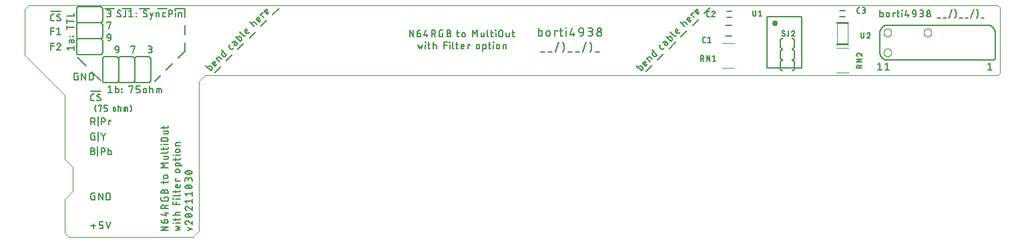
<source format=gto>
G04 EAGLE Gerber X2 export*
%TF.Part,Single*%
%TF.FileFunction,Other,silk top*%
%TF.FilePolarity,Positive*%
%TF.GenerationSoftware,Autodesk,EAGLE,9.6.2*%
%TF.CreationDate,2022-07-13T20:55:59Z*%
G75*
%MOMM*%
%FSLAX34Y34*%
%LPD*%
%INsilk top*%
%AMOC8*
5,1,8,0,0,1.08239X$1,22.5*%
G01*
%ADD10C,0.000000*%
%ADD11C,0.152400*%
%ADD12C,0.127000*%
%ADD13C,0.203200*%
%ADD14C,0.750000*%
%ADD15C,0.101600*%
%ADD16C,0.010000*%
%ADD17C,0.075000*%


D10*
X0Y232410D02*
X50800Y181610D01*
X50800Y100330D01*
X60960Y90170D01*
X60960Y59690D01*
X50800Y49530D01*
X50800Y6350D01*
X55880Y1270D01*
X213360Y1270D01*
X1236980Y209550D02*
X1236980Y293370D01*
D11*
X869950Y293370D02*
X862296Y285716D01*
X855225Y278645D02*
X847571Y270991D01*
X840500Y263920D02*
X832846Y256266D01*
X825774Y249194D02*
X818120Y241540D01*
X811049Y234469D02*
X803395Y226815D01*
X796324Y219744D02*
X788670Y212090D01*
X782320Y213168D02*
X776213Y219274D01*
X782320Y213168D02*
X784016Y214864D01*
X784067Y214919D01*
X784116Y214976D01*
X784162Y215036D01*
X784205Y215098D01*
X784244Y215162D01*
X784280Y215229D01*
X784313Y215297D01*
X784341Y215366D01*
X784367Y215437D01*
X784388Y215510D01*
X784406Y215583D01*
X784419Y215657D01*
X784429Y215732D01*
X784435Y215807D01*
X784437Y215882D01*
X784435Y215957D01*
X784429Y216032D01*
X784419Y216107D01*
X784406Y216181D01*
X784388Y216254D01*
X784367Y216327D01*
X784341Y216398D01*
X784313Y216467D01*
X784280Y216535D01*
X784244Y216601D01*
X784205Y216666D01*
X784162Y216728D01*
X784116Y216788D01*
X784067Y216845D01*
X784016Y216899D01*
X781981Y218935D01*
X781928Y218985D01*
X781872Y219032D01*
X781815Y219077D01*
X781755Y219119D01*
X781693Y219157D01*
X781629Y219192D01*
X781564Y219225D01*
X781497Y219253D01*
X781428Y219279D01*
X781359Y219300D01*
X781288Y219319D01*
X781217Y219333D01*
X781145Y219344D01*
X781072Y219352D01*
X780999Y219356D01*
X780927Y219356D01*
X780854Y219352D01*
X780781Y219344D01*
X780709Y219333D01*
X780638Y219319D01*
X780567Y219300D01*
X780498Y219279D01*
X780429Y219253D01*
X780362Y219225D01*
X780297Y219192D01*
X780233Y219157D01*
X780171Y219119D01*
X780111Y219077D01*
X780054Y219032D01*
X779998Y218985D01*
X779945Y218935D01*
X778249Y217239D01*
X788893Y219741D02*
X790590Y221437D01*
X788894Y219741D02*
X788839Y219690D01*
X788782Y219641D01*
X788722Y219595D01*
X788660Y219552D01*
X788596Y219513D01*
X788529Y219477D01*
X788461Y219444D01*
X788392Y219416D01*
X788321Y219390D01*
X788248Y219369D01*
X788175Y219351D01*
X788101Y219338D01*
X788026Y219328D01*
X787951Y219322D01*
X787876Y219320D01*
X787801Y219322D01*
X787726Y219328D01*
X787651Y219338D01*
X787577Y219351D01*
X787504Y219369D01*
X787431Y219390D01*
X787360Y219416D01*
X787291Y219444D01*
X787223Y219477D01*
X787157Y219513D01*
X787092Y219552D01*
X787030Y219595D01*
X786970Y219641D01*
X786913Y219690D01*
X786858Y219741D01*
X785162Y221437D01*
X785103Y221499D01*
X785046Y221564D01*
X784992Y221631D01*
X784942Y221701D01*
X784894Y221773D01*
X784850Y221847D01*
X784809Y221923D01*
X784772Y222000D01*
X784738Y222080D01*
X784708Y222160D01*
X784681Y222242D01*
X784658Y222325D01*
X784639Y222409D01*
X784624Y222494D01*
X784612Y222579D01*
X784604Y222665D01*
X784600Y222751D01*
X784600Y222837D01*
X784604Y222923D01*
X784612Y223009D01*
X784624Y223094D01*
X784639Y223179D01*
X784658Y223263D01*
X784681Y223346D01*
X784708Y223428D01*
X784738Y223508D01*
X784772Y223588D01*
X784809Y223665D01*
X784850Y223741D01*
X784894Y223815D01*
X784942Y223887D01*
X784992Y223957D01*
X785046Y224024D01*
X785103Y224089D01*
X785162Y224151D01*
X785224Y224210D01*
X785289Y224267D01*
X785356Y224321D01*
X785426Y224371D01*
X785498Y224419D01*
X785572Y224463D01*
X785648Y224504D01*
X785725Y224541D01*
X785805Y224575D01*
X785885Y224605D01*
X785967Y224632D01*
X786050Y224655D01*
X786134Y224674D01*
X786219Y224689D01*
X786304Y224701D01*
X786390Y224709D01*
X786476Y224713D01*
X786562Y224713D01*
X786648Y224709D01*
X786734Y224701D01*
X786819Y224689D01*
X786904Y224674D01*
X786988Y224655D01*
X787071Y224632D01*
X787153Y224605D01*
X787233Y224575D01*
X787313Y224541D01*
X787390Y224504D01*
X787466Y224463D01*
X787540Y224419D01*
X787612Y224371D01*
X787682Y224321D01*
X787749Y224267D01*
X787814Y224210D01*
X787876Y224151D01*
X788554Y223473D01*
X785840Y220759D01*
X793695Y224543D02*
X789624Y228614D01*
X791320Y230310D01*
X791375Y230361D01*
X791432Y230410D01*
X791492Y230456D01*
X791554Y230499D01*
X791618Y230538D01*
X791685Y230574D01*
X791753Y230607D01*
X791822Y230635D01*
X791893Y230661D01*
X791966Y230682D01*
X792039Y230700D01*
X792113Y230713D01*
X792188Y230723D01*
X792263Y230729D01*
X792338Y230731D01*
X792413Y230729D01*
X792488Y230723D01*
X792563Y230713D01*
X792637Y230700D01*
X792710Y230682D01*
X792783Y230661D01*
X792854Y230635D01*
X792923Y230607D01*
X792991Y230574D01*
X793057Y230538D01*
X793122Y230499D01*
X793184Y230456D01*
X793244Y230410D01*
X793301Y230361D01*
X793355Y230310D01*
X793356Y230310D02*
X796409Y227257D01*
X802180Y233028D02*
X796074Y239134D01*
X802180Y233028D02*
X800484Y231332D01*
X800484Y231331D02*
X800429Y231280D01*
X800372Y231231D01*
X800312Y231185D01*
X800250Y231142D01*
X800186Y231103D01*
X800119Y231067D01*
X800051Y231034D01*
X799982Y231006D01*
X799911Y230980D01*
X799838Y230959D01*
X799765Y230941D01*
X799691Y230928D01*
X799616Y230918D01*
X799541Y230912D01*
X799466Y230910D01*
X799391Y230912D01*
X799316Y230918D01*
X799241Y230928D01*
X799167Y230941D01*
X799094Y230959D01*
X799021Y230980D01*
X798950Y231006D01*
X798881Y231034D01*
X798813Y231067D01*
X798747Y231103D01*
X798682Y231142D01*
X798620Y231185D01*
X798560Y231231D01*
X798503Y231280D01*
X798448Y231331D01*
X798448Y231332D02*
X796413Y233367D01*
X796362Y233422D01*
X796313Y233479D01*
X796267Y233539D01*
X796224Y233601D01*
X796185Y233666D01*
X796149Y233732D01*
X796116Y233800D01*
X796088Y233869D01*
X796062Y233940D01*
X796041Y234013D01*
X796023Y234086D01*
X796010Y234160D01*
X796000Y234235D01*
X795994Y234310D01*
X795992Y234385D01*
X795994Y234460D01*
X796000Y234535D01*
X796010Y234610D01*
X796023Y234684D01*
X796041Y234757D01*
X796062Y234830D01*
X796088Y234901D01*
X796116Y234970D01*
X796149Y235038D01*
X796185Y235105D01*
X796224Y235169D01*
X796267Y235231D01*
X796313Y235291D01*
X796362Y235348D01*
X796413Y235403D01*
X798109Y237099D01*
X809810Y240658D02*
X811167Y242015D01*
X809810Y240657D02*
X809755Y240606D01*
X809698Y240557D01*
X809638Y240511D01*
X809576Y240468D01*
X809512Y240429D01*
X809445Y240393D01*
X809377Y240360D01*
X809308Y240332D01*
X809237Y240306D01*
X809164Y240285D01*
X809091Y240267D01*
X809017Y240254D01*
X808942Y240244D01*
X808867Y240238D01*
X808792Y240236D01*
X808717Y240238D01*
X808642Y240244D01*
X808567Y240254D01*
X808493Y240267D01*
X808420Y240285D01*
X808347Y240306D01*
X808276Y240332D01*
X808207Y240360D01*
X808139Y240393D01*
X808073Y240429D01*
X808008Y240468D01*
X807946Y240511D01*
X807886Y240557D01*
X807829Y240606D01*
X807774Y240657D01*
X807775Y240658D02*
X805739Y242693D01*
X805688Y242748D01*
X805639Y242805D01*
X805593Y242865D01*
X805550Y242927D01*
X805511Y242992D01*
X805475Y243058D01*
X805442Y243126D01*
X805414Y243195D01*
X805388Y243266D01*
X805367Y243339D01*
X805349Y243412D01*
X805336Y243486D01*
X805326Y243561D01*
X805320Y243636D01*
X805318Y243711D01*
X805320Y243786D01*
X805326Y243861D01*
X805336Y243936D01*
X805349Y244010D01*
X805367Y244083D01*
X805388Y244156D01*
X805414Y244227D01*
X805442Y244296D01*
X805475Y244364D01*
X805511Y244431D01*
X805550Y244495D01*
X805593Y244557D01*
X805639Y244617D01*
X805688Y244674D01*
X805739Y244729D01*
X807096Y246086D01*
X812503Y248100D02*
X814030Y249627D01*
X812504Y248100D02*
X812448Y248042D01*
X812395Y247980D01*
X812345Y247916D01*
X812298Y247850D01*
X812254Y247782D01*
X812214Y247711D01*
X812177Y247639D01*
X812144Y247565D01*
X812114Y247489D01*
X812088Y247413D01*
X812066Y247334D01*
X812047Y247255D01*
X812033Y247176D01*
X812022Y247095D01*
X812015Y247014D01*
X812012Y246933D01*
X812013Y246852D01*
X812018Y246771D01*
X812027Y246691D01*
X812040Y246610D01*
X812056Y246531D01*
X812076Y246452D01*
X812101Y246375D01*
X812128Y246299D01*
X812160Y246224D01*
X812195Y246151D01*
X812234Y246079D01*
X812276Y246010D01*
X812321Y245943D01*
X812369Y245878D01*
X812421Y245815D01*
X812475Y245755D01*
X812533Y245697D01*
X812593Y245643D01*
X812656Y245591D01*
X812721Y245543D01*
X812788Y245498D01*
X812857Y245456D01*
X812929Y245417D01*
X813002Y245382D01*
X813077Y245350D01*
X813153Y245323D01*
X813230Y245298D01*
X813309Y245278D01*
X813388Y245262D01*
X813469Y245249D01*
X813549Y245240D01*
X813630Y245235D01*
X813711Y245234D01*
X813792Y245237D01*
X813873Y245244D01*
X813954Y245255D01*
X814033Y245269D01*
X814112Y245288D01*
X814191Y245310D01*
X814267Y245336D01*
X814343Y245366D01*
X814417Y245399D01*
X814489Y245436D01*
X814560Y245476D01*
X814628Y245520D01*
X814694Y245567D01*
X814758Y245617D01*
X814820Y245670D01*
X814878Y245726D01*
X816405Y247252D01*
X813351Y250306D01*
X813352Y250306D02*
X813299Y250356D01*
X813243Y250403D01*
X813186Y250448D01*
X813126Y250490D01*
X813064Y250528D01*
X813000Y250563D01*
X812935Y250596D01*
X812868Y250624D01*
X812799Y250650D01*
X812730Y250671D01*
X812659Y250690D01*
X812588Y250704D01*
X812516Y250715D01*
X812443Y250723D01*
X812370Y250727D01*
X812298Y250727D01*
X812225Y250723D01*
X812152Y250715D01*
X812080Y250704D01*
X812009Y250690D01*
X811938Y250671D01*
X811869Y250650D01*
X811800Y250624D01*
X811733Y250596D01*
X811668Y250563D01*
X811604Y250528D01*
X811542Y250490D01*
X811482Y250448D01*
X811425Y250403D01*
X811369Y250356D01*
X811316Y250305D01*
X811316Y250306D02*
X809959Y248949D01*
X813714Y256775D02*
X819821Y250669D01*
X821517Y252365D01*
X821518Y252365D02*
X821569Y252420D01*
X821618Y252477D01*
X821664Y252537D01*
X821707Y252599D01*
X821746Y252663D01*
X821782Y252730D01*
X821815Y252798D01*
X821843Y252867D01*
X821869Y252938D01*
X821890Y253011D01*
X821908Y253084D01*
X821921Y253158D01*
X821931Y253233D01*
X821937Y253308D01*
X821939Y253383D01*
X821937Y253458D01*
X821931Y253533D01*
X821921Y253608D01*
X821908Y253682D01*
X821890Y253755D01*
X821869Y253828D01*
X821843Y253899D01*
X821815Y253968D01*
X821782Y254036D01*
X821746Y254102D01*
X821707Y254167D01*
X821664Y254229D01*
X821618Y254289D01*
X821569Y254346D01*
X821518Y254400D01*
X821517Y254400D02*
X819482Y256436D01*
X819429Y256486D01*
X819373Y256533D01*
X819316Y256578D01*
X819256Y256620D01*
X819194Y256658D01*
X819130Y256693D01*
X819065Y256726D01*
X818998Y256754D01*
X818929Y256780D01*
X818860Y256801D01*
X818789Y256820D01*
X818718Y256834D01*
X818646Y256845D01*
X818573Y256853D01*
X818500Y256857D01*
X818428Y256857D01*
X818355Y256853D01*
X818282Y256845D01*
X818210Y256834D01*
X818139Y256820D01*
X818068Y256801D01*
X817999Y256780D01*
X817930Y256754D01*
X817863Y256726D01*
X817798Y256693D01*
X817734Y256658D01*
X817672Y256620D01*
X817612Y256578D01*
X817555Y256533D01*
X817499Y256486D01*
X817446Y256436D01*
X815750Y254740D01*
X819298Y262358D02*
X824386Y257269D01*
X824439Y257219D01*
X824495Y257172D01*
X824552Y257127D01*
X824612Y257085D01*
X824674Y257047D01*
X824738Y257012D01*
X824803Y256979D01*
X824870Y256951D01*
X824939Y256925D01*
X825008Y256904D01*
X825079Y256885D01*
X825150Y256871D01*
X825222Y256860D01*
X825295Y256852D01*
X825368Y256848D01*
X825440Y256848D01*
X825513Y256852D01*
X825586Y256860D01*
X825658Y256871D01*
X825729Y256885D01*
X825800Y256904D01*
X825869Y256925D01*
X825938Y256951D01*
X826005Y256979D01*
X826070Y257012D01*
X826134Y257047D01*
X826196Y257085D01*
X826256Y257127D01*
X826313Y257172D01*
X826369Y257219D01*
X826422Y257269D01*
X829843Y260691D02*
X831539Y262387D01*
X829843Y260690D02*
X829788Y260639D01*
X829731Y260590D01*
X829671Y260544D01*
X829609Y260501D01*
X829545Y260462D01*
X829478Y260426D01*
X829410Y260393D01*
X829341Y260365D01*
X829270Y260339D01*
X829197Y260318D01*
X829124Y260300D01*
X829050Y260287D01*
X828975Y260277D01*
X828900Y260271D01*
X828825Y260269D01*
X828750Y260271D01*
X828675Y260277D01*
X828600Y260287D01*
X828526Y260300D01*
X828453Y260318D01*
X828380Y260339D01*
X828309Y260365D01*
X828240Y260393D01*
X828172Y260426D01*
X828106Y260462D01*
X828041Y260501D01*
X827979Y260544D01*
X827919Y260590D01*
X827862Y260639D01*
X827807Y260690D01*
X827807Y260691D02*
X826111Y262387D01*
X826052Y262449D01*
X825995Y262514D01*
X825941Y262581D01*
X825891Y262651D01*
X825843Y262723D01*
X825799Y262797D01*
X825758Y262873D01*
X825721Y262950D01*
X825687Y263030D01*
X825657Y263110D01*
X825630Y263192D01*
X825607Y263275D01*
X825588Y263359D01*
X825573Y263444D01*
X825561Y263529D01*
X825553Y263615D01*
X825549Y263701D01*
X825549Y263787D01*
X825553Y263873D01*
X825561Y263959D01*
X825573Y264044D01*
X825588Y264129D01*
X825607Y264213D01*
X825630Y264296D01*
X825657Y264378D01*
X825687Y264458D01*
X825721Y264538D01*
X825758Y264615D01*
X825799Y264691D01*
X825843Y264765D01*
X825891Y264837D01*
X825941Y264907D01*
X825995Y264974D01*
X826052Y265039D01*
X826111Y265101D01*
X826173Y265160D01*
X826238Y265217D01*
X826305Y265271D01*
X826375Y265321D01*
X826447Y265369D01*
X826521Y265413D01*
X826597Y265454D01*
X826674Y265491D01*
X826754Y265525D01*
X826834Y265555D01*
X826916Y265582D01*
X826999Y265605D01*
X827083Y265624D01*
X827168Y265639D01*
X827253Y265651D01*
X827339Y265659D01*
X827425Y265663D01*
X827511Y265663D01*
X827597Y265659D01*
X827683Y265651D01*
X827768Y265639D01*
X827853Y265624D01*
X827937Y265605D01*
X828020Y265582D01*
X828102Y265555D01*
X828182Y265525D01*
X828262Y265491D01*
X828339Y265454D01*
X828415Y265413D01*
X828489Y265369D01*
X828561Y265321D01*
X828631Y265271D01*
X828698Y265217D01*
X828763Y265160D01*
X828825Y265101D01*
X829504Y264422D01*
X826790Y261708D01*
X838093Y268940D02*
X831986Y275047D01*
X834022Y273011D02*
X835718Y274708D01*
X835773Y274759D01*
X835830Y274808D01*
X835890Y274854D01*
X835952Y274897D01*
X836016Y274936D01*
X836083Y274972D01*
X836151Y275005D01*
X836220Y275033D01*
X836291Y275059D01*
X836364Y275080D01*
X836437Y275098D01*
X836511Y275111D01*
X836586Y275121D01*
X836661Y275127D01*
X836736Y275129D01*
X836811Y275127D01*
X836886Y275121D01*
X836961Y275111D01*
X837035Y275098D01*
X837108Y275080D01*
X837181Y275059D01*
X837252Y275033D01*
X837321Y275005D01*
X837389Y274972D01*
X837455Y274936D01*
X837520Y274897D01*
X837582Y274854D01*
X837642Y274808D01*
X837699Y274759D01*
X837753Y274708D01*
X840807Y271654D01*
X844930Y275777D02*
X846626Y277473D01*
X844930Y275777D02*
X844875Y275726D01*
X844818Y275677D01*
X844758Y275631D01*
X844696Y275588D01*
X844632Y275549D01*
X844565Y275513D01*
X844497Y275480D01*
X844428Y275452D01*
X844357Y275426D01*
X844284Y275405D01*
X844211Y275387D01*
X844137Y275374D01*
X844062Y275364D01*
X843987Y275358D01*
X843912Y275356D01*
X843837Y275358D01*
X843762Y275364D01*
X843687Y275374D01*
X843613Y275387D01*
X843540Y275405D01*
X843467Y275426D01*
X843396Y275452D01*
X843327Y275480D01*
X843259Y275513D01*
X843193Y275549D01*
X843128Y275588D01*
X843066Y275631D01*
X843006Y275677D01*
X842949Y275726D01*
X842894Y275777D01*
X841198Y277473D01*
X841139Y277535D01*
X841082Y277600D01*
X841028Y277667D01*
X840978Y277737D01*
X840930Y277809D01*
X840886Y277883D01*
X840845Y277959D01*
X840808Y278036D01*
X840774Y278116D01*
X840744Y278196D01*
X840717Y278278D01*
X840694Y278361D01*
X840675Y278445D01*
X840660Y278530D01*
X840648Y278615D01*
X840640Y278701D01*
X840636Y278787D01*
X840636Y278873D01*
X840640Y278959D01*
X840648Y279045D01*
X840660Y279130D01*
X840675Y279215D01*
X840694Y279299D01*
X840717Y279382D01*
X840744Y279464D01*
X840774Y279544D01*
X840808Y279624D01*
X840845Y279701D01*
X840886Y279777D01*
X840930Y279851D01*
X840978Y279923D01*
X841028Y279993D01*
X841082Y280060D01*
X841139Y280125D01*
X841198Y280187D01*
X841260Y280246D01*
X841325Y280303D01*
X841392Y280357D01*
X841462Y280407D01*
X841534Y280455D01*
X841608Y280499D01*
X841684Y280540D01*
X841761Y280577D01*
X841841Y280611D01*
X841921Y280641D01*
X842003Y280668D01*
X842086Y280691D01*
X842170Y280710D01*
X842255Y280725D01*
X842340Y280737D01*
X842426Y280745D01*
X842512Y280749D01*
X842598Y280749D01*
X842684Y280745D01*
X842770Y280737D01*
X842855Y280725D01*
X842940Y280710D01*
X843024Y280691D01*
X843107Y280668D01*
X843189Y280641D01*
X843269Y280611D01*
X843349Y280577D01*
X843426Y280540D01*
X843502Y280499D01*
X843576Y280455D01*
X843648Y280407D01*
X843718Y280357D01*
X843785Y280303D01*
X843850Y280246D01*
X843912Y280187D01*
X844590Y279509D01*
X841876Y276795D01*
X849785Y280633D02*
X845714Y284704D01*
X847749Y286739D01*
X848428Y286061D01*
X855059Y285907D02*
X856755Y287603D01*
X855059Y285907D02*
X855004Y285856D01*
X854947Y285807D01*
X854887Y285761D01*
X854825Y285718D01*
X854761Y285679D01*
X854694Y285643D01*
X854626Y285610D01*
X854557Y285582D01*
X854486Y285556D01*
X854413Y285535D01*
X854340Y285517D01*
X854266Y285504D01*
X854191Y285494D01*
X854116Y285488D01*
X854041Y285486D01*
X853966Y285488D01*
X853891Y285494D01*
X853816Y285504D01*
X853742Y285517D01*
X853669Y285535D01*
X853596Y285556D01*
X853525Y285582D01*
X853456Y285610D01*
X853388Y285643D01*
X853322Y285679D01*
X853257Y285718D01*
X853195Y285761D01*
X853135Y285807D01*
X853078Y285856D01*
X853023Y285907D01*
X853024Y285907D02*
X851327Y287603D01*
X851268Y287665D01*
X851211Y287730D01*
X851157Y287797D01*
X851107Y287867D01*
X851059Y287939D01*
X851015Y288013D01*
X850974Y288089D01*
X850937Y288166D01*
X850903Y288246D01*
X850873Y288326D01*
X850846Y288408D01*
X850823Y288491D01*
X850804Y288575D01*
X850789Y288660D01*
X850777Y288745D01*
X850769Y288831D01*
X850765Y288917D01*
X850765Y289003D01*
X850769Y289089D01*
X850777Y289175D01*
X850789Y289260D01*
X850804Y289345D01*
X850823Y289429D01*
X850846Y289512D01*
X850873Y289594D01*
X850903Y289674D01*
X850937Y289754D01*
X850974Y289831D01*
X851015Y289907D01*
X851059Y289981D01*
X851107Y290053D01*
X851157Y290123D01*
X851211Y290190D01*
X851268Y290255D01*
X851327Y290317D01*
X851389Y290376D01*
X851454Y290433D01*
X851521Y290487D01*
X851591Y290537D01*
X851663Y290585D01*
X851737Y290629D01*
X851813Y290670D01*
X851890Y290707D01*
X851970Y290741D01*
X852050Y290771D01*
X852132Y290798D01*
X852215Y290821D01*
X852299Y290840D01*
X852384Y290855D01*
X852469Y290867D01*
X852555Y290875D01*
X852641Y290879D01*
X852727Y290879D01*
X852813Y290875D01*
X852899Y290867D01*
X852984Y290855D01*
X853069Y290840D01*
X853153Y290821D01*
X853236Y290798D01*
X853318Y290771D01*
X853398Y290741D01*
X853478Y290707D01*
X853555Y290670D01*
X853631Y290629D01*
X853705Y290585D01*
X853777Y290537D01*
X853847Y290487D01*
X853914Y290433D01*
X853979Y290376D01*
X854041Y290317D01*
X854720Y289639D01*
X852006Y286925D01*
X67790Y206220D02*
X66350Y206220D01*
X67790Y206220D02*
X67790Y201422D01*
X64911Y201422D01*
X64825Y201424D01*
X64739Y201430D01*
X64653Y201439D01*
X64568Y201453D01*
X64484Y201470D01*
X64400Y201491D01*
X64318Y201516D01*
X64237Y201544D01*
X64157Y201576D01*
X64078Y201612D01*
X64002Y201651D01*
X63927Y201694D01*
X63854Y201739D01*
X63783Y201788D01*
X63715Y201841D01*
X63648Y201896D01*
X63585Y201954D01*
X63524Y202015D01*
X63466Y202078D01*
X63411Y202145D01*
X63358Y202213D01*
X63309Y202284D01*
X63264Y202357D01*
X63221Y202432D01*
X63182Y202508D01*
X63146Y202587D01*
X63114Y202667D01*
X63086Y202748D01*
X63061Y202830D01*
X63040Y202914D01*
X63023Y202998D01*
X63009Y203083D01*
X63000Y203169D01*
X62994Y203255D01*
X62992Y203341D01*
X62992Y208139D01*
X62994Y208225D01*
X63000Y208311D01*
X63009Y208397D01*
X63023Y208482D01*
X63040Y208566D01*
X63061Y208650D01*
X63086Y208732D01*
X63114Y208813D01*
X63146Y208893D01*
X63182Y208972D01*
X63221Y209048D01*
X63264Y209123D01*
X63309Y209196D01*
X63358Y209267D01*
X63411Y209335D01*
X63466Y209402D01*
X63524Y209465D01*
X63585Y209526D01*
X63648Y209584D01*
X63715Y209639D01*
X63783Y209691D01*
X63854Y209741D01*
X63927Y209786D01*
X64002Y209829D01*
X64078Y209868D01*
X64157Y209904D01*
X64237Y209936D01*
X64318Y209964D01*
X64400Y209989D01*
X64484Y210010D01*
X64568Y210027D01*
X64653Y210041D01*
X64739Y210050D01*
X64825Y210056D01*
X64911Y210058D01*
X67790Y210058D01*
X72746Y210058D02*
X72746Y201422D01*
X77543Y201422D02*
X72746Y210058D01*
X77543Y210058D02*
X77543Y201422D01*
X82499Y201422D02*
X82499Y210058D01*
X84898Y210058D01*
X84995Y210056D01*
X85091Y210050D01*
X85187Y210041D01*
X85283Y210027D01*
X85378Y210010D01*
X85472Y209988D01*
X85565Y209963D01*
X85658Y209935D01*
X85749Y209902D01*
X85838Y209866D01*
X85926Y209826D01*
X86013Y209783D01*
X86098Y209737D01*
X86180Y209687D01*
X86261Y209633D01*
X86339Y209577D01*
X86415Y209517D01*
X86489Y209455D01*
X86560Y209389D01*
X86628Y209321D01*
X86694Y209250D01*
X86756Y209176D01*
X86816Y209100D01*
X86872Y209022D01*
X86926Y208941D01*
X86976Y208859D01*
X87022Y208774D01*
X87065Y208687D01*
X87105Y208599D01*
X87141Y208510D01*
X87174Y208419D01*
X87202Y208326D01*
X87227Y208233D01*
X87249Y208139D01*
X87266Y208044D01*
X87280Y207948D01*
X87289Y207852D01*
X87295Y207756D01*
X87297Y207659D01*
X87297Y203821D01*
X87295Y203724D01*
X87289Y203628D01*
X87280Y203532D01*
X87266Y203436D01*
X87249Y203341D01*
X87227Y203247D01*
X87202Y203154D01*
X87174Y203061D01*
X87141Y202970D01*
X87105Y202881D01*
X87065Y202793D01*
X87022Y202706D01*
X86976Y202622D01*
X86926Y202539D01*
X86872Y202458D01*
X86816Y202380D01*
X86756Y202304D01*
X86694Y202230D01*
X86628Y202159D01*
X86560Y202091D01*
X86489Y202025D01*
X86415Y201963D01*
X86339Y201903D01*
X86261Y201847D01*
X86180Y201793D01*
X86098Y201743D01*
X86013Y201697D01*
X85926Y201654D01*
X85838Y201614D01*
X85749Y201578D01*
X85658Y201545D01*
X85565Y201517D01*
X85472Y201492D01*
X85378Y201470D01*
X85283Y201453D01*
X85187Y201439D01*
X85091Y201430D01*
X84995Y201424D01*
X84898Y201422D01*
X82499Y201422D01*
X87940Y53820D02*
X89380Y53820D01*
X89380Y49022D01*
X86501Y49022D01*
X86415Y49024D01*
X86329Y49030D01*
X86243Y49039D01*
X86158Y49053D01*
X86074Y49070D01*
X85990Y49091D01*
X85908Y49116D01*
X85827Y49144D01*
X85747Y49176D01*
X85668Y49212D01*
X85592Y49251D01*
X85517Y49294D01*
X85444Y49339D01*
X85373Y49388D01*
X85305Y49441D01*
X85238Y49496D01*
X85175Y49554D01*
X85114Y49615D01*
X85056Y49678D01*
X85001Y49745D01*
X84948Y49813D01*
X84899Y49884D01*
X84854Y49957D01*
X84811Y50032D01*
X84772Y50108D01*
X84736Y50187D01*
X84704Y50267D01*
X84676Y50348D01*
X84651Y50430D01*
X84630Y50514D01*
X84613Y50598D01*
X84599Y50683D01*
X84590Y50769D01*
X84584Y50855D01*
X84582Y50941D01*
X84582Y55739D01*
X84584Y55825D01*
X84590Y55911D01*
X84599Y55997D01*
X84613Y56082D01*
X84630Y56166D01*
X84651Y56250D01*
X84676Y56332D01*
X84704Y56413D01*
X84736Y56493D01*
X84772Y56572D01*
X84811Y56648D01*
X84854Y56723D01*
X84899Y56796D01*
X84948Y56867D01*
X85001Y56935D01*
X85056Y57002D01*
X85114Y57065D01*
X85175Y57126D01*
X85238Y57184D01*
X85305Y57239D01*
X85373Y57291D01*
X85444Y57341D01*
X85517Y57386D01*
X85592Y57429D01*
X85668Y57468D01*
X85747Y57504D01*
X85827Y57536D01*
X85908Y57564D01*
X85990Y57589D01*
X86074Y57610D01*
X86158Y57627D01*
X86243Y57641D01*
X86329Y57650D01*
X86415Y57656D01*
X86501Y57658D01*
X89380Y57658D01*
X94336Y57658D02*
X94336Y49022D01*
X99133Y49022D02*
X94336Y57658D01*
X99133Y57658D02*
X99133Y49022D01*
X104089Y49022D02*
X104089Y57658D01*
X106488Y57658D01*
X106585Y57656D01*
X106681Y57650D01*
X106777Y57641D01*
X106873Y57627D01*
X106968Y57610D01*
X107062Y57588D01*
X107155Y57563D01*
X107248Y57535D01*
X107339Y57502D01*
X107428Y57466D01*
X107516Y57426D01*
X107603Y57383D01*
X107688Y57337D01*
X107770Y57287D01*
X107851Y57233D01*
X107929Y57177D01*
X108005Y57117D01*
X108079Y57055D01*
X108150Y56989D01*
X108218Y56921D01*
X108284Y56850D01*
X108346Y56776D01*
X108406Y56700D01*
X108462Y56622D01*
X108516Y56541D01*
X108566Y56459D01*
X108612Y56374D01*
X108655Y56287D01*
X108695Y56199D01*
X108731Y56110D01*
X108764Y56019D01*
X108792Y55926D01*
X108817Y55833D01*
X108839Y55739D01*
X108856Y55644D01*
X108870Y55548D01*
X108879Y55452D01*
X108885Y55356D01*
X108887Y55259D01*
X108887Y51421D01*
X108885Y51324D01*
X108879Y51228D01*
X108870Y51132D01*
X108856Y51036D01*
X108839Y50941D01*
X108817Y50847D01*
X108792Y50754D01*
X108764Y50661D01*
X108731Y50570D01*
X108695Y50481D01*
X108655Y50393D01*
X108612Y50306D01*
X108566Y50221D01*
X108516Y50139D01*
X108462Y50058D01*
X108406Y49980D01*
X108346Y49904D01*
X108284Y49830D01*
X108218Y49759D01*
X108150Y49691D01*
X108079Y49625D01*
X108005Y49563D01*
X107929Y49503D01*
X107851Y49447D01*
X107770Y49393D01*
X107688Y49343D01*
X107603Y49297D01*
X107516Y49254D01*
X107428Y49214D01*
X107339Y49178D01*
X107248Y49145D01*
X107155Y49117D01*
X107062Y49092D01*
X106968Y49070D01*
X106873Y49053D01*
X106777Y49039D01*
X106681Y49030D01*
X106585Y49024D01*
X106488Y49022D01*
X104089Y49022D01*
X90339Y15550D02*
X84582Y15550D01*
X87461Y12672D02*
X87461Y18429D01*
X94815Y12192D02*
X97694Y12192D01*
X97780Y12194D01*
X97866Y12200D01*
X97952Y12209D01*
X98037Y12223D01*
X98121Y12240D01*
X98205Y12261D01*
X98287Y12286D01*
X98368Y12314D01*
X98448Y12346D01*
X98527Y12382D01*
X98603Y12421D01*
X98678Y12464D01*
X98751Y12509D01*
X98822Y12559D01*
X98890Y12611D01*
X98957Y12666D01*
X99020Y12724D01*
X99081Y12785D01*
X99139Y12848D01*
X99194Y12915D01*
X99247Y12983D01*
X99296Y13054D01*
X99341Y13127D01*
X99384Y13202D01*
X99423Y13278D01*
X99459Y13357D01*
X99491Y13437D01*
X99519Y13518D01*
X99544Y13601D01*
X99565Y13684D01*
X99582Y13768D01*
X99596Y13853D01*
X99605Y13939D01*
X99611Y14025D01*
X99613Y14111D01*
X99613Y15071D01*
X99611Y15157D01*
X99605Y15243D01*
X99596Y15329D01*
X99582Y15414D01*
X99565Y15498D01*
X99544Y15582D01*
X99519Y15664D01*
X99491Y15745D01*
X99459Y15825D01*
X99423Y15904D01*
X99384Y15980D01*
X99341Y16055D01*
X99296Y16128D01*
X99247Y16199D01*
X99194Y16267D01*
X99139Y16334D01*
X99081Y16397D01*
X99020Y16458D01*
X98957Y16516D01*
X98890Y16571D01*
X98822Y16624D01*
X98751Y16673D01*
X98678Y16718D01*
X98603Y16761D01*
X98527Y16800D01*
X98448Y16836D01*
X98368Y16868D01*
X98287Y16896D01*
X98205Y16921D01*
X98121Y16942D01*
X98037Y16959D01*
X97952Y16973D01*
X97866Y16982D01*
X97780Y16988D01*
X97694Y16990D01*
X94815Y16990D01*
X94815Y20828D01*
X99613Y20828D01*
X103480Y20828D02*
X106358Y12192D01*
X109237Y20828D01*
X86981Y110970D02*
X84582Y110970D01*
X86981Y110970D02*
X87078Y110968D01*
X87174Y110962D01*
X87270Y110953D01*
X87366Y110939D01*
X87461Y110922D01*
X87555Y110900D01*
X87648Y110875D01*
X87741Y110847D01*
X87832Y110814D01*
X87921Y110778D01*
X88009Y110738D01*
X88096Y110695D01*
X88181Y110649D01*
X88263Y110599D01*
X88344Y110545D01*
X88422Y110489D01*
X88498Y110429D01*
X88572Y110367D01*
X88643Y110301D01*
X88711Y110233D01*
X88777Y110162D01*
X88839Y110088D01*
X88899Y110012D01*
X88955Y109934D01*
X89009Y109853D01*
X89059Y109770D01*
X89105Y109686D01*
X89148Y109599D01*
X89188Y109511D01*
X89224Y109422D01*
X89257Y109331D01*
X89285Y109238D01*
X89310Y109145D01*
X89332Y109051D01*
X89349Y108956D01*
X89363Y108860D01*
X89372Y108764D01*
X89378Y108668D01*
X89380Y108571D01*
X89378Y108474D01*
X89372Y108378D01*
X89363Y108282D01*
X89349Y108186D01*
X89332Y108091D01*
X89310Y107997D01*
X89285Y107904D01*
X89257Y107811D01*
X89224Y107720D01*
X89188Y107631D01*
X89148Y107543D01*
X89105Y107456D01*
X89059Y107371D01*
X89009Y107289D01*
X88955Y107208D01*
X88899Y107130D01*
X88839Y107054D01*
X88777Y106980D01*
X88711Y106909D01*
X88643Y106841D01*
X88572Y106775D01*
X88498Y106713D01*
X88422Y106653D01*
X88344Y106597D01*
X88263Y106543D01*
X88181Y106493D01*
X88096Y106447D01*
X88009Y106404D01*
X87921Y106364D01*
X87832Y106328D01*
X87741Y106295D01*
X87648Y106267D01*
X87555Y106242D01*
X87461Y106220D01*
X87366Y106203D01*
X87270Y106189D01*
X87174Y106180D01*
X87078Y106174D01*
X86981Y106172D01*
X84582Y106172D01*
X84582Y114808D01*
X86981Y114808D01*
X87067Y114806D01*
X87153Y114800D01*
X87239Y114791D01*
X87324Y114777D01*
X87408Y114760D01*
X87492Y114739D01*
X87574Y114714D01*
X87655Y114686D01*
X87735Y114654D01*
X87814Y114618D01*
X87890Y114579D01*
X87965Y114536D01*
X88038Y114491D01*
X88109Y114442D01*
X88177Y114389D01*
X88244Y114334D01*
X88307Y114276D01*
X88368Y114215D01*
X88426Y114152D01*
X88481Y114085D01*
X88534Y114017D01*
X88583Y113946D01*
X88628Y113873D01*
X88671Y113798D01*
X88710Y113722D01*
X88746Y113643D01*
X88778Y113563D01*
X88806Y113482D01*
X88831Y113400D01*
X88852Y113316D01*
X88869Y113232D01*
X88883Y113147D01*
X88892Y113061D01*
X88898Y112975D01*
X88900Y112889D01*
X88898Y112803D01*
X88892Y112717D01*
X88883Y112631D01*
X88869Y112546D01*
X88852Y112462D01*
X88831Y112378D01*
X88806Y112296D01*
X88778Y112215D01*
X88746Y112135D01*
X88710Y112056D01*
X88671Y111980D01*
X88628Y111905D01*
X88583Y111832D01*
X88534Y111761D01*
X88481Y111693D01*
X88426Y111626D01*
X88368Y111563D01*
X88307Y111502D01*
X88244Y111444D01*
X88177Y111389D01*
X88109Y111336D01*
X88038Y111287D01*
X87965Y111242D01*
X87890Y111199D01*
X87814Y111160D01*
X87735Y111124D01*
X87655Y111092D01*
X87574Y111064D01*
X87492Y111039D01*
X87408Y111018D01*
X87324Y111001D01*
X87239Y110987D01*
X87153Y110978D01*
X87067Y110972D01*
X86981Y110970D01*
X92882Y116247D02*
X92882Y104733D01*
X97384Y106172D02*
X97384Y114808D01*
X99782Y114808D01*
X99879Y114806D01*
X99975Y114800D01*
X100071Y114791D01*
X100167Y114777D01*
X100262Y114760D01*
X100356Y114738D01*
X100449Y114713D01*
X100542Y114685D01*
X100633Y114652D01*
X100722Y114616D01*
X100810Y114576D01*
X100897Y114533D01*
X100982Y114487D01*
X101064Y114437D01*
X101145Y114383D01*
X101223Y114327D01*
X101299Y114267D01*
X101373Y114205D01*
X101444Y114139D01*
X101512Y114071D01*
X101578Y114000D01*
X101640Y113926D01*
X101700Y113850D01*
X101756Y113772D01*
X101810Y113691D01*
X101860Y113608D01*
X101906Y113524D01*
X101949Y113437D01*
X101989Y113349D01*
X102025Y113260D01*
X102058Y113169D01*
X102086Y113076D01*
X102111Y112983D01*
X102133Y112889D01*
X102150Y112794D01*
X102164Y112698D01*
X102173Y112602D01*
X102179Y112506D01*
X102181Y112409D01*
X102179Y112312D01*
X102173Y112216D01*
X102164Y112120D01*
X102150Y112024D01*
X102133Y111929D01*
X102111Y111835D01*
X102086Y111742D01*
X102058Y111649D01*
X102025Y111558D01*
X101989Y111469D01*
X101949Y111381D01*
X101906Y111294D01*
X101860Y111209D01*
X101810Y111127D01*
X101756Y111046D01*
X101700Y110968D01*
X101640Y110892D01*
X101578Y110818D01*
X101512Y110747D01*
X101444Y110679D01*
X101373Y110613D01*
X101299Y110551D01*
X101223Y110491D01*
X101145Y110435D01*
X101064Y110381D01*
X100982Y110331D01*
X100897Y110285D01*
X100810Y110242D01*
X100722Y110202D01*
X100633Y110166D01*
X100542Y110133D01*
X100449Y110105D01*
X100356Y110080D01*
X100262Y110058D01*
X100167Y110041D01*
X100071Y110027D01*
X99975Y110018D01*
X99879Y110012D01*
X99782Y110010D01*
X97384Y110010D01*
X106271Y106172D02*
X106271Y114808D01*
X106271Y106172D02*
X108670Y106172D01*
X108745Y106174D01*
X108820Y106180D01*
X108895Y106190D01*
X108969Y106203D01*
X109042Y106221D01*
X109115Y106242D01*
X109186Y106268D01*
X109255Y106296D01*
X109323Y106329D01*
X109389Y106365D01*
X109454Y106404D01*
X109516Y106447D01*
X109576Y106493D01*
X109633Y106542D01*
X109688Y106593D01*
X109739Y106648D01*
X109788Y106705D01*
X109834Y106765D01*
X109877Y106827D01*
X109916Y106891D01*
X109952Y106958D01*
X109985Y107026D01*
X110013Y107095D01*
X110039Y107166D01*
X110060Y107239D01*
X110078Y107312D01*
X110091Y107386D01*
X110101Y107461D01*
X110107Y107536D01*
X110109Y107611D01*
X110109Y110490D01*
X110107Y110565D01*
X110101Y110640D01*
X110091Y110715D01*
X110078Y110789D01*
X110060Y110862D01*
X110039Y110935D01*
X110013Y111006D01*
X109985Y111075D01*
X109952Y111143D01*
X109916Y111210D01*
X109877Y111274D01*
X109834Y111336D01*
X109788Y111396D01*
X109739Y111453D01*
X109688Y111508D01*
X109633Y111559D01*
X109576Y111608D01*
X109516Y111654D01*
X109454Y111697D01*
X109390Y111736D01*
X109323Y111772D01*
X109255Y111805D01*
X109186Y111833D01*
X109115Y111859D01*
X109042Y111880D01*
X108969Y111898D01*
X108895Y111911D01*
X108820Y111921D01*
X108745Y111927D01*
X108670Y111929D01*
X106271Y111929D01*
X89380Y130020D02*
X87940Y130020D01*
X89380Y130020D02*
X89380Y125222D01*
X86501Y125222D01*
X86415Y125224D01*
X86329Y125230D01*
X86243Y125239D01*
X86158Y125253D01*
X86074Y125270D01*
X85990Y125291D01*
X85908Y125316D01*
X85827Y125344D01*
X85747Y125376D01*
X85668Y125412D01*
X85592Y125451D01*
X85517Y125494D01*
X85444Y125539D01*
X85373Y125588D01*
X85305Y125641D01*
X85238Y125696D01*
X85175Y125754D01*
X85114Y125815D01*
X85056Y125878D01*
X85001Y125945D01*
X84948Y126013D01*
X84899Y126084D01*
X84854Y126157D01*
X84811Y126232D01*
X84772Y126308D01*
X84736Y126387D01*
X84704Y126467D01*
X84676Y126548D01*
X84651Y126630D01*
X84630Y126714D01*
X84613Y126798D01*
X84599Y126883D01*
X84590Y126969D01*
X84584Y127055D01*
X84582Y127141D01*
X84582Y131939D01*
X84584Y132025D01*
X84590Y132111D01*
X84599Y132197D01*
X84613Y132282D01*
X84630Y132366D01*
X84651Y132450D01*
X84676Y132532D01*
X84704Y132613D01*
X84736Y132693D01*
X84772Y132772D01*
X84811Y132848D01*
X84854Y132923D01*
X84899Y132996D01*
X84948Y133067D01*
X85001Y133135D01*
X85056Y133202D01*
X85114Y133265D01*
X85175Y133326D01*
X85238Y133384D01*
X85305Y133439D01*
X85373Y133491D01*
X85444Y133541D01*
X85517Y133586D01*
X85592Y133629D01*
X85668Y133668D01*
X85747Y133704D01*
X85827Y133736D01*
X85908Y133764D01*
X85990Y133789D01*
X86074Y133810D01*
X86158Y133827D01*
X86243Y133841D01*
X86329Y133850D01*
X86415Y133856D01*
X86501Y133858D01*
X89380Y133858D01*
X93686Y135297D02*
X93686Y123783D01*
X100087Y129780D02*
X97209Y133858D01*
X100087Y129780D02*
X102966Y133858D01*
X100087Y129780D02*
X100087Y125222D01*
X84582Y144272D02*
X84582Y152908D01*
X86981Y152908D01*
X87078Y152906D01*
X87174Y152900D01*
X87270Y152891D01*
X87366Y152877D01*
X87461Y152860D01*
X87555Y152838D01*
X87648Y152813D01*
X87741Y152785D01*
X87832Y152752D01*
X87921Y152716D01*
X88009Y152676D01*
X88096Y152633D01*
X88181Y152587D01*
X88263Y152537D01*
X88344Y152483D01*
X88422Y152427D01*
X88498Y152367D01*
X88572Y152305D01*
X88643Y152239D01*
X88711Y152171D01*
X88777Y152100D01*
X88839Y152026D01*
X88899Y151950D01*
X88955Y151872D01*
X89009Y151791D01*
X89059Y151708D01*
X89105Y151624D01*
X89148Y151537D01*
X89188Y151449D01*
X89224Y151360D01*
X89257Y151269D01*
X89285Y151176D01*
X89310Y151083D01*
X89332Y150989D01*
X89349Y150894D01*
X89363Y150798D01*
X89372Y150702D01*
X89378Y150606D01*
X89380Y150509D01*
X89378Y150412D01*
X89372Y150316D01*
X89363Y150220D01*
X89349Y150124D01*
X89332Y150029D01*
X89310Y149935D01*
X89285Y149842D01*
X89257Y149749D01*
X89224Y149658D01*
X89188Y149569D01*
X89148Y149481D01*
X89105Y149394D01*
X89059Y149310D01*
X89009Y149227D01*
X88955Y149146D01*
X88899Y149068D01*
X88839Y148992D01*
X88777Y148918D01*
X88711Y148847D01*
X88643Y148779D01*
X88572Y148713D01*
X88498Y148651D01*
X88422Y148591D01*
X88344Y148535D01*
X88263Y148481D01*
X88181Y148431D01*
X88096Y148385D01*
X88009Y148342D01*
X87921Y148302D01*
X87832Y148266D01*
X87741Y148233D01*
X87648Y148205D01*
X87555Y148180D01*
X87461Y148158D01*
X87366Y148141D01*
X87270Y148127D01*
X87174Y148118D01*
X87078Y148112D01*
X86981Y148110D01*
X84582Y148110D01*
X87461Y148110D02*
X89380Y144272D01*
X93297Y142833D02*
X93297Y154347D01*
X97798Y152908D02*
X97798Y144272D01*
X97798Y152908D02*
X100197Y152908D01*
X100294Y152906D01*
X100390Y152900D01*
X100486Y152891D01*
X100582Y152877D01*
X100677Y152860D01*
X100771Y152838D01*
X100864Y152813D01*
X100957Y152785D01*
X101048Y152752D01*
X101137Y152716D01*
X101225Y152676D01*
X101312Y152633D01*
X101397Y152587D01*
X101479Y152537D01*
X101560Y152483D01*
X101638Y152427D01*
X101714Y152367D01*
X101788Y152305D01*
X101859Y152239D01*
X101927Y152171D01*
X101993Y152100D01*
X102055Y152026D01*
X102115Y151950D01*
X102171Y151872D01*
X102225Y151791D01*
X102275Y151708D01*
X102321Y151624D01*
X102364Y151537D01*
X102404Y151449D01*
X102440Y151360D01*
X102473Y151269D01*
X102501Y151176D01*
X102526Y151083D01*
X102548Y150989D01*
X102565Y150894D01*
X102579Y150798D01*
X102588Y150702D01*
X102594Y150606D01*
X102596Y150509D01*
X102594Y150412D01*
X102588Y150316D01*
X102579Y150220D01*
X102565Y150124D01*
X102548Y150029D01*
X102526Y149935D01*
X102501Y149842D01*
X102473Y149749D01*
X102440Y149658D01*
X102404Y149569D01*
X102364Y149481D01*
X102321Y149394D01*
X102275Y149310D01*
X102225Y149227D01*
X102171Y149146D01*
X102115Y149068D01*
X102055Y148992D01*
X101993Y148918D01*
X101927Y148847D01*
X101859Y148779D01*
X101788Y148713D01*
X101714Y148651D01*
X101638Y148591D01*
X101560Y148535D01*
X101479Y148481D01*
X101397Y148431D01*
X101312Y148385D01*
X101225Y148342D01*
X101137Y148302D01*
X101048Y148266D01*
X100957Y148233D01*
X100864Y148205D01*
X100771Y148180D01*
X100677Y148158D01*
X100582Y148141D01*
X100486Y148127D01*
X100390Y148118D01*
X100294Y148112D01*
X100197Y148110D01*
X97798Y148110D01*
X106694Y150029D02*
X106694Y144272D01*
X106694Y150029D02*
X109573Y150029D01*
X109573Y149070D01*
X88420Y174752D02*
X86501Y174752D01*
X86415Y174754D01*
X86329Y174760D01*
X86243Y174769D01*
X86158Y174783D01*
X86074Y174800D01*
X85990Y174821D01*
X85908Y174846D01*
X85827Y174874D01*
X85747Y174906D01*
X85668Y174942D01*
X85592Y174981D01*
X85517Y175024D01*
X85444Y175069D01*
X85373Y175118D01*
X85305Y175171D01*
X85238Y175226D01*
X85175Y175284D01*
X85114Y175345D01*
X85056Y175408D01*
X85001Y175475D01*
X84948Y175543D01*
X84899Y175614D01*
X84854Y175687D01*
X84811Y175762D01*
X84772Y175838D01*
X84736Y175917D01*
X84704Y175997D01*
X84676Y176078D01*
X84651Y176160D01*
X84630Y176244D01*
X84613Y176328D01*
X84599Y176413D01*
X84590Y176499D01*
X84584Y176585D01*
X84582Y176671D01*
X84582Y181469D01*
X84584Y181555D01*
X84590Y181641D01*
X84599Y181727D01*
X84613Y181812D01*
X84630Y181896D01*
X84651Y181980D01*
X84676Y182062D01*
X84704Y182143D01*
X84736Y182223D01*
X84772Y182302D01*
X84811Y182378D01*
X84854Y182453D01*
X84899Y182526D01*
X84948Y182597D01*
X85001Y182665D01*
X85056Y182732D01*
X85114Y182795D01*
X85175Y182856D01*
X85238Y182914D01*
X85305Y182969D01*
X85373Y183021D01*
X85444Y183071D01*
X85517Y183116D01*
X85592Y183159D01*
X85668Y183198D01*
X85747Y183234D01*
X85827Y183266D01*
X85908Y183294D01*
X85990Y183319D01*
X86074Y183340D01*
X86158Y183357D01*
X86243Y183371D01*
X86329Y183380D01*
X86415Y183386D01*
X86501Y183388D01*
X88420Y183388D01*
X96733Y176671D02*
X96731Y176585D01*
X96725Y176499D01*
X96716Y176413D01*
X96702Y176328D01*
X96685Y176244D01*
X96664Y176160D01*
X96639Y176078D01*
X96611Y175997D01*
X96579Y175917D01*
X96543Y175838D01*
X96504Y175762D01*
X96461Y175687D01*
X96416Y175614D01*
X96367Y175543D01*
X96314Y175475D01*
X96259Y175408D01*
X96201Y175345D01*
X96140Y175284D01*
X96077Y175226D01*
X96010Y175171D01*
X95942Y175119D01*
X95871Y175069D01*
X95798Y175024D01*
X95723Y174981D01*
X95647Y174942D01*
X95568Y174906D01*
X95488Y174874D01*
X95407Y174846D01*
X95325Y174821D01*
X95241Y174800D01*
X95157Y174783D01*
X95072Y174769D01*
X94986Y174760D01*
X94900Y174754D01*
X94814Y174752D01*
X94691Y174754D01*
X94568Y174759D01*
X94445Y174769D01*
X94323Y174782D01*
X94201Y174799D01*
X94079Y174819D01*
X93959Y174843D01*
X93839Y174871D01*
X93720Y174902D01*
X93602Y174937D01*
X93485Y174976D01*
X93369Y175018D01*
X93255Y175064D01*
X93142Y175113D01*
X93031Y175165D01*
X92921Y175221D01*
X92813Y175280D01*
X92707Y175343D01*
X92602Y175408D01*
X92500Y175477D01*
X92400Y175549D01*
X92303Y175624D01*
X92207Y175701D01*
X92114Y175782D01*
X92023Y175865D01*
X91935Y175951D01*
X92175Y181469D02*
X92177Y181555D01*
X92183Y181641D01*
X92192Y181727D01*
X92206Y181812D01*
X92223Y181896D01*
X92244Y181980D01*
X92269Y182062D01*
X92297Y182143D01*
X92329Y182223D01*
X92365Y182302D01*
X92404Y182378D01*
X92447Y182453D01*
X92492Y182526D01*
X92541Y182597D01*
X92594Y182665D01*
X92649Y182732D01*
X92707Y182795D01*
X92768Y182856D01*
X92831Y182914D01*
X92898Y182969D01*
X92966Y183022D01*
X93037Y183071D01*
X93110Y183116D01*
X93185Y183159D01*
X93261Y183198D01*
X93340Y183234D01*
X93420Y183266D01*
X93501Y183294D01*
X93583Y183319D01*
X93667Y183340D01*
X93751Y183357D01*
X93836Y183371D01*
X93922Y183380D01*
X94008Y183386D01*
X94094Y183388D01*
X94210Y183386D01*
X94325Y183381D01*
X94441Y183371D01*
X94556Y183358D01*
X94670Y183342D01*
X94784Y183321D01*
X94898Y183297D01*
X95010Y183269D01*
X95121Y183238D01*
X95232Y183203D01*
X95341Y183165D01*
X95449Y183123D01*
X95555Y183078D01*
X95661Y183029D01*
X95764Y182977D01*
X95866Y182922D01*
X95965Y182863D01*
X96063Y182801D01*
X96159Y182736D01*
X96253Y182668D01*
X93134Y179790D02*
X93060Y179836D01*
X92987Y179886D01*
X92917Y179939D01*
X92849Y179995D01*
X92784Y180054D01*
X92721Y180116D01*
X92662Y180181D01*
X92605Y180248D01*
X92551Y180318D01*
X92501Y180390D01*
X92454Y180464D01*
X92410Y180540D01*
X92370Y180619D01*
X92334Y180699D01*
X92301Y180780D01*
X92272Y180863D01*
X92246Y180948D01*
X92224Y181033D01*
X92207Y181119D01*
X92193Y181206D01*
X92183Y181293D01*
X92177Y181381D01*
X92175Y181469D01*
X95774Y178350D02*
X95848Y178304D01*
X95921Y178254D01*
X95991Y178201D01*
X96059Y178145D01*
X96124Y178086D01*
X96187Y178024D01*
X96246Y177959D01*
X96303Y177892D01*
X96357Y177822D01*
X96407Y177750D01*
X96454Y177676D01*
X96498Y177600D01*
X96538Y177521D01*
X96574Y177441D01*
X96607Y177360D01*
X96636Y177277D01*
X96662Y177192D01*
X96684Y177107D01*
X96701Y177021D01*
X96715Y176934D01*
X96725Y176847D01*
X96731Y176759D01*
X96733Y176671D01*
X95774Y178350D02*
X93135Y179790D01*
D12*
X91059Y169545D02*
X90960Y169424D01*
X90863Y169300D01*
X90770Y169174D01*
X90680Y169045D01*
X90592Y168915D01*
X90508Y168782D01*
X90427Y168648D01*
X90350Y168512D01*
X90276Y168373D01*
X90205Y168233D01*
X90137Y168092D01*
X90073Y167948D01*
X90012Y167804D01*
X89955Y167657D01*
X89901Y167510D01*
X89851Y167361D01*
X89805Y167211D01*
X89762Y167060D01*
X89723Y166908D01*
X89687Y166756D01*
X89655Y166602D01*
X89627Y166447D01*
X89603Y166292D01*
X89582Y166137D01*
X89565Y165981D01*
X89552Y165824D01*
X89543Y165668D01*
X89537Y165511D01*
X89535Y165354D01*
X89537Y165197D01*
X89543Y165040D01*
X89552Y164884D01*
X89565Y164727D01*
X89582Y164571D01*
X89603Y164416D01*
X89627Y164261D01*
X89655Y164106D01*
X89687Y163952D01*
X89723Y163800D01*
X89762Y163648D01*
X89805Y163497D01*
X89851Y163347D01*
X89901Y163198D01*
X89955Y163051D01*
X90012Y162904D01*
X90073Y162760D01*
X90137Y162616D01*
X90205Y162475D01*
X90276Y162335D01*
X90350Y162196D01*
X90427Y162060D01*
X90508Y161926D01*
X90592Y161793D01*
X90680Y161663D01*
X90770Y161534D01*
X90863Y161408D01*
X90960Y161284D01*
X91059Y161163D01*
X94216Y168021D02*
X94216Y168783D01*
X98026Y168783D01*
X96121Y161925D01*
X101532Y161925D02*
X103818Y161925D01*
X103895Y161927D01*
X103972Y161933D01*
X104049Y161943D01*
X104125Y161956D01*
X104200Y161974D01*
X104274Y161995D01*
X104347Y162020D01*
X104419Y162049D01*
X104489Y162081D01*
X104558Y162116D01*
X104624Y162156D01*
X104689Y162198D01*
X104751Y162244D01*
X104811Y162293D01*
X104868Y162344D01*
X104923Y162399D01*
X104974Y162456D01*
X105023Y162516D01*
X105069Y162578D01*
X105111Y162643D01*
X105151Y162709D01*
X105186Y162778D01*
X105218Y162848D01*
X105247Y162920D01*
X105272Y162993D01*
X105293Y163067D01*
X105311Y163142D01*
X105324Y163218D01*
X105334Y163295D01*
X105340Y163372D01*
X105342Y163449D01*
X105342Y164211D01*
X105340Y164288D01*
X105334Y164365D01*
X105324Y164442D01*
X105311Y164518D01*
X105293Y164593D01*
X105272Y164667D01*
X105247Y164740D01*
X105218Y164812D01*
X105186Y164882D01*
X105151Y164951D01*
X105111Y165017D01*
X105069Y165082D01*
X105023Y165144D01*
X104974Y165204D01*
X104923Y165261D01*
X104868Y165316D01*
X104811Y165367D01*
X104751Y165416D01*
X104689Y165462D01*
X104624Y165504D01*
X104558Y165544D01*
X104489Y165579D01*
X104419Y165611D01*
X104347Y165640D01*
X104274Y165665D01*
X104200Y165686D01*
X104125Y165704D01*
X104049Y165717D01*
X103972Y165727D01*
X103895Y165733D01*
X103818Y165735D01*
X101532Y165735D01*
X101532Y168783D01*
X105342Y168783D01*
X112641Y164973D02*
X112641Y163449D01*
X112641Y164973D02*
X112643Y165050D01*
X112649Y165127D01*
X112659Y165204D01*
X112672Y165280D01*
X112690Y165355D01*
X112711Y165429D01*
X112736Y165502D01*
X112765Y165574D01*
X112797Y165644D01*
X112832Y165713D01*
X112872Y165779D01*
X112914Y165844D01*
X112960Y165906D01*
X113009Y165966D01*
X113060Y166023D01*
X113115Y166078D01*
X113172Y166129D01*
X113232Y166178D01*
X113294Y166224D01*
X113359Y166266D01*
X113425Y166306D01*
X113494Y166341D01*
X113564Y166373D01*
X113636Y166402D01*
X113709Y166427D01*
X113783Y166448D01*
X113858Y166466D01*
X113934Y166479D01*
X114011Y166489D01*
X114088Y166495D01*
X114165Y166497D01*
X114242Y166495D01*
X114319Y166489D01*
X114396Y166479D01*
X114472Y166466D01*
X114547Y166448D01*
X114621Y166427D01*
X114694Y166402D01*
X114766Y166373D01*
X114836Y166341D01*
X114905Y166306D01*
X114971Y166266D01*
X115036Y166224D01*
X115098Y166178D01*
X115158Y166129D01*
X115215Y166078D01*
X115270Y166023D01*
X115321Y165966D01*
X115370Y165906D01*
X115416Y165844D01*
X115458Y165779D01*
X115498Y165713D01*
X115533Y165644D01*
X115565Y165574D01*
X115594Y165502D01*
X115619Y165429D01*
X115640Y165355D01*
X115658Y165280D01*
X115671Y165204D01*
X115681Y165127D01*
X115687Y165050D01*
X115689Y164973D01*
X115689Y163449D01*
X115687Y163372D01*
X115681Y163295D01*
X115671Y163218D01*
X115658Y163142D01*
X115640Y163067D01*
X115619Y162993D01*
X115594Y162920D01*
X115565Y162848D01*
X115533Y162778D01*
X115498Y162709D01*
X115458Y162643D01*
X115416Y162578D01*
X115370Y162516D01*
X115321Y162456D01*
X115270Y162399D01*
X115215Y162344D01*
X115158Y162293D01*
X115098Y162244D01*
X115036Y162198D01*
X114971Y162156D01*
X114905Y162116D01*
X114836Y162081D01*
X114766Y162049D01*
X114694Y162020D01*
X114621Y161995D01*
X114547Y161974D01*
X114472Y161956D01*
X114396Y161943D01*
X114319Y161933D01*
X114242Y161927D01*
X114165Y161925D01*
X114088Y161927D01*
X114011Y161933D01*
X113934Y161943D01*
X113858Y161956D01*
X113783Y161974D01*
X113709Y161995D01*
X113636Y162020D01*
X113564Y162049D01*
X113494Y162081D01*
X113425Y162116D01*
X113359Y162156D01*
X113294Y162198D01*
X113232Y162244D01*
X113172Y162293D01*
X113115Y162344D01*
X113060Y162399D01*
X113009Y162456D01*
X112960Y162516D01*
X112914Y162578D01*
X112872Y162643D01*
X112832Y162709D01*
X112797Y162778D01*
X112765Y162848D01*
X112736Y162920D01*
X112711Y162993D01*
X112690Y163067D01*
X112672Y163142D01*
X112659Y163218D01*
X112649Y163295D01*
X112643Y163372D01*
X112641Y163449D01*
X119225Y161925D02*
X119225Y168783D01*
X119225Y166497D02*
X121130Y166497D01*
X121196Y166495D01*
X121263Y166489D01*
X121328Y166480D01*
X121394Y166466D01*
X121458Y166449D01*
X121521Y166428D01*
X121583Y166404D01*
X121643Y166375D01*
X121702Y166344D01*
X121758Y166309D01*
X121813Y166271D01*
X121865Y166230D01*
X121914Y166185D01*
X121961Y166138D01*
X122006Y166089D01*
X122047Y166037D01*
X122085Y165982D01*
X122120Y165926D01*
X122151Y165867D01*
X122180Y165807D01*
X122204Y165745D01*
X122225Y165682D01*
X122242Y165618D01*
X122256Y165552D01*
X122265Y165487D01*
X122271Y165420D01*
X122273Y165354D01*
X122273Y161925D01*
X126266Y161925D02*
X126266Y166497D01*
X129695Y166497D01*
X129761Y166495D01*
X129828Y166489D01*
X129893Y166480D01*
X129959Y166466D01*
X130023Y166449D01*
X130086Y166428D01*
X130148Y166404D01*
X130208Y166375D01*
X130267Y166344D01*
X130323Y166309D01*
X130378Y166271D01*
X130430Y166230D01*
X130479Y166185D01*
X130526Y166138D01*
X130571Y166089D01*
X130612Y166037D01*
X130650Y165982D01*
X130685Y165926D01*
X130716Y165867D01*
X130745Y165807D01*
X130769Y165745D01*
X130790Y165682D01*
X130807Y165618D01*
X130821Y165552D01*
X130830Y165487D01*
X130836Y165420D01*
X130838Y165354D01*
X130838Y161925D01*
X128552Y161925D02*
X128552Y166497D01*
X135870Y165354D02*
X135868Y165197D01*
X135862Y165040D01*
X135853Y164884D01*
X135840Y164727D01*
X135823Y164571D01*
X135802Y164416D01*
X135778Y164261D01*
X135750Y164106D01*
X135718Y163952D01*
X135682Y163800D01*
X135643Y163648D01*
X135600Y163497D01*
X135554Y163347D01*
X135504Y163198D01*
X135450Y163051D01*
X135393Y162904D01*
X135332Y162760D01*
X135268Y162616D01*
X135200Y162475D01*
X135129Y162335D01*
X135055Y162196D01*
X134978Y162060D01*
X134897Y161926D01*
X134813Y161793D01*
X134725Y161663D01*
X134635Y161534D01*
X134542Y161408D01*
X134445Y161284D01*
X134346Y161163D01*
X135870Y165354D02*
X135868Y165511D01*
X135862Y165668D01*
X135853Y165824D01*
X135840Y165981D01*
X135823Y166137D01*
X135802Y166292D01*
X135778Y166447D01*
X135750Y166602D01*
X135718Y166756D01*
X135682Y166908D01*
X135643Y167060D01*
X135600Y167211D01*
X135554Y167361D01*
X135504Y167510D01*
X135450Y167657D01*
X135393Y167804D01*
X135332Y167948D01*
X135268Y168092D01*
X135200Y168233D01*
X135129Y168373D01*
X135055Y168512D01*
X134978Y168648D01*
X134897Y168782D01*
X134813Y168915D01*
X134725Y169045D01*
X134635Y169174D01*
X134542Y169300D01*
X134445Y169424D01*
X134346Y169545D01*
D11*
X96520Y186690D02*
X83820Y186690D01*
X488507Y256032D02*
X488507Y264668D01*
X493304Y256032D01*
X493304Y264668D01*
X497955Y260830D02*
X500834Y260830D01*
X500920Y260828D01*
X501006Y260822D01*
X501092Y260813D01*
X501177Y260799D01*
X501261Y260782D01*
X501345Y260761D01*
X501427Y260736D01*
X501508Y260708D01*
X501588Y260676D01*
X501667Y260640D01*
X501743Y260601D01*
X501818Y260558D01*
X501891Y260513D01*
X501962Y260464D01*
X502030Y260411D01*
X502097Y260356D01*
X502160Y260298D01*
X502221Y260237D01*
X502279Y260174D01*
X502334Y260107D01*
X502387Y260039D01*
X502436Y259968D01*
X502481Y259895D01*
X502524Y259820D01*
X502563Y259744D01*
X502599Y259665D01*
X502631Y259585D01*
X502659Y259504D01*
X502684Y259422D01*
X502705Y259338D01*
X502722Y259254D01*
X502736Y259169D01*
X502745Y259083D01*
X502751Y258997D01*
X502753Y258911D01*
X502753Y258431D01*
X502751Y258334D01*
X502745Y258238D01*
X502736Y258142D01*
X502722Y258046D01*
X502705Y257951D01*
X502683Y257857D01*
X502658Y257764D01*
X502630Y257671D01*
X502597Y257580D01*
X502561Y257491D01*
X502521Y257403D01*
X502478Y257316D01*
X502432Y257231D01*
X502382Y257149D01*
X502328Y257068D01*
X502272Y256990D01*
X502212Y256914D01*
X502150Y256840D01*
X502084Y256769D01*
X502016Y256701D01*
X501945Y256635D01*
X501871Y256573D01*
X501795Y256513D01*
X501717Y256457D01*
X501636Y256403D01*
X501554Y256353D01*
X501469Y256307D01*
X501382Y256264D01*
X501294Y256224D01*
X501205Y256188D01*
X501114Y256155D01*
X501021Y256127D01*
X500928Y256102D01*
X500834Y256080D01*
X500739Y256063D01*
X500643Y256049D01*
X500547Y256040D01*
X500451Y256034D01*
X500354Y256032D01*
X500257Y256034D01*
X500161Y256040D01*
X500065Y256049D01*
X499969Y256063D01*
X499874Y256080D01*
X499780Y256102D01*
X499687Y256127D01*
X499594Y256155D01*
X499503Y256188D01*
X499414Y256224D01*
X499326Y256264D01*
X499239Y256307D01*
X499155Y256353D01*
X499072Y256403D01*
X498991Y256457D01*
X498913Y256513D01*
X498837Y256573D01*
X498763Y256635D01*
X498692Y256701D01*
X498624Y256769D01*
X498558Y256840D01*
X498496Y256914D01*
X498436Y256990D01*
X498380Y257068D01*
X498326Y257149D01*
X498276Y257232D01*
X498230Y257316D01*
X498187Y257403D01*
X498147Y257491D01*
X498111Y257580D01*
X498078Y257671D01*
X498050Y257764D01*
X498025Y257857D01*
X498003Y257951D01*
X497986Y258046D01*
X497972Y258142D01*
X497963Y258238D01*
X497957Y258334D01*
X497955Y258431D01*
X497955Y260830D01*
X497956Y260830D02*
X497958Y260953D01*
X497964Y261076D01*
X497974Y261199D01*
X497988Y261321D01*
X498005Y261443D01*
X498027Y261564D01*
X498052Y261684D01*
X498082Y261804D01*
X498115Y261922D01*
X498152Y262039D01*
X498192Y262156D01*
X498236Y262270D01*
X498284Y262384D01*
X498336Y262495D01*
X498391Y262605D01*
X498450Y262713D01*
X498512Y262820D01*
X498577Y262924D01*
X498646Y263026D01*
X498718Y263126D01*
X498793Y263223D01*
X498872Y263318D01*
X498953Y263410D01*
X499037Y263500D01*
X499124Y263587D01*
X499214Y263671D01*
X499306Y263752D01*
X499401Y263831D01*
X499498Y263906D01*
X499598Y263978D01*
X499700Y264047D01*
X499804Y264112D01*
X499911Y264174D01*
X500019Y264233D01*
X500129Y264288D01*
X500240Y264340D01*
X500354Y264387D01*
X500468Y264432D01*
X500585Y264472D01*
X500702Y264509D01*
X500820Y264542D01*
X500940Y264572D01*
X501060Y264597D01*
X501181Y264619D01*
X501303Y264636D01*
X501425Y264650D01*
X501548Y264660D01*
X501671Y264666D01*
X501794Y264668D01*
X509019Y264668D02*
X507099Y257951D01*
X511897Y257951D01*
X510458Y259870D02*
X510458Y256032D01*
X516633Y256032D02*
X516633Y264668D01*
X519032Y264668D01*
X519129Y264666D01*
X519225Y264660D01*
X519321Y264651D01*
X519417Y264637D01*
X519512Y264620D01*
X519606Y264598D01*
X519699Y264573D01*
X519792Y264545D01*
X519883Y264512D01*
X519972Y264476D01*
X520060Y264436D01*
X520147Y264393D01*
X520232Y264347D01*
X520314Y264297D01*
X520395Y264243D01*
X520473Y264187D01*
X520549Y264127D01*
X520623Y264065D01*
X520694Y263999D01*
X520762Y263931D01*
X520828Y263860D01*
X520890Y263786D01*
X520950Y263710D01*
X521006Y263632D01*
X521060Y263551D01*
X521110Y263469D01*
X521156Y263384D01*
X521199Y263297D01*
X521239Y263209D01*
X521275Y263120D01*
X521308Y263029D01*
X521336Y262936D01*
X521361Y262843D01*
X521383Y262749D01*
X521400Y262654D01*
X521414Y262558D01*
X521423Y262462D01*
X521429Y262366D01*
X521431Y262269D01*
X521429Y262172D01*
X521423Y262076D01*
X521414Y261980D01*
X521400Y261884D01*
X521383Y261789D01*
X521361Y261695D01*
X521336Y261602D01*
X521308Y261509D01*
X521275Y261418D01*
X521239Y261329D01*
X521199Y261241D01*
X521156Y261154D01*
X521110Y261070D01*
X521060Y260987D01*
X521006Y260906D01*
X520950Y260828D01*
X520890Y260752D01*
X520828Y260678D01*
X520762Y260607D01*
X520694Y260539D01*
X520623Y260473D01*
X520549Y260411D01*
X520473Y260351D01*
X520395Y260295D01*
X520314Y260241D01*
X520232Y260191D01*
X520147Y260145D01*
X520060Y260102D01*
X519972Y260062D01*
X519883Y260026D01*
X519792Y259993D01*
X519699Y259965D01*
X519606Y259940D01*
X519512Y259918D01*
X519417Y259901D01*
X519321Y259887D01*
X519225Y259878D01*
X519129Y259872D01*
X519032Y259870D01*
X516633Y259870D01*
X519512Y259870D02*
X521431Y256032D01*
X529355Y260830D02*
X530795Y260830D01*
X530795Y256032D01*
X527916Y256032D01*
X527830Y256034D01*
X527744Y256040D01*
X527658Y256049D01*
X527573Y256063D01*
X527489Y256080D01*
X527405Y256101D01*
X527323Y256126D01*
X527242Y256154D01*
X527162Y256186D01*
X527083Y256222D01*
X527007Y256261D01*
X526932Y256304D01*
X526859Y256349D01*
X526788Y256398D01*
X526720Y256451D01*
X526653Y256506D01*
X526590Y256564D01*
X526529Y256625D01*
X526471Y256688D01*
X526416Y256755D01*
X526363Y256823D01*
X526314Y256894D01*
X526269Y256967D01*
X526226Y257042D01*
X526187Y257118D01*
X526151Y257197D01*
X526119Y257277D01*
X526091Y257358D01*
X526066Y257440D01*
X526045Y257524D01*
X526028Y257608D01*
X526014Y257693D01*
X526005Y257779D01*
X525999Y257865D01*
X525997Y257951D01*
X525997Y262749D01*
X525999Y262835D01*
X526005Y262921D01*
X526014Y263007D01*
X526028Y263092D01*
X526045Y263176D01*
X526066Y263260D01*
X526091Y263342D01*
X526119Y263423D01*
X526151Y263503D01*
X526187Y263582D01*
X526226Y263658D01*
X526269Y263733D01*
X526314Y263806D01*
X526363Y263877D01*
X526416Y263945D01*
X526471Y264012D01*
X526529Y264075D01*
X526590Y264136D01*
X526653Y264194D01*
X526720Y264249D01*
X526788Y264301D01*
X526859Y264351D01*
X526932Y264396D01*
X527007Y264439D01*
X527083Y264478D01*
X527162Y264514D01*
X527242Y264546D01*
X527323Y264574D01*
X527405Y264599D01*
X527489Y264620D01*
X527573Y264637D01*
X527658Y264651D01*
X527744Y264660D01*
X527830Y264666D01*
X527916Y264668D01*
X530795Y264668D01*
X535945Y260830D02*
X538344Y260830D01*
X538441Y260828D01*
X538537Y260822D01*
X538633Y260813D01*
X538729Y260799D01*
X538824Y260782D01*
X538918Y260760D01*
X539011Y260735D01*
X539104Y260707D01*
X539195Y260674D01*
X539284Y260638D01*
X539372Y260598D01*
X539459Y260555D01*
X539544Y260509D01*
X539626Y260459D01*
X539707Y260405D01*
X539785Y260349D01*
X539861Y260289D01*
X539935Y260227D01*
X540006Y260161D01*
X540074Y260093D01*
X540140Y260022D01*
X540202Y259948D01*
X540262Y259872D01*
X540318Y259794D01*
X540372Y259713D01*
X540422Y259630D01*
X540468Y259546D01*
X540511Y259459D01*
X540551Y259371D01*
X540587Y259282D01*
X540620Y259191D01*
X540648Y259098D01*
X540673Y259005D01*
X540695Y258911D01*
X540712Y258816D01*
X540726Y258720D01*
X540735Y258624D01*
X540741Y258528D01*
X540743Y258431D01*
X540741Y258334D01*
X540735Y258238D01*
X540726Y258142D01*
X540712Y258046D01*
X540695Y257951D01*
X540673Y257857D01*
X540648Y257764D01*
X540620Y257671D01*
X540587Y257580D01*
X540551Y257491D01*
X540511Y257403D01*
X540468Y257316D01*
X540422Y257232D01*
X540372Y257149D01*
X540318Y257068D01*
X540262Y256990D01*
X540202Y256914D01*
X540140Y256840D01*
X540074Y256769D01*
X540006Y256701D01*
X539935Y256635D01*
X539861Y256573D01*
X539785Y256513D01*
X539707Y256457D01*
X539626Y256403D01*
X539544Y256353D01*
X539459Y256307D01*
X539372Y256264D01*
X539284Y256224D01*
X539195Y256188D01*
X539104Y256155D01*
X539011Y256127D01*
X538918Y256102D01*
X538824Y256080D01*
X538729Y256063D01*
X538633Y256049D01*
X538537Y256040D01*
X538441Y256034D01*
X538344Y256032D01*
X535945Y256032D01*
X535945Y264668D01*
X538344Y264668D01*
X538430Y264666D01*
X538516Y264660D01*
X538602Y264651D01*
X538687Y264637D01*
X538771Y264620D01*
X538855Y264599D01*
X538937Y264574D01*
X539018Y264546D01*
X539098Y264514D01*
X539177Y264478D01*
X539253Y264439D01*
X539328Y264396D01*
X539401Y264351D01*
X539472Y264302D01*
X539540Y264249D01*
X539607Y264194D01*
X539670Y264136D01*
X539731Y264075D01*
X539789Y264012D01*
X539844Y263945D01*
X539897Y263877D01*
X539946Y263806D01*
X539991Y263733D01*
X540034Y263658D01*
X540073Y263582D01*
X540109Y263503D01*
X540141Y263423D01*
X540169Y263342D01*
X540194Y263260D01*
X540215Y263176D01*
X540232Y263092D01*
X540246Y263007D01*
X540255Y262921D01*
X540261Y262835D01*
X540263Y262749D01*
X540261Y262663D01*
X540255Y262577D01*
X540246Y262491D01*
X540232Y262406D01*
X540215Y262322D01*
X540194Y262238D01*
X540169Y262156D01*
X540141Y262075D01*
X540109Y261995D01*
X540073Y261916D01*
X540034Y261840D01*
X539991Y261765D01*
X539946Y261692D01*
X539897Y261621D01*
X539844Y261553D01*
X539789Y261486D01*
X539731Y261423D01*
X539670Y261362D01*
X539607Y261304D01*
X539540Y261249D01*
X539472Y261196D01*
X539401Y261147D01*
X539328Y261102D01*
X539253Y261059D01*
X539177Y261020D01*
X539098Y260984D01*
X539018Y260952D01*
X538937Y260924D01*
X538855Y260899D01*
X538771Y260878D01*
X538687Y260861D01*
X538602Y260847D01*
X538516Y260838D01*
X538430Y260832D01*
X538344Y260830D01*
X548491Y261789D02*
X551370Y261789D01*
X549451Y264668D02*
X549451Y257471D01*
X549453Y257398D01*
X549458Y257325D01*
X549468Y257253D01*
X549480Y257181D01*
X549497Y257110D01*
X549517Y257040D01*
X549541Y256971D01*
X549568Y256904D01*
X549598Y256837D01*
X549632Y256773D01*
X549669Y256710D01*
X549709Y256649D01*
X549752Y256590D01*
X549798Y256534D01*
X549847Y256480D01*
X549899Y256428D01*
X549953Y256379D01*
X550009Y256333D01*
X550068Y256290D01*
X550129Y256250D01*
X550192Y256213D01*
X550256Y256179D01*
X550323Y256149D01*
X550390Y256122D01*
X550459Y256098D01*
X550529Y256078D01*
X550600Y256061D01*
X550672Y256049D01*
X550744Y256039D01*
X550817Y256034D01*
X550890Y256032D01*
X551370Y256032D01*
X555128Y257951D02*
X555128Y259870D01*
X555130Y259956D01*
X555136Y260042D01*
X555145Y260128D01*
X555159Y260213D01*
X555176Y260297D01*
X555197Y260381D01*
X555222Y260463D01*
X555250Y260544D01*
X555282Y260624D01*
X555318Y260703D01*
X555357Y260779D01*
X555400Y260854D01*
X555445Y260927D01*
X555494Y260998D01*
X555547Y261066D01*
X555602Y261133D01*
X555660Y261196D01*
X555721Y261257D01*
X555784Y261315D01*
X555851Y261370D01*
X555919Y261423D01*
X555990Y261472D01*
X556063Y261517D01*
X556138Y261560D01*
X556214Y261599D01*
X556293Y261635D01*
X556373Y261667D01*
X556454Y261695D01*
X556536Y261720D01*
X556620Y261741D01*
X556704Y261758D01*
X556789Y261772D01*
X556875Y261781D01*
X556961Y261787D01*
X557047Y261789D01*
X557133Y261787D01*
X557219Y261781D01*
X557305Y261772D01*
X557390Y261758D01*
X557474Y261741D01*
X557558Y261720D01*
X557640Y261695D01*
X557721Y261667D01*
X557801Y261635D01*
X557880Y261599D01*
X557956Y261560D01*
X558031Y261517D01*
X558104Y261472D01*
X558175Y261423D01*
X558243Y261370D01*
X558310Y261315D01*
X558373Y261257D01*
X558434Y261196D01*
X558492Y261133D01*
X558547Y261066D01*
X558600Y260998D01*
X558649Y260927D01*
X558694Y260854D01*
X558737Y260779D01*
X558776Y260703D01*
X558812Y260624D01*
X558844Y260544D01*
X558872Y260463D01*
X558897Y260381D01*
X558918Y260297D01*
X558935Y260213D01*
X558949Y260128D01*
X558958Y260042D01*
X558964Y259956D01*
X558966Y259870D01*
X558966Y257951D01*
X558964Y257865D01*
X558958Y257779D01*
X558949Y257693D01*
X558935Y257608D01*
X558918Y257524D01*
X558897Y257440D01*
X558872Y257358D01*
X558844Y257277D01*
X558812Y257197D01*
X558776Y257118D01*
X558737Y257042D01*
X558694Y256967D01*
X558649Y256894D01*
X558600Y256823D01*
X558547Y256755D01*
X558492Y256688D01*
X558434Y256625D01*
X558373Y256564D01*
X558310Y256506D01*
X558243Y256451D01*
X558175Y256398D01*
X558104Y256349D01*
X558031Y256304D01*
X557956Y256261D01*
X557880Y256222D01*
X557801Y256186D01*
X557721Y256154D01*
X557640Y256126D01*
X557558Y256101D01*
X557474Y256080D01*
X557390Y256063D01*
X557305Y256049D01*
X557219Y256040D01*
X557133Y256034D01*
X557047Y256032D01*
X556961Y256034D01*
X556875Y256040D01*
X556789Y256049D01*
X556704Y256063D01*
X556620Y256080D01*
X556536Y256101D01*
X556454Y256126D01*
X556373Y256154D01*
X556293Y256186D01*
X556214Y256222D01*
X556138Y256261D01*
X556063Y256304D01*
X555990Y256349D01*
X555919Y256398D01*
X555851Y256451D01*
X555784Y256506D01*
X555721Y256564D01*
X555660Y256625D01*
X555602Y256688D01*
X555547Y256755D01*
X555494Y256823D01*
X555445Y256894D01*
X555400Y256967D01*
X555357Y257042D01*
X555318Y257118D01*
X555282Y257197D01*
X555250Y257277D01*
X555222Y257358D01*
X555197Y257440D01*
X555176Y257524D01*
X555159Y257608D01*
X555145Y257693D01*
X555136Y257779D01*
X555130Y257865D01*
X555128Y257951D01*
X568494Y256032D02*
X568494Y264668D01*
X571373Y259870D01*
X574251Y264668D01*
X574251Y256032D01*
X579207Y257471D02*
X579207Y261789D01*
X579207Y257471D02*
X579209Y257396D01*
X579215Y257321D01*
X579225Y257246D01*
X579238Y257172D01*
X579256Y257099D01*
X579277Y257026D01*
X579303Y256955D01*
X579331Y256886D01*
X579364Y256818D01*
X579400Y256752D01*
X579439Y256687D01*
X579482Y256625D01*
X579528Y256565D01*
X579577Y256508D01*
X579628Y256453D01*
X579683Y256402D01*
X579740Y256353D01*
X579800Y256307D01*
X579862Y256264D01*
X579927Y256225D01*
X579993Y256189D01*
X580061Y256156D01*
X580130Y256128D01*
X580201Y256102D01*
X580274Y256081D01*
X580347Y256063D01*
X580421Y256050D01*
X580496Y256040D01*
X580571Y256034D01*
X580646Y256032D01*
X583045Y256032D01*
X583045Y261789D01*
X587475Y264668D02*
X587475Y257471D01*
X587477Y257396D01*
X587483Y257321D01*
X587493Y257246D01*
X587506Y257172D01*
X587524Y257099D01*
X587545Y257026D01*
X587571Y256955D01*
X587599Y256886D01*
X587632Y256818D01*
X587668Y256752D01*
X587707Y256687D01*
X587750Y256625D01*
X587796Y256565D01*
X587845Y256508D01*
X587896Y256453D01*
X587951Y256402D01*
X588008Y256353D01*
X588068Y256307D01*
X588130Y256264D01*
X588195Y256225D01*
X588261Y256189D01*
X588329Y256156D01*
X588398Y256128D01*
X588469Y256102D01*
X588542Y256081D01*
X588615Y256063D01*
X588689Y256050D01*
X588764Y256040D01*
X588839Y256034D01*
X588914Y256032D01*
X591468Y261789D02*
X594346Y261789D01*
X592427Y264668D02*
X592427Y257471D01*
X592429Y257398D01*
X592434Y257325D01*
X592444Y257253D01*
X592456Y257181D01*
X592473Y257110D01*
X592493Y257040D01*
X592517Y256971D01*
X592544Y256904D01*
X592574Y256837D01*
X592608Y256773D01*
X592645Y256710D01*
X592685Y256649D01*
X592728Y256590D01*
X592774Y256534D01*
X592823Y256480D01*
X592875Y256428D01*
X592929Y256379D01*
X592985Y256333D01*
X593044Y256290D01*
X593105Y256250D01*
X593168Y256213D01*
X593232Y256179D01*
X593299Y256149D01*
X593366Y256122D01*
X593435Y256098D01*
X593505Y256078D01*
X593576Y256061D01*
X593648Y256049D01*
X593720Y256039D01*
X593793Y256034D01*
X593866Y256032D01*
X594346Y256032D01*
X597890Y256032D02*
X597890Y261789D01*
X597650Y264188D02*
X597650Y264668D01*
X598130Y264668D01*
X598130Y264188D01*
X597650Y264188D01*
X601892Y262269D02*
X601892Y258431D01*
X601892Y262269D02*
X601894Y262366D01*
X601900Y262462D01*
X601909Y262558D01*
X601923Y262654D01*
X601940Y262749D01*
X601962Y262843D01*
X601987Y262936D01*
X602015Y263029D01*
X602048Y263120D01*
X602084Y263209D01*
X602124Y263297D01*
X602167Y263384D01*
X602213Y263469D01*
X602263Y263551D01*
X602317Y263632D01*
X602373Y263710D01*
X602433Y263786D01*
X602495Y263860D01*
X602561Y263931D01*
X602629Y263999D01*
X602700Y264065D01*
X602774Y264127D01*
X602850Y264187D01*
X602928Y264243D01*
X603009Y264297D01*
X603092Y264347D01*
X603176Y264393D01*
X603263Y264436D01*
X603351Y264476D01*
X603440Y264512D01*
X603531Y264545D01*
X603624Y264573D01*
X603717Y264598D01*
X603811Y264620D01*
X603906Y264637D01*
X604002Y264651D01*
X604098Y264660D01*
X604194Y264666D01*
X604291Y264668D01*
X604388Y264666D01*
X604484Y264660D01*
X604580Y264651D01*
X604676Y264637D01*
X604771Y264620D01*
X604865Y264598D01*
X604958Y264573D01*
X605051Y264545D01*
X605142Y264512D01*
X605231Y264476D01*
X605319Y264436D01*
X605406Y264393D01*
X605491Y264347D01*
X605573Y264297D01*
X605654Y264243D01*
X605732Y264187D01*
X605808Y264127D01*
X605882Y264065D01*
X605953Y263999D01*
X606021Y263931D01*
X606087Y263860D01*
X606149Y263786D01*
X606209Y263710D01*
X606265Y263632D01*
X606319Y263551D01*
X606369Y263469D01*
X606415Y263384D01*
X606458Y263297D01*
X606498Y263209D01*
X606534Y263120D01*
X606567Y263029D01*
X606595Y262936D01*
X606620Y262843D01*
X606642Y262749D01*
X606659Y262654D01*
X606673Y262558D01*
X606682Y262462D01*
X606688Y262366D01*
X606690Y262269D01*
X606690Y258431D01*
X606688Y258334D01*
X606682Y258238D01*
X606673Y258142D01*
X606659Y258046D01*
X606642Y257951D01*
X606620Y257857D01*
X606595Y257764D01*
X606567Y257671D01*
X606534Y257580D01*
X606498Y257491D01*
X606458Y257403D01*
X606415Y257316D01*
X606369Y257231D01*
X606319Y257149D01*
X606265Y257068D01*
X606209Y256990D01*
X606149Y256914D01*
X606087Y256840D01*
X606021Y256769D01*
X605953Y256701D01*
X605882Y256635D01*
X605808Y256573D01*
X605732Y256513D01*
X605654Y256457D01*
X605573Y256403D01*
X605491Y256353D01*
X605406Y256307D01*
X605319Y256264D01*
X605231Y256224D01*
X605142Y256188D01*
X605051Y256155D01*
X604958Y256127D01*
X604865Y256102D01*
X604771Y256080D01*
X604676Y256063D01*
X604580Y256049D01*
X604484Y256040D01*
X604388Y256034D01*
X604291Y256032D01*
X604194Y256034D01*
X604098Y256040D01*
X604002Y256049D01*
X603906Y256063D01*
X603811Y256080D01*
X603717Y256102D01*
X603624Y256127D01*
X603531Y256155D01*
X603440Y256188D01*
X603351Y256224D01*
X603263Y256264D01*
X603176Y256307D01*
X603092Y256353D01*
X603009Y256403D01*
X602928Y256457D01*
X602850Y256513D01*
X602774Y256573D01*
X602700Y256635D01*
X602629Y256701D01*
X602561Y256769D01*
X602495Y256840D01*
X602433Y256914D01*
X602373Y256990D01*
X602317Y257068D01*
X602263Y257149D01*
X602213Y257232D01*
X602167Y257316D01*
X602124Y257403D01*
X602084Y257491D01*
X602048Y257580D01*
X602015Y257671D01*
X601987Y257764D01*
X601962Y257857D01*
X601940Y257951D01*
X601923Y258046D01*
X601909Y258142D01*
X601900Y258238D01*
X601894Y258334D01*
X601892Y258431D01*
X611211Y257471D02*
X611211Y261789D01*
X611211Y257471D02*
X611213Y257396D01*
X611219Y257321D01*
X611229Y257246D01*
X611242Y257172D01*
X611260Y257099D01*
X611281Y257026D01*
X611307Y256955D01*
X611335Y256886D01*
X611368Y256818D01*
X611404Y256752D01*
X611443Y256687D01*
X611486Y256625D01*
X611532Y256565D01*
X611581Y256508D01*
X611632Y256453D01*
X611687Y256402D01*
X611744Y256353D01*
X611804Y256307D01*
X611866Y256264D01*
X611931Y256225D01*
X611997Y256189D01*
X612065Y256156D01*
X612134Y256128D01*
X612205Y256102D01*
X612278Y256081D01*
X612351Y256063D01*
X612425Y256050D01*
X612500Y256040D01*
X612575Y256034D01*
X612650Y256032D01*
X615049Y256032D01*
X615049Y261789D01*
X618595Y261789D02*
X621473Y261789D01*
X619554Y264668D02*
X619554Y257471D01*
X619555Y257471D02*
X619557Y257398D01*
X619562Y257325D01*
X619572Y257253D01*
X619584Y257181D01*
X619601Y257110D01*
X619621Y257040D01*
X619645Y256971D01*
X619672Y256904D01*
X619702Y256837D01*
X619736Y256773D01*
X619773Y256710D01*
X619813Y256649D01*
X619856Y256590D01*
X619902Y256534D01*
X619951Y256480D01*
X620003Y256428D01*
X620057Y256379D01*
X620113Y256333D01*
X620172Y256290D01*
X620233Y256250D01*
X620296Y256213D01*
X620360Y256179D01*
X620427Y256149D01*
X620494Y256122D01*
X620563Y256098D01*
X620633Y256078D01*
X620704Y256061D01*
X620776Y256049D01*
X620848Y256039D01*
X620921Y256034D01*
X620994Y256032D01*
X621473Y256032D01*
X500538Y240792D02*
X499099Y246549D01*
X501978Y244630D02*
X500538Y240792D01*
X503417Y240792D02*
X501978Y244630D01*
X504856Y246549D02*
X503417Y240792D01*
X508683Y240792D02*
X508683Y246549D01*
X508443Y248948D02*
X508443Y249428D01*
X508923Y249428D01*
X508923Y248948D01*
X508443Y248948D01*
X511710Y246549D02*
X514588Y246549D01*
X512669Y249428D02*
X512669Y242231D01*
X512670Y242231D02*
X512672Y242158D01*
X512677Y242085D01*
X512687Y242013D01*
X512699Y241941D01*
X512716Y241870D01*
X512736Y241800D01*
X512760Y241731D01*
X512787Y241664D01*
X512817Y241597D01*
X512851Y241533D01*
X512888Y241470D01*
X512928Y241409D01*
X512971Y241350D01*
X513017Y241294D01*
X513066Y241240D01*
X513118Y241188D01*
X513172Y241139D01*
X513228Y241093D01*
X513287Y241050D01*
X513348Y241010D01*
X513411Y240973D01*
X513475Y240939D01*
X513542Y240909D01*
X513609Y240882D01*
X513678Y240858D01*
X513748Y240838D01*
X513819Y240821D01*
X513891Y240809D01*
X513963Y240799D01*
X514036Y240794D01*
X514109Y240792D01*
X514588Y240792D01*
X518651Y240792D02*
X518651Y249428D01*
X518651Y246549D02*
X521050Y246549D01*
X521125Y246547D01*
X521200Y246541D01*
X521275Y246531D01*
X521349Y246518D01*
X521422Y246500D01*
X521495Y246479D01*
X521566Y246453D01*
X521635Y246425D01*
X521703Y246392D01*
X521769Y246356D01*
X521834Y246317D01*
X521896Y246274D01*
X521956Y246228D01*
X522013Y246179D01*
X522068Y246128D01*
X522119Y246073D01*
X522168Y246016D01*
X522214Y245956D01*
X522257Y245894D01*
X522296Y245830D01*
X522332Y245763D01*
X522365Y245695D01*
X522393Y245626D01*
X522419Y245555D01*
X522440Y245482D01*
X522458Y245409D01*
X522471Y245335D01*
X522481Y245260D01*
X522487Y245185D01*
X522489Y245110D01*
X522489Y240792D01*
X532218Y240792D02*
X532218Y249428D01*
X536056Y249428D01*
X536056Y245590D02*
X532218Y245590D01*
X539468Y246549D02*
X539468Y240792D01*
X539228Y248948D02*
X539228Y249428D01*
X539708Y249428D01*
X539708Y248948D01*
X539228Y248948D01*
X543379Y249428D02*
X543379Y242231D01*
X543381Y242156D01*
X543387Y242081D01*
X543397Y242006D01*
X543410Y241932D01*
X543428Y241859D01*
X543449Y241786D01*
X543475Y241715D01*
X543503Y241646D01*
X543536Y241578D01*
X543572Y241512D01*
X543611Y241447D01*
X543654Y241385D01*
X543700Y241325D01*
X543749Y241268D01*
X543800Y241213D01*
X543855Y241162D01*
X543912Y241113D01*
X543972Y241067D01*
X544034Y241024D01*
X544099Y240985D01*
X544165Y240949D01*
X544233Y240916D01*
X544302Y240888D01*
X544373Y240862D01*
X544446Y240841D01*
X544519Y240823D01*
X544593Y240810D01*
X544668Y240800D01*
X544743Y240794D01*
X544818Y240792D01*
X547371Y246549D02*
X550250Y246549D01*
X548331Y249428D02*
X548331Y242231D01*
X548333Y242158D01*
X548338Y242085D01*
X548348Y242013D01*
X548360Y241941D01*
X548377Y241870D01*
X548397Y241800D01*
X548421Y241731D01*
X548448Y241664D01*
X548478Y241597D01*
X548512Y241533D01*
X548549Y241470D01*
X548589Y241409D01*
X548632Y241350D01*
X548678Y241294D01*
X548727Y241240D01*
X548779Y241188D01*
X548833Y241139D01*
X548889Y241093D01*
X548948Y241050D01*
X549009Y241010D01*
X549072Y240973D01*
X549136Y240939D01*
X549203Y240909D01*
X549270Y240882D01*
X549339Y240858D01*
X549409Y240838D01*
X549480Y240821D01*
X549552Y240809D01*
X549624Y240799D01*
X549697Y240794D01*
X549770Y240792D01*
X550250Y240792D01*
X555447Y240792D02*
X557846Y240792D01*
X555447Y240792D02*
X555372Y240794D01*
X555297Y240800D01*
X555222Y240810D01*
X555148Y240823D01*
X555075Y240841D01*
X555002Y240862D01*
X554931Y240888D01*
X554862Y240916D01*
X554794Y240949D01*
X554728Y240985D01*
X554663Y241024D01*
X554601Y241067D01*
X554541Y241113D01*
X554484Y241162D01*
X554429Y241213D01*
X554378Y241268D01*
X554329Y241325D01*
X554283Y241385D01*
X554240Y241447D01*
X554201Y241512D01*
X554165Y241578D01*
X554132Y241646D01*
X554104Y241715D01*
X554078Y241786D01*
X554057Y241859D01*
X554039Y241932D01*
X554026Y242006D01*
X554016Y242081D01*
X554010Y242156D01*
X554008Y242231D01*
X554008Y244630D01*
X554010Y244716D01*
X554016Y244802D01*
X554025Y244888D01*
X554039Y244973D01*
X554056Y245057D01*
X554077Y245141D01*
X554102Y245223D01*
X554130Y245304D01*
X554162Y245384D01*
X554198Y245463D01*
X554237Y245539D01*
X554280Y245614D01*
X554325Y245687D01*
X554374Y245758D01*
X554427Y245826D01*
X554482Y245893D01*
X554540Y245956D01*
X554601Y246017D01*
X554664Y246075D01*
X554731Y246130D01*
X554799Y246183D01*
X554870Y246232D01*
X554943Y246277D01*
X555018Y246320D01*
X555094Y246359D01*
X555173Y246395D01*
X555253Y246427D01*
X555334Y246455D01*
X555416Y246480D01*
X555500Y246501D01*
X555584Y246518D01*
X555669Y246532D01*
X555755Y246541D01*
X555841Y246547D01*
X555927Y246549D01*
X556013Y246547D01*
X556099Y246541D01*
X556185Y246532D01*
X556270Y246518D01*
X556354Y246501D01*
X556438Y246480D01*
X556520Y246455D01*
X556601Y246427D01*
X556681Y246395D01*
X556760Y246359D01*
X556836Y246320D01*
X556911Y246277D01*
X556984Y246232D01*
X557055Y246183D01*
X557123Y246130D01*
X557190Y246075D01*
X557253Y246017D01*
X557314Y245956D01*
X557372Y245893D01*
X557427Y245826D01*
X557480Y245758D01*
X557529Y245687D01*
X557574Y245614D01*
X557617Y245539D01*
X557656Y245463D01*
X557692Y245384D01*
X557724Y245304D01*
X557752Y245223D01*
X557777Y245141D01*
X557798Y245057D01*
X557815Y244973D01*
X557829Y244888D01*
X557838Y244802D01*
X557844Y244716D01*
X557846Y244630D01*
X557846Y243671D01*
X554008Y243671D01*
X562314Y240792D02*
X562314Y246549D01*
X565192Y246549D01*
X565192Y245590D01*
X573210Y244630D02*
X573210Y242711D01*
X573210Y244630D02*
X573212Y244716D01*
X573218Y244802D01*
X573227Y244888D01*
X573241Y244973D01*
X573258Y245057D01*
X573279Y245141D01*
X573304Y245223D01*
X573332Y245304D01*
X573364Y245384D01*
X573400Y245463D01*
X573439Y245539D01*
X573482Y245614D01*
X573527Y245687D01*
X573576Y245758D01*
X573629Y245826D01*
X573684Y245893D01*
X573742Y245956D01*
X573803Y246017D01*
X573866Y246075D01*
X573933Y246130D01*
X574001Y246183D01*
X574072Y246232D01*
X574145Y246277D01*
X574220Y246320D01*
X574296Y246359D01*
X574375Y246395D01*
X574455Y246427D01*
X574536Y246455D01*
X574618Y246480D01*
X574702Y246501D01*
X574786Y246518D01*
X574871Y246532D01*
X574957Y246541D01*
X575043Y246547D01*
X575129Y246549D01*
X575215Y246547D01*
X575301Y246541D01*
X575387Y246532D01*
X575472Y246518D01*
X575556Y246501D01*
X575640Y246480D01*
X575722Y246455D01*
X575803Y246427D01*
X575883Y246395D01*
X575962Y246359D01*
X576038Y246320D01*
X576113Y246277D01*
X576186Y246232D01*
X576257Y246183D01*
X576325Y246130D01*
X576392Y246075D01*
X576455Y246017D01*
X576516Y245956D01*
X576574Y245893D01*
X576629Y245826D01*
X576682Y245758D01*
X576731Y245687D01*
X576776Y245614D01*
X576819Y245539D01*
X576858Y245463D01*
X576894Y245384D01*
X576926Y245304D01*
X576954Y245223D01*
X576979Y245141D01*
X577000Y245057D01*
X577017Y244973D01*
X577031Y244888D01*
X577040Y244802D01*
X577046Y244716D01*
X577048Y244630D01*
X577048Y242711D01*
X577046Y242625D01*
X577040Y242539D01*
X577031Y242453D01*
X577017Y242368D01*
X577000Y242284D01*
X576979Y242200D01*
X576954Y242118D01*
X576926Y242037D01*
X576894Y241957D01*
X576858Y241878D01*
X576819Y241802D01*
X576776Y241727D01*
X576731Y241654D01*
X576682Y241583D01*
X576629Y241515D01*
X576574Y241448D01*
X576516Y241385D01*
X576455Y241324D01*
X576392Y241266D01*
X576325Y241211D01*
X576257Y241158D01*
X576186Y241109D01*
X576113Y241064D01*
X576038Y241021D01*
X575962Y240982D01*
X575883Y240946D01*
X575803Y240914D01*
X575722Y240886D01*
X575640Y240861D01*
X575556Y240840D01*
X575472Y240823D01*
X575387Y240809D01*
X575301Y240800D01*
X575215Y240794D01*
X575129Y240792D01*
X575043Y240794D01*
X574957Y240800D01*
X574871Y240809D01*
X574786Y240823D01*
X574702Y240840D01*
X574618Y240861D01*
X574536Y240886D01*
X574455Y240914D01*
X574375Y240946D01*
X574296Y240982D01*
X574220Y241021D01*
X574145Y241064D01*
X574072Y241109D01*
X574001Y241158D01*
X573933Y241211D01*
X573866Y241266D01*
X573803Y241324D01*
X573742Y241385D01*
X573684Y241448D01*
X573629Y241515D01*
X573576Y241583D01*
X573527Y241654D01*
X573482Y241727D01*
X573439Y241802D01*
X573400Y241878D01*
X573364Y241957D01*
X573332Y242037D01*
X573304Y242118D01*
X573279Y242200D01*
X573258Y242284D01*
X573241Y242368D01*
X573227Y242453D01*
X573218Y242539D01*
X573212Y242625D01*
X573210Y242711D01*
X581507Y246549D02*
X581507Y237913D01*
X581507Y246549D02*
X583906Y246549D01*
X583981Y246547D01*
X584056Y246541D01*
X584131Y246531D01*
X584205Y246518D01*
X584278Y246500D01*
X584351Y246479D01*
X584422Y246453D01*
X584491Y246425D01*
X584559Y246392D01*
X584625Y246356D01*
X584690Y246317D01*
X584752Y246274D01*
X584812Y246228D01*
X584869Y246179D01*
X584924Y246128D01*
X584975Y246073D01*
X585024Y246016D01*
X585070Y245956D01*
X585113Y245894D01*
X585152Y245830D01*
X585188Y245763D01*
X585221Y245695D01*
X585249Y245626D01*
X585275Y245555D01*
X585296Y245482D01*
X585314Y245409D01*
X585327Y245335D01*
X585337Y245260D01*
X585343Y245185D01*
X585345Y245110D01*
X585346Y245110D02*
X585346Y242231D01*
X585345Y242231D02*
X585343Y242156D01*
X585337Y242081D01*
X585327Y242006D01*
X585314Y241932D01*
X585296Y241859D01*
X585275Y241786D01*
X585249Y241715D01*
X585221Y241646D01*
X585188Y241578D01*
X585152Y241512D01*
X585113Y241447D01*
X585070Y241385D01*
X585024Y241325D01*
X584975Y241268D01*
X584924Y241213D01*
X584869Y241162D01*
X584812Y241113D01*
X584752Y241067D01*
X584690Y241024D01*
X584626Y240985D01*
X584559Y240949D01*
X584491Y240916D01*
X584422Y240888D01*
X584351Y240862D01*
X584278Y240841D01*
X584205Y240823D01*
X584131Y240810D01*
X584056Y240800D01*
X583981Y240794D01*
X583906Y240792D01*
X581507Y240792D01*
X588519Y246549D02*
X591397Y246549D01*
X589478Y249428D02*
X589478Y242231D01*
X589479Y242231D02*
X589481Y242158D01*
X589486Y242085D01*
X589496Y242013D01*
X589508Y241941D01*
X589525Y241870D01*
X589545Y241800D01*
X589569Y241731D01*
X589596Y241664D01*
X589626Y241597D01*
X589660Y241533D01*
X589697Y241470D01*
X589737Y241409D01*
X589780Y241350D01*
X589826Y241294D01*
X589875Y241240D01*
X589927Y241188D01*
X589981Y241139D01*
X590037Y241093D01*
X590096Y241050D01*
X590157Y241010D01*
X590220Y240973D01*
X590284Y240939D01*
X590351Y240909D01*
X590418Y240882D01*
X590487Y240858D01*
X590557Y240838D01*
X590628Y240821D01*
X590700Y240809D01*
X590772Y240799D01*
X590845Y240794D01*
X590918Y240792D01*
X591397Y240792D01*
X594941Y240792D02*
X594941Y246549D01*
X594701Y248948D02*
X594701Y249428D01*
X595181Y249428D01*
X595181Y248948D01*
X594701Y248948D01*
X598813Y244630D02*
X598813Y242711D01*
X598813Y244630D02*
X598815Y244716D01*
X598821Y244802D01*
X598830Y244888D01*
X598844Y244973D01*
X598861Y245057D01*
X598882Y245141D01*
X598907Y245223D01*
X598935Y245304D01*
X598967Y245384D01*
X599003Y245463D01*
X599042Y245539D01*
X599085Y245614D01*
X599130Y245687D01*
X599179Y245758D01*
X599232Y245826D01*
X599287Y245893D01*
X599345Y245956D01*
X599406Y246017D01*
X599469Y246075D01*
X599536Y246130D01*
X599604Y246183D01*
X599675Y246232D01*
X599748Y246277D01*
X599823Y246320D01*
X599899Y246359D01*
X599978Y246395D01*
X600058Y246427D01*
X600139Y246455D01*
X600221Y246480D01*
X600305Y246501D01*
X600389Y246518D01*
X600474Y246532D01*
X600560Y246541D01*
X600646Y246547D01*
X600732Y246549D01*
X600818Y246547D01*
X600904Y246541D01*
X600990Y246532D01*
X601075Y246518D01*
X601159Y246501D01*
X601243Y246480D01*
X601325Y246455D01*
X601406Y246427D01*
X601486Y246395D01*
X601565Y246359D01*
X601641Y246320D01*
X601716Y246277D01*
X601789Y246232D01*
X601860Y246183D01*
X601928Y246130D01*
X601995Y246075D01*
X602058Y246017D01*
X602119Y245956D01*
X602177Y245893D01*
X602232Y245826D01*
X602285Y245758D01*
X602334Y245687D01*
X602379Y245614D01*
X602422Y245539D01*
X602461Y245463D01*
X602497Y245384D01*
X602529Y245304D01*
X602557Y245223D01*
X602582Y245141D01*
X602603Y245057D01*
X602620Y244973D01*
X602634Y244888D01*
X602643Y244802D01*
X602649Y244716D01*
X602651Y244630D01*
X602651Y242711D01*
X602649Y242625D01*
X602643Y242539D01*
X602634Y242453D01*
X602620Y242368D01*
X602603Y242284D01*
X602582Y242200D01*
X602557Y242118D01*
X602529Y242037D01*
X602497Y241957D01*
X602461Y241878D01*
X602422Y241802D01*
X602379Y241727D01*
X602334Y241654D01*
X602285Y241583D01*
X602232Y241515D01*
X602177Y241448D01*
X602119Y241385D01*
X602058Y241324D01*
X601995Y241266D01*
X601928Y241211D01*
X601860Y241158D01*
X601789Y241109D01*
X601716Y241064D01*
X601641Y241021D01*
X601565Y240982D01*
X601486Y240946D01*
X601406Y240914D01*
X601325Y240886D01*
X601243Y240861D01*
X601159Y240840D01*
X601075Y240823D01*
X600990Y240809D01*
X600904Y240800D01*
X600818Y240794D01*
X600732Y240792D01*
X600646Y240794D01*
X600560Y240800D01*
X600474Y240809D01*
X600389Y240823D01*
X600305Y240840D01*
X600221Y240861D01*
X600139Y240886D01*
X600058Y240914D01*
X599978Y240946D01*
X599899Y240982D01*
X599823Y241021D01*
X599748Y241064D01*
X599675Y241109D01*
X599604Y241158D01*
X599536Y241211D01*
X599469Y241266D01*
X599406Y241324D01*
X599345Y241385D01*
X599287Y241448D01*
X599232Y241515D01*
X599179Y241583D01*
X599130Y241654D01*
X599085Y241727D01*
X599042Y241802D01*
X599003Y241878D01*
X598967Y241957D01*
X598935Y242037D01*
X598907Y242118D01*
X598882Y242200D01*
X598861Y242284D01*
X598844Y242368D01*
X598830Y242453D01*
X598821Y242539D01*
X598815Y242625D01*
X598813Y242711D01*
X607043Y240792D02*
X607043Y246549D01*
X609442Y246549D01*
X609517Y246547D01*
X609592Y246541D01*
X609667Y246531D01*
X609741Y246518D01*
X609814Y246500D01*
X609887Y246479D01*
X609958Y246453D01*
X610027Y246425D01*
X610095Y246392D01*
X610161Y246356D01*
X610226Y246317D01*
X610288Y246274D01*
X610348Y246228D01*
X610405Y246179D01*
X610460Y246128D01*
X610511Y246073D01*
X610560Y246016D01*
X610606Y245956D01*
X610649Y245894D01*
X610688Y245830D01*
X610724Y245763D01*
X610757Y245695D01*
X610785Y245626D01*
X610811Y245555D01*
X610832Y245482D01*
X610850Y245409D01*
X610863Y245335D01*
X610873Y245260D01*
X610879Y245185D01*
X610881Y245110D01*
X610881Y240792D01*
D13*
X652189Y256921D02*
X652189Y267589D01*
X652189Y256921D02*
X655153Y256921D01*
X655235Y256923D01*
X655317Y256929D01*
X655399Y256938D01*
X655480Y256951D01*
X655560Y256968D01*
X655640Y256989D01*
X655718Y257013D01*
X655795Y257041D01*
X655871Y257072D01*
X655946Y257107D01*
X656018Y257146D01*
X656089Y257187D01*
X656158Y257232D01*
X656224Y257280D01*
X656289Y257331D01*
X656351Y257385D01*
X656410Y257442D01*
X656467Y257501D01*
X656521Y257563D01*
X656572Y257628D01*
X656620Y257694D01*
X656665Y257763D01*
X656706Y257834D01*
X656745Y257906D01*
X656780Y257981D01*
X656811Y258057D01*
X656839Y258134D01*
X656863Y258212D01*
X656884Y258292D01*
X656901Y258372D01*
X656914Y258453D01*
X656923Y258535D01*
X656929Y258617D01*
X656931Y258699D01*
X656931Y262255D01*
X656929Y262337D01*
X656923Y262419D01*
X656914Y262501D01*
X656901Y262582D01*
X656884Y262662D01*
X656863Y262742D01*
X656839Y262820D01*
X656811Y262897D01*
X656780Y262973D01*
X656745Y263048D01*
X656706Y263120D01*
X656665Y263191D01*
X656620Y263260D01*
X656572Y263326D01*
X656521Y263391D01*
X656467Y263453D01*
X656410Y263512D01*
X656351Y263569D01*
X656289Y263623D01*
X656224Y263674D01*
X656158Y263722D01*
X656089Y263767D01*
X656018Y263808D01*
X655946Y263847D01*
X655871Y263882D01*
X655795Y263913D01*
X655718Y263941D01*
X655640Y263965D01*
X655560Y263986D01*
X655480Y264003D01*
X655399Y264016D01*
X655317Y264025D01*
X655235Y264031D01*
X655153Y264033D01*
X652189Y264033D01*
X662007Y261662D02*
X662007Y259292D01*
X662007Y261662D02*
X662009Y261759D01*
X662015Y261855D01*
X662025Y261951D01*
X662039Y262047D01*
X662056Y262142D01*
X662078Y262237D01*
X662103Y262330D01*
X662132Y262422D01*
X662165Y262513D01*
X662202Y262603D01*
X662242Y262691D01*
X662286Y262777D01*
X662333Y262861D01*
X662383Y262944D01*
X662437Y263024D01*
X662495Y263102D01*
X662555Y263178D01*
X662618Y263251D01*
X662684Y263321D01*
X662754Y263389D01*
X662825Y263454D01*
X662900Y263516D01*
X662977Y263574D01*
X663056Y263630D01*
X663137Y263682D01*
X663221Y263731D01*
X663306Y263777D01*
X663393Y263819D01*
X663482Y263857D01*
X663572Y263892D01*
X663664Y263923D01*
X663757Y263950D01*
X663850Y263974D01*
X663945Y263993D01*
X664041Y264009D01*
X664137Y264021D01*
X664233Y264029D01*
X664330Y264033D01*
X664426Y264033D01*
X664523Y264029D01*
X664619Y264021D01*
X664715Y264009D01*
X664811Y263993D01*
X664906Y263974D01*
X664999Y263950D01*
X665092Y263923D01*
X665184Y263892D01*
X665274Y263857D01*
X665363Y263819D01*
X665450Y263777D01*
X665535Y263731D01*
X665619Y263682D01*
X665700Y263630D01*
X665779Y263574D01*
X665856Y263516D01*
X665931Y263454D01*
X666002Y263389D01*
X666072Y263321D01*
X666138Y263251D01*
X666201Y263178D01*
X666261Y263102D01*
X666319Y263024D01*
X666373Y262944D01*
X666423Y262861D01*
X666470Y262777D01*
X666514Y262691D01*
X666554Y262603D01*
X666591Y262513D01*
X666624Y262422D01*
X666653Y262330D01*
X666678Y262237D01*
X666700Y262142D01*
X666717Y262047D01*
X666731Y261951D01*
X666741Y261855D01*
X666747Y261759D01*
X666749Y261662D01*
X666748Y261662D02*
X666748Y259292D01*
X666749Y259292D02*
X666747Y259195D01*
X666741Y259099D01*
X666731Y259003D01*
X666717Y258907D01*
X666700Y258812D01*
X666678Y258717D01*
X666653Y258624D01*
X666624Y258532D01*
X666591Y258441D01*
X666554Y258351D01*
X666514Y258263D01*
X666470Y258177D01*
X666423Y258093D01*
X666373Y258010D01*
X666319Y257930D01*
X666261Y257852D01*
X666201Y257776D01*
X666138Y257703D01*
X666072Y257633D01*
X666002Y257565D01*
X665931Y257500D01*
X665856Y257438D01*
X665779Y257380D01*
X665700Y257324D01*
X665619Y257272D01*
X665535Y257223D01*
X665450Y257177D01*
X665363Y257135D01*
X665274Y257097D01*
X665184Y257062D01*
X665092Y257031D01*
X664999Y257004D01*
X664906Y256980D01*
X664811Y256961D01*
X664715Y256945D01*
X664619Y256933D01*
X664523Y256925D01*
X664426Y256921D01*
X664330Y256921D01*
X664233Y256925D01*
X664137Y256933D01*
X664041Y256945D01*
X663945Y256961D01*
X663850Y256980D01*
X663757Y257004D01*
X663664Y257031D01*
X663572Y257062D01*
X663482Y257097D01*
X663393Y257135D01*
X663306Y257177D01*
X663221Y257223D01*
X663137Y257272D01*
X663056Y257324D01*
X662977Y257380D01*
X662900Y257438D01*
X662825Y257500D01*
X662754Y257565D01*
X662684Y257633D01*
X662618Y257703D01*
X662555Y257776D01*
X662495Y257852D01*
X662437Y257930D01*
X662383Y258010D01*
X662333Y258093D01*
X662286Y258177D01*
X662242Y258263D01*
X662202Y258351D01*
X662165Y258441D01*
X662132Y258532D01*
X662103Y258624D01*
X662078Y258717D01*
X662056Y258812D01*
X662039Y258907D01*
X662025Y259003D01*
X662015Y259099D01*
X662009Y259195D01*
X662007Y259292D01*
X672394Y256921D02*
X672394Y264033D01*
X675950Y264033D01*
X675950Y262848D01*
X678844Y264033D02*
X682400Y264033D01*
X680029Y267589D02*
X680029Y258699D01*
X680031Y258617D01*
X680037Y258535D01*
X680046Y258453D01*
X680059Y258372D01*
X680076Y258292D01*
X680097Y258212D01*
X680121Y258134D01*
X680149Y258057D01*
X680180Y257981D01*
X680215Y257906D01*
X680254Y257834D01*
X680295Y257763D01*
X680340Y257694D01*
X680388Y257628D01*
X680439Y257563D01*
X680493Y257501D01*
X680550Y257442D01*
X680609Y257385D01*
X680671Y257331D01*
X680736Y257280D01*
X680802Y257232D01*
X680871Y257187D01*
X680942Y257146D01*
X681014Y257107D01*
X681089Y257072D01*
X681165Y257041D01*
X681242Y257013D01*
X681320Y256989D01*
X681400Y256968D01*
X681480Y256951D01*
X681561Y256938D01*
X681643Y256929D01*
X681725Y256923D01*
X681807Y256921D01*
X682400Y256921D01*
X686857Y256921D02*
X686857Y264033D01*
X686560Y266996D02*
X686560Y267589D01*
X687153Y267589D01*
X687153Y266996D01*
X686560Y266996D01*
X694265Y267589D02*
X691894Y259292D01*
X697821Y259292D01*
X696043Y261662D02*
X696043Y256921D01*
X705695Y261662D02*
X709251Y261662D01*
X705695Y261662D02*
X705600Y261664D01*
X705504Y261670D01*
X705409Y261679D01*
X705315Y261693D01*
X705221Y261710D01*
X705128Y261731D01*
X705035Y261756D01*
X704944Y261784D01*
X704854Y261816D01*
X704766Y261852D01*
X704679Y261891D01*
X704593Y261934D01*
X704510Y261980D01*
X704428Y262029D01*
X704348Y262082D01*
X704271Y262138D01*
X704195Y262196D01*
X704123Y262258D01*
X704053Y262323D01*
X703985Y262391D01*
X703920Y262461D01*
X703858Y262533D01*
X703800Y262609D01*
X703744Y262686D01*
X703691Y262766D01*
X703642Y262848D01*
X703596Y262931D01*
X703553Y263017D01*
X703514Y263104D01*
X703478Y263192D01*
X703446Y263282D01*
X703418Y263373D01*
X703393Y263466D01*
X703372Y263559D01*
X703355Y263653D01*
X703341Y263747D01*
X703332Y263842D01*
X703326Y263938D01*
X703324Y264033D01*
X703324Y264626D01*
X703326Y264733D01*
X703332Y264840D01*
X703341Y264946D01*
X703355Y265052D01*
X703372Y265158D01*
X703393Y265263D01*
X703418Y265367D01*
X703447Y265470D01*
X703479Y265572D01*
X703515Y265673D01*
X703555Y265772D01*
X703598Y265870D01*
X703645Y265966D01*
X703695Y266061D01*
X703748Y266154D01*
X703805Y266244D01*
X703865Y266333D01*
X703928Y266419D01*
X703994Y266503D01*
X704064Y266585D01*
X704136Y266664D01*
X704211Y266740D01*
X704289Y266814D01*
X704369Y266884D01*
X704452Y266952D01*
X704537Y267017D01*
X704624Y267078D01*
X704714Y267137D01*
X704806Y267192D01*
X704899Y267244D01*
X704995Y267292D01*
X705092Y267337D01*
X705190Y267379D01*
X705290Y267416D01*
X705392Y267451D01*
X705494Y267481D01*
X705598Y267508D01*
X705702Y267531D01*
X705808Y267550D01*
X705914Y267565D01*
X706020Y267577D01*
X706127Y267585D01*
X706234Y267589D01*
X706340Y267589D01*
X706447Y267585D01*
X706554Y267577D01*
X706660Y267565D01*
X706766Y267550D01*
X706872Y267531D01*
X706976Y267508D01*
X707080Y267481D01*
X707182Y267451D01*
X707284Y267416D01*
X707384Y267379D01*
X707482Y267337D01*
X707579Y267292D01*
X707675Y267244D01*
X707769Y267192D01*
X707860Y267137D01*
X707950Y267078D01*
X708037Y267017D01*
X708122Y266952D01*
X708205Y266884D01*
X708285Y266814D01*
X708363Y266740D01*
X708438Y266664D01*
X708510Y266585D01*
X708580Y266503D01*
X708646Y266419D01*
X708709Y266333D01*
X708769Y266244D01*
X708826Y266154D01*
X708879Y266061D01*
X708929Y265966D01*
X708976Y265870D01*
X709019Y265772D01*
X709059Y265673D01*
X709095Y265572D01*
X709127Y265470D01*
X709156Y265367D01*
X709181Y265263D01*
X709202Y265158D01*
X709219Y265052D01*
X709233Y264946D01*
X709242Y264840D01*
X709248Y264733D01*
X709250Y264626D01*
X709251Y264626D02*
X709251Y261662D01*
X709250Y261662D02*
X709248Y261527D01*
X709242Y261391D01*
X709233Y261256D01*
X709219Y261122D01*
X709202Y260987D01*
X709181Y260854D01*
X709156Y260720D01*
X709127Y260588D01*
X709094Y260457D01*
X709058Y260326D01*
X709018Y260197D01*
X708974Y260069D01*
X708927Y259942D01*
X708876Y259816D01*
X708822Y259693D01*
X708764Y259570D01*
X708702Y259450D01*
X708637Y259331D01*
X708569Y259214D01*
X708497Y259099D01*
X708423Y258986D01*
X708345Y258875D01*
X708263Y258767D01*
X708179Y258661D01*
X708092Y258557D01*
X708002Y258456D01*
X707909Y258358D01*
X707813Y258262D01*
X707715Y258169D01*
X707614Y258079D01*
X707510Y257992D01*
X707404Y257908D01*
X707296Y257826D01*
X707185Y257748D01*
X707072Y257674D01*
X706957Y257602D01*
X706840Y257534D01*
X706721Y257469D01*
X706601Y257407D01*
X706478Y257349D01*
X706355Y257295D01*
X706229Y257244D01*
X706102Y257197D01*
X705974Y257153D01*
X705845Y257113D01*
X705714Y257077D01*
X705583Y257044D01*
X705451Y257015D01*
X705317Y256990D01*
X705184Y256969D01*
X705049Y256952D01*
X704915Y256938D01*
X704780Y256929D01*
X704644Y256923D01*
X704509Y256921D01*
X714754Y256921D02*
X717717Y256921D01*
X717824Y256923D01*
X717931Y256929D01*
X718037Y256938D01*
X718143Y256952D01*
X718249Y256969D01*
X718354Y256990D01*
X718458Y257015D01*
X718561Y257044D01*
X718663Y257076D01*
X718764Y257112D01*
X718863Y257152D01*
X718961Y257195D01*
X719057Y257242D01*
X719152Y257292D01*
X719245Y257345D01*
X719335Y257402D01*
X719424Y257462D01*
X719510Y257525D01*
X719594Y257591D01*
X719676Y257661D01*
X719755Y257733D01*
X719831Y257808D01*
X719905Y257886D01*
X719975Y257966D01*
X720043Y258049D01*
X720108Y258134D01*
X720169Y258221D01*
X720228Y258311D01*
X720283Y258403D01*
X720335Y258496D01*
X720383Y258592D01*
X720428Y258689D01*
X720470Y258787D01*
X720507Y258887D01*
X720542Y258989D01*
X720572Y259091D01*
X720599Y259195D01*
X720622Y259299D01*
X720641Y259405D01*
X720656Y259511D01*
X720668Y259617D01*
X720676Y259724D01*
X720680Y259831D01*
X720680Y259937D01*
X720676Y260044D01*
X720668Y260151D01*
X720656Y260257D01*
X720641Y260363D01*
X720622Y260469D01*
X720599Y260573D01*
X720572Y260677D01*
X720542Y260779D01*
X720507Y260881D01*
X720470Y260981D01*
X720428Y261079D01*
X720383Y261176D01*
X720335Y261272D01*
X720283Y261365D01*
X720228Y261457D01*
X720169Y261547D01*
X720108Y261634D01*
X720043Y261719D01*
X719975Y261802D01*
X719905Y261882D01*
X719831Y261960D01*
X719755Y262035D01*
X719676Y262107D01*
X719594Y262177D01*
X719510Y262243D01*
X719424Y262306D01*
X719335Y262366D01*
X719245Y262423D01*
X719152Y262476D01*
X719057Y262526D01*
X718961Y262573D01*
X718863Y262616D01*
X718764Y262656D01*
X718663Y262692D01*
X718561Y262724D01*
X718458Y262753D01*
X718354Y262778D01*
X718249Y262799D01*
X718143Y262816D01*
X718037Y262830D01*
X717931Y262839D01*
X717824Y262845D01*
X717717Y262847D01*
X718310Y267589D02*
X714754Y267589D01*
X718310Y267589D02*
X718407Y267587D01*
X718503Y267581D01*
X718599Y267571D01*
X718695Y267557D01*
X718790Y267540D01*
X718885Y267518D01*
X718978Y267493D01*
X719070Y267464D01*
X719161Y267431D01*
X719251Y267394D01*
X719339Y267354D01*
X719425Y267310D01*
X719509Y267263D01*
X719592Y267213D01*
X719672Y267159D01*
X719750Y267101D01*
X719826Y267041D01*
X719899Y266978D01*
X719969Y266912D01*
X720037Y266842D01*
X720102Y266771D01*
X720164Y266696D01*
X720222Y266619D01*
X720278Y266540D01*
X720330Y266459D01*
X720379Y266375D01*
X720425Y266290D01*
X720467Y266203D01*
X720505Y266114D01*
X720540Y266024D01*
X720571Y265932D01*
X720598Y265839D01*
X720622Y265746D01*
X720641Y265651D01*
X720657Y265555D01*
X720669Y265459D01*
X720677Y265363D01*
X720681Y265266D01*
X720681Y265170D01*
X720677Y265073D01*
X720669Y264977D01*
X720657Y264881D01*
X720641Y264785D01*
X720622Y264690D01*
X720598Y264597D01*
X720571Y264504D01*
X720540Y264412D01*
X720505Y264322D01*
X720467Y264233D01*
X720425Y264146D01*
X720379Y264061D01*
X720330Y263977D01*
X720278Y263896D01*
X720222Y263817D01*
X720164Y263740D01*
X720102Y263665D01*
X720037Y263594D01*
X719969Y263524D01*
X719899Y263458D01*
X719826Y263395D01*
X719750Y263335D01*
X719672Y263277D01*
X719592Y263223D01*
X719509Y263173D01*
X719425Y263126D01*
X719339Y263082D01*
X719251Y263042D01*
X719161Y263005D01*
X719070Y262972D01*
X718978Y262943D01*
X718885Y262918D01*
X718790Y262896D01*
X718695Y262879D01*
X718599Y262865D01*
X718503Y262855D01*
X718407Y262849D01*
X718310Y262847D01*
X718310Y262848D02*
X715939Y262848D01*
X726184Y259884D02*
X726186Y259991D01*
X726192Y260098D01*
X726201Y260204D01*
X726215Y260310D01*
X726232Y260416D01*
X726253Y260521D01*
X726278Y260625D01*
X726307Y260728D01*
X726339Y260830D01*
X726375Y260931D01*
X726415Y261030D01*
X726458Y261128D01*
X726505Y261224D01*
X726555Y261319D01*
X726608Y261412D01*
X726665Y261502D01*
X726725Y261591D01*
X726788Y261677D01*
X726854Y261761D01*
X726924Y261843D01*
X726996Y261922D01*
X727071Y261998D01*
X727149Y262072D01*
X727229Y262142D01*
X727312Y262210D01*
X727397Y262275D01*
X727484Y262336D01*
X727574Y262395D01*
X727666Y262450D01*
X727759Y262502D01*
X727855Y262550D01*
X727952Y262595D01*
X728050Y262637D01*
X728150Y262674D01*
X728252Y262709D01*
X728354Y262739D01*
X728458Y262766D01*
X728562Y262789D01*
X728668Y262808D01*
X728774Y262823D01*
X728880Y262835D01*
X728987Y262843D01*
X729094Y262847D01*
X729200Y262847D01*
X729307Y262843D01*
X729414Y262835D01*
X729520Y262823D01*
X729626Y262808D01*
X729732Y262789D01*
X729836Y262766D01*
X729940Y262739D01*
X730042Y262709D01*
X730144Y262674D01*
X730244Y262637D01*
X730342Y262595D01*
X730439Y262550D01*
X730535Y262502D01*
X730629Y262450D01*
X730720Y262395D01*
X730810Y262336D01*
X730897Y262275D01*
X730982Y262210D01*
X731065Y262142D01*
X731145Y262072D01*
X731223Y261998D01*
X731298Y261922D01*
X731370Y261843D01*
X731440Y261761D01*
X731506Y261677D01*
X731569Y261591D01*
X731629Y261502D01*
X731686Y261412D01*
X731739Y261319D01*
X731789Y261224D01*
X731836Y261128D01*
X731879Y261030D01*
X731919Y260931D01*
X731955Y260830D01*
X731987Y260728D01*
X732016Y260625D01*
X732041Y260521D01*
X732062Y260416D01*
X732079Y260310D01*
X732093Y260204D01*
X732102Y260098D01*
X732108Y259991D01*
X732110Y259884D01*
X732108Y259777D01*
X732102Y259670D01*
X732093Y259564D01*
X732079Y259458D01*
X732062Y259352D01*
X732041Y259247D01*
X732016Y259143D01*
X731987Y259040D01*
X731955Y258938D01*
X731919Y258837D01*
X731879Y258738D01*
X731836Y258640D01*
X731789Y258544D01*
X731739Y258449D01*
X731686Y258356D01*
X731629Y258266D01*
X731569Y258177D01*
X731506Y258091D01*
X731440Y258007D01*
X731370Y257925D01*
X731298Y257846D01*
X731223Y257770D01*
X731145Y257696D01*
X731065Y257626D01*
X730982Y257558D01*
X730897Y257493D01*
X730810Y257432D01*
X730720Y257373D01*
X730629Y257318D01*
X730535Y257266D01*
X730439Y257218D01*
X730342Y257173D01*
X730244Y257131D01*
X730144Y257094D01*
X730042Y257059D01*
X729940Y257029D01*
X729836Y257002D01*
X729732Y256979D01*
X729626Y256960D01*
X729520Y256945D01*
X729414Y256933D01*
X729307Y256925D01*
X729200Y256921D01*
X729094Y256921D01*
X728987Y256925D01*
X728880Y256933D01*
X728774Y256945D01*
X728668Y256960D01*
X728562Y256979D01*
X728458Y257002D01*
X728354Y257029D01*
X728252Y257059D01*
X728150Y257094D01*
X728050Y257131D01*
X727952Y257173D01*
X727855Y257218D01*
X727759Y257266D01*
X727666Y257318D01*
X727574Y257373D01*
X727484Y257432D01*
X727397Y257493D01*
X727312Y257558D01*
X727229Y257626D01*
X727149Y257696D01*
X727071Y257770D01*
X726996Y257846D01*
X726924Y257925D01*
X726854Y258007D01*
X726788Y258091D01*
X726725Y258177D01*
X726665Y258266D01*
X726608Y258356D01*
X726555Y258449D01*
X726505Y258544D01*
X726458Y258640D01*
X726415Y258738D01*
X726375Y258837D01*
X726339Y258938D01*
X726307Y259040D01*
X726278Y259143D01*
X726253Y259247D01*
X726232Y259352D01*
X726215Y259458D01*
X726201Y259564D01*
X726192Y259670D01*
X726186Y259777D01*
X726184Y259884D01*
X726776Y265218D02*
X726778Y265315D01*
X726784Y265411D01*
X726794Y265507D01*
X726808Y265603D01*
X726825Y265698D01*
X726847Y265793D01*
X726872Y265886D01*
X726901Y265978D01*
X726934Y266069D01*
X726971Y266159D01*
X727011Y266247D01*
X727055Y266333D01*
X727102Y266417D01*
X727152Y266500D01*
X727206Y266580D01*
X727264Y266658D01*
X727324Y266734D01*
X727387Y266807D01*
X727453Y266877D01*
X727523Y266945D01*
X727594Y267010D01*
X727669Y267072D01*
X727746Y267130D01*
X727825Y267186D01*
X727906Y267238D01*
X727990Y267287D01*
X728075Y267333D01*
X728162Y267375D01*
X728251Y267413D01*
X728341Y267448D01*
X728433Y267479D01*
X728526Y267506D01*
X728619Y267530D01*
X728714Y267549D01*
X728810Y267565D01*
X728906Y267577D01*
X729002Y267585D01*
X729099Y267589D01*
X729195Y267589D01*
X729292Y267585D01*
X729388Y267577D01*
X729484Y267565D01*
X729580Y267549D01*
X729675Y267530D01*
X729768Y267506D01*
X729861Y267479D01*
X729953Y267448D01*
X730043Y267413D01*
X730132Y267375D01*
X730219Y267333D01*
X730304Y267287D01*
X730388Y267238D01*
X730469Y267186D01*
X730548Y267130D01*
X730625Y267072D01*
X730700Y267010D01*
X730771Y266945D01*
X730841Y266877D01*
X730907Y266807D01*
X730970Y266734D01*
X731030Y266658D01*
X731088Y266580D01*
X731142Y266500D01*
X731192Y266417D01*
X731239Y266333D01*
X731283Y266247D01*
X731323Y266159D01*
X731360Y266069D01*
X731393Y265978D01*
X731422Y265886D01*
X731447Y265793D01*
X731469Y265698D01*
X731486Y265603D01*
X731500Y265507D01*
X731510Y265411D01*
X731516Y265315D01*
X731518Y265218D01*
X731516Y265121D01*
X731510Y265025D01*
X731500Y264929D01*
X731486Y264833D01*
X731469Y264738D01*
X731447Y264643D01*
X731422Y264550D01*
X731393Y264458D01*
X731360Y264367D01*
X731323Y264277D01*
X731283Y264189D01*
X731239Y264103D01*
X731192Y264019D01*
X731142Y263936D01*
X731088Y263856D01*
X731030Y263778D01*
X730970Y263702D01*
X730907Y263629D01*
X730841Y263559D01*
X730771Y263491D01*
X730700Y263426D01*
X730625Y263364D01*
X730548Y263306D01*
X730469Y263250D01*
X730388Y263198D01*
X730304Y263149D01*
X730219Y263103D01*
X730132Y263061D01*
X730043Y263023D01*
X729953Y262988D01*
X729861Y262957D01*
X729768Y262930D01*
X729675Y262906D01*
X729580Y262887D01*
X729484Y262871D01*
X729388Y262859D01*
X729292Y262851D01*
X729195Y262847D01*
X729099Y262847D01*
X729002Y262851D01*
X728906Y262859D01*
X728810Y262871D01*
X728714Y262887D01*
X728619Y262906D01*
X728526Y262930D01*
X728433Y262957D01*
X728341Y262988D01*
X728251Y263023D01*
X728162Y263061D01*
X728075Y263103D01*
X727990Y263149D01*
X727906Y263198D01*
X727825Y263250D01*
X727746Y263306D01*
X727669Y263364D01*
X727594Y263426D01*
X727523Y263491D01*
X727453Y263559D01*
X727387Y263629D01*
X727324Y263702D01*
X727264Y263778D01*
X727206Y263856D01*
X727152Y263936D01*
X727102Y264019D01*
X727055Y264103D01*
X727011Y264189D01*
X726971Y264277D01*
X726934Y264367D01*
X726901Y264458D01*
X726872Y264550D01*
X726847Y264643D01*
X726825Y264738D01*
X726808Y264833D01*
X726794Y264929D01*
X726784Y265025D01*
X726778Y265121D01*
X726776Y265218D01*
X659850Y236686D02*
X655108Y236686D01*
X664252Y236686D02*
X668994Y236686D01*
X673396Y236686D02*
X678138Y249724D01*
X684909Y243205D02*
X684906Y242961D01*
X684897Y242717D01*
X684883Y242473D01*
X684862Y242230D01*
X684836Y241987D01*
X684803Y241745D01*
X684765Y241504D01*
X684722Y241264D01*
X684672Y241025D01*
X684617Y240787D01*
X684556Y240551D01*
X684489Y240316D01*
X684417Y240083D01*
X684339Y239852D01*
X684256Y239622D01*
X684167Y239395D01*
X684072Y239170D01*
X683973Y238947D01*
X683867Y238727D01*
X683757Y238509D01*
X683642Y238294D01*
X683521Y238082D01*
X683395Y237872D01*
X683264Y237666D01*
X683129Y237463D01*
X682988Y237264D01*
X682843Y237068D01*
X682693Y236875D01*
X682538Y236686D01*
X684909Y243205D02*
X684906Y243449D01*
X684897Y243693D01*
X684883Y243937D01*
X684862Y244180D01*
X684836Y244423D01*
X684803Y244665D01*
X684765Y244906D01*
X684722Y245146D01*
X684672Y245385D01*
X684617Y245623D01*
X684556Y245859D01*
X684489Y246094D01*
X684417Y246327D01*
X684339Y246558D01*
X684256Y246788D01*
X684167Y247015D01*
X684072Y247240D01*
X683973Y247463D01*
X683867Y247683D01*
X683757Y247901D01*
X683642Y248116D01*
X683521Y248328D01*
X683395Y248538D01*
X683264Y248744D01*
X683129Y248947D01*
X682988Y249146D01*
X682843Y249342D01*
X682693Y249535D01*
X682538Y249724D01*
X689779Y236686D02*
X694521Y236686D01*
X698923Y236686D02*
X703665Y236686D01*
X708067Y236686D02*
X712809Y249724D01*
X719580Y243205D02*
X719577Y242961D01*
X719568Y242717D01*
X719554Y242473D01*
X719533Y242230D01*
X719507Y241987D01*
X719474Y241745D01*
X719436Y241504D01*
X719393Y241264D01*
X719343Y241025D01*
X719288Y240787D01*
X719227Y240551D01*
X719160Y240316D01*
X719088Y240083D01*
X719010Y239852D01*
X718927Y239622D01*
X718838Y239395D01*
X718743Y239170D01*
X718644Y238947D01*
X718538Y238727D01*
X718428Y238509D01*
X718313Y238294D01*
X718192Y238082D01*
X718066Y237872D01*
X717935Y237666D01*
X717800Y237463D01*
X717659Y237264D01*
X717514Y237068D01*
X717364Y236875D01*
X717209Y236686D01*
X719580Y243205D02*
X719577Y243449D01*
X719568Y243693D01*
X719554Y243937D01*
X719533Y244180D01*
X719507Y244423D01*
X719474Y244665D01*
X719436Y244906D01*
X719393Y245146D01*
X719343Y245385D01*
X719288Y245623D01*
X719227Y245859D01*
X719160Y246094D01*
X719088Y246327D01*
X719010Y246558D01*
X718927Y246788D01*
X718838Y247015D01*
X718743Y247240D01*
X718644Y247463D01*
X718538Y247683D01*
X718428Y247901D01*
X718313Y248116D01*
X718192Y248328D01*
X718066Y248538D01*
X717935Y248744D01*
X717800Y248947D01*
X717659Y249146D01*
X717514Y249342D01*
X717364Y249535D01*
X717209Y249724D01*
X724450Y236686D02*
X729192Y236686D01*
D10*
X0Y232410D02*
X0Y290830D01*
X5080Y295910D01*
X220980Y8890D02*
X213360Y1270D01*
X220980Y8890D02*
X220980Y199390D01*
X228600Y207010D01*
X1234440Y207010D01*
X1234440Y295910D02*
X5080Y295910D01*
X1234440Y207010D02*
X1236980Y209550D01*
D11*
X248954Y218474D02*
X241300Y210820D01*
X256025Y225545D02*
X263679Y233199D01*
X270750Y240270D02*
X278404Y247924D01*
X285476Y254996D02*
X293130Y262650D01*
X300201Y269721D02*
X307855Y277375D01*
X314926Y284446D02*
X322580Y292100D01*
X236220Y213168D02*
X230113Y219274D01*
X236220Y213168D02*
X237916Y214864D01*
X237967Y214919D01*
X238016Y214976D01*
X238062Y215036D01*
X238105Y215098D01*
X238144Y215162D01*
X238180Y215229D01*
X238213Y215297D01*
X238241Y215366D01*
X238267Y215437D01*
X238288Y215510D01*
X238306Y215583D01*
X238319Y215657D01*
X238329Y215732D01*
X238335Y215807D01*
X238337Y215882D01*
X238335Y215957D01*
X238329Y216032D01*
X238319Y216107D01*
X238306Y216181D01*
X238288Y216254D01*
X238267Y216327D01*
X238241Y216398D01*
X238213Y216467D01*
X238180Y216535D01*
X238144Y216601D01*
X238105Y216666D01*
X238062Y216728D01*
X238016Y216788D01*
X237967Y216845D01*
X237916Y216899D01*
X235881Y218935D01*
X235828Y218985D01*
X235772Y219032D01*
X235715Y219077D01*
X235655Y219119D01*
X235593Y219157D01*
X235529Y219192D01*
X235464Y219225D01*
X235397Y219253D01*
X235328Y219279D01*
X235259Y219300D01*
X235188Y219319D01*
X235117Y219333D01*
X235045Y219344D01*
X234972Y219352D01*
X234899Y219356D01*
X234827Y219356D01*
X234754Y219352D01*
X234681Y219344D01*
X234609Y219333D01*
X234538Y219319D01*
X234467Y219300D01*
X234398Y219279D01*
X234329Y219253D01*
X234262Y219225D01*
X234197Y219192D01*
X234133Y219157D01*
X234071Y219119D01*
X234011Y219077D01*
X233954Y219032D01*
X233898Y218985D01*
X233845Y218935D01*
X232149Y217239D01*
X242793Y219741D02*
X244490Y221437D01*
X242794Y219741D02*
X242739Y219690D01*
X242682Y219641D01*
X242622Y219595D01*
X242560Y219552D01*
X242496Y219513D01*
X242429Y219477D01*
X242361Y219444D01*
X242292Y219416D01*
X242221Y219390D01*
X242148Y219369D01*
X242075Y219351D01*
X242001Y219338D01*
X241926Y219328D01*
X241851Y219322D01*
X241776Y219320D01*
X241701Y219322D01*
X241626Y219328D01*
X241551Y219338D01*
X241477Y219351D01*
X241404Y219369D01*
X241331Y219390D01*
X241260Y219416D01*
X241191Y219444D01*
X241123Y219477D01*
X241057Y219513D01*
X240992Y219552D01*
X240930Y219595D01*
X240870Y219641D01*
X240813Y219690D01*
X240758Y219741D01*
X239062Y221437D01*
X239003Y221499D01*
X238946Y221564D01*
X238892Y221631D01*
X238842Y221701D01*
X238794Y221773D01*
X238750Y221847D01*
X238709Y221923D01*
X238672Y222000D01*
X238638Y222080D01*
X238608Y222160D01*
X238581Y222242D01*
X238558Y222325D01*
X238539Y222409D01*
X238524Y222494D01*
X238512Y222579D01*
X238504Y222665D01*
X238500Y222751D01*
X238500Y222837D01*
X238504Y222923D01*
X238512Y223009D01*
X238524Y223094D01*
X238539Y223179D01*
X238558Y223263D01*
X238581Y223346D01*
X238608Y223428D01*
X238638Y223508D01*
X238672Y223588D01*
X238709Y223665D01*
X238750Y223741D01*
X238794Y223815D01*
X238842Y223887D01*
X238892Y223957D01*
X238946Y224024D01*
X239003Y224089D01*
X239062Y224151D01*
X239124Y224210D01*
X239189Y224267D01*
X239256Y224321D01*
X239326Y224371D01*
X239398Y224419D01*
X239472Y224463D01*
X239548Y224504D01*
X239625Y224541D01*
X239705Y224575D01*
X239785Y224605D01*
X239867Y224632D01*
X239950Y224655D01*
X240034Y224674D01*
X240119Y224689D01*
X240204Y224701D01*
X240290Y224709D01*
X240376Y224713D01*
X240462Y224713D01*
X240548Y224709D01*
X240634Y224701D01*
X240719Y224689D01*
X240804Y224674D01*
X240888Y224655D01*
X240971Y224632D01*
X241053Y224605D01*
X241133Y224575D01*
X241213Y224541D01*
X241290Y224504D01*
X241366Y224463D01*
X241440Y224419D01*
X241512Y224371D01*
X241582Y224321D01*
X241649Y224267D01*
X241714Y224210D01*
X241776Y224151D01*
X242454Y223473D01*
X239740Y220759D01*
X247595Y224543D02*
X243524Y228614D01*
X245220Y230310D01*
X245275Y230361D01*
X245332Y230410D01*
X245392Y230456D01*
X245454Y230499D01*
X245518Y230538D01*
X245585Y230574D01*
X245653Y230607D01*
X245722Y230635D01*
X245793Y230661D01*
X245866Y230682D01*
X245939Y230700D01*
X246013Y230713D01*
X246088Y230723D01*
X246163Y230729D01*
X246238Y230731D01*
X246313Y230729D01*
X246388Y230723D01*
X246463Y230713D01*
X246537Y230700D01*
X246610Y230682D01*
X246683Y230661D01*
X246754Y230635D01*
X246823Y230607D01*
X246891Y230574D01*
X246957Y230538D01*
X247022Y230499D01*
X247084Y230456D01*
X247144Y230410D01*
X247201Y230361D01*
X247255Y230310D01*
X247256Y230310D02*
X250309Y227257D01*
X256080Y233028D02*
X249974Y239134D01*
X256080Y233028D02*
X254384Y231332D01*
X254384Y231331D02*
X254329Y231280D01*
X254272Y231231D01*
X254212Y231185D01*
X254150Y231142D01*
X254086Y231103D01*
X254019Y231067D01*
X253951Y231034D01*
X253882Y231006D01*
X253811Y230980D01*
X253738Y230959D01*
X253665Y230941D01*
X253591Y230928D01*
X253516Y230918D01*
X253441Y230912D01*
X253366Y230910D01*
X253291Y230912D01*
X253216Y230918D01*
X253141Y230928D01*
X253067Y230941D01*
X252994Y230959D01*
X252921Y230980D01*
X252850Y231006D01*
X252781Y231034D01*
X252713Y231067D01*
X252647Y231103D01*
X252582Y231142D01*
X252520Y231185D01*
X252460Y231231D01*
X252403Y231280D01*
X252348Y231331D01*
X252348Y231332D02*
X250313Y233367D01*
X250262Y233422D01*
X250213Y233479D01*
X250167Y233539D01*
X250124Y233601D01*
X250085Y233666D01*
X250049Y233732D01*
X250016Y233800D01*
X249988Y233869D01*
X249962Y233940D01*
X249941Y234013D01*
X249923Y234086D01*
X249910Y234160D01*
X249900Y234235D01*
X249894Y234310D01*
X249892Y234385D01*
X249894Y234460D01*
X249900Y234535D01*
X249910Y234610D01*
X249923Y234684D01*
X249941Y234757D01*
X249962Y234830D01*
X249988Y234901D01*
X250016Y234970D01*
X250049Y235038D01*
X250085Y235105D01*
X250124Y235169D01*
X250167Y235231D01*
X250213Y235291D01*
X250262Y235348D01*
X250313Y235403D01*
X252009Y237099D01*
X263710Y240658D02*
X265067Y242015D01*
X263710Y240657D02*
X263655Y240606D01*
X263598Y240557D01*
X263538Y240511D01*
X263476Y240468D01*
X263412Y240429D01*
X263345Y240393D01*
X263277Y240360D01*
X263208Y240332D01*
X263137Y240306D01*
X263064Y240285D01*
X262991Y240267D01*
X262917Y240254D01*
X262842Y240244D01*
X262767Y240238D01*
X262692Y240236D01*
X262617Y240238D01*
X262542Y240244D01*
X262467Y240254D01*
X262393Y240267D01*
X262320Y240285D01*
X262247Y240306D01*
X262176Y240332D01*
X262107Y240360D01*
X262039Y240393D01*
X261973Y240429D01*
X261908Y240468D01*
X261846Y240511D01*
X261786Y240557D01*
X261729Y240606D01*
X261674Y240657D01*
X261675Y240658D02*
X259639Y242693D01*
X259588Y242748D01*
X259539Y242805D01*
X259493Y242865D01*
X259450Y242927D01*
X259411Y242992D01*
X259375Y243058D01*
X259342Y243126D01*
X259314Y243195D01*
X259288Y243266D01*
X259267Y243339D01*
X259249Y243412D01*
X259236Y243486D01*
X259226Y243561D01*
X259220Y243636D01*
X259218Y243711D01*
X259220Y243786D01*
X259226Y243861D01*
X259236Y243936D01*
X259249Y244010D01*
X259267Y244083D01*
X259288Y244156D01*
X259314Y244227D01*
X259342Y244296D01*
X259375Y244364D01*
X259411Y244431D01*
X259450Y244495D01*
X259493Y244557D01*
X259539Y244617D01*
X259588Y244674D01*
X259639Y244729D01*
X260996Y246086D01*
X266403Y248100D02*
X267930Y249627D01*
X266404Y248100D02*
X266348Y248042D01*
X266295Y247980D01*
X266245Y247916D01*
X266198Y247850D01*
X266154Y247782D01*
X266114Y247711D01*
X266077Y247639D01*
X266044Y247565D01*
X266014Y247489D01*
X265988Y247413D01*
X265966Y247334D01*
X265947Y247255D01*
X265933Y247176D01*
X265922Y247095D01*
X265915Y247014D01*
X265912Y246933D01*
X265913Y246852D01*
X265918Y246771D01*
X265927Y246691D01*
X265940Y246610D01*
X265956Y246531D01*
X265976Y246452D01*
X266001Y246375D01*
X266028Y246299D01*
X266060Y246224D01*
X266095Y246151D01*
X266134Y246079D01*
X266176Y246010D01*
X266221Y245943D01*
X266269Y245878D01*
X266321Y245815D01*
X266375Y245755D01*
X266433Y245697D01*
X266493Y245643D01*
X266556Y245591D01*
X266621Y245543D01*
X266688Y245498D01*
X266757Y245456D01*
X266829Y245417D01*
X266902Y245382D01*
X266977Y245350D01*
X267053Y245323D01*
X267130Y245298D01*
X267209Y245278D01*
X267288Y245262D01*
X267369Y245249D01*
X267449Y245240D01*
X267530Y245235D01*
X267611Y245234D01*
X267692Y245237D01*
X267773Y245244D01*
X267854Y245255D01*
X267933Y245269D01*
X268012Y245288D01*
X268091Y245310D01*
X268167Y245336D01*
X268243Y245366D01*
X268317Y245399D01*
X268389Y245436D01*
X268460Y245476D01*
X268528Y245520D01*
X268594Y245567D01*
X268658Y245617D01*
X268720Y245670D01*
X268778Y245726D01*
X270305Y247252D01*
X267251Y250306D01*
X267252Y250306D02*
X267199Y250356D01*
X267143Y250403D01*
X267086Y250448D01*
X267026Y250490D01*
X266964Y250528D01*
X266900Y250563D01*
X266835Y250596D01*
X266768Y250624D01*
X266699Y250650D01*
X266630Y250671D01*
X266559Y250690D01*
X266488Y250704D01*
X266416Y250715D01*
X266343Y250723D01*
X266270Y250727D01*
X266198Y250727D01*
X266125Y250723D01*
X266052Y250715D01*
X265980Y250704D01*
X265909Y250690D01*
X265838Y250671D01*
X265769Y250650D01*
X265700Y250624D01*
X265633Y250596D01*
X265568Y250563D01*
X265504Y250528D01*
X265442Y250490D01*
X265382Y250448D01*
X265325Y250403D01*
X265269Y250356D01*
X265216Y250305D01*
X265216Y250306D02*
X263859Y248949D01*
X267614Y256775D02*
X273721Y250669D01*
X275417Y252365D01*
X275418Y252365D02*
X275469Y252420D01*
X275518Y252477D01*
X275564Y252537D01*
X275607Y252599D01*
X275646Y252663D01*
X275682Y252730D01*
X275715Y252798D01*
X275743Y252867D01*
X275769Y252938D01*
X275790Y253011D01*
X275808Y253084D01*
X275821Y253158D01*
X275831Y253233D01*
X275837Y253308D01*
X275839Y253383D01*
X275837Y253458D01*
X275831Y253533D01*
X275821Y253608D01*
X275808Y253682D01*
X275790Y253755D01*
X275769Y253828D01*
X275743Y253899D01*
X275715Y253968D01*
X275682Y254036D01*
X275646Y254102D01*
X275607Y254167D01*
X275564Y254229D01*
X275518Y254289D01*
X275469Y254346D01*
X275418Y254400D01*
X275417Y254400D02*
X273382Y256436D01*
X273329Y256486D01*
X273273Y256533D01*
X273216Y256578D01*
X273156Y256620D01*
X273094Y256658D01*
X273030Y256693D01*
X272965Y256726D01*
X272898Y256754D01*
X272829Y256780D01*
X272760Y256801D01*
X272689Y256820D01*
X272618Y256834D01*
X272546Y256845D01*
X272473Y256853D01*
X272400Y256857D01*
X272328Y256857D01*
X272255Y256853D01*
X272182Y256845D01*
X272110Y256834D01*
X272039Y256820D01*
X271968Y256801D01*
X271899Y256780D01*
X271830Y256754D01*
X271763Y256726D01*
X271698Y256693D01*
X271634Y256658D01*
X271572Y256620D01*
X271512Y256578D01*
X271455Y256533D01*
X271399Y256486D01*
X271346Y256436D01*
X269650Y254740D01*
X273198Y262358D02*
X278286Y257269D01*
X278339Y257219D01*
X278395Y257172D01*
X278452Y257127D01*
X278512Y257085D01*
X278574Y257047D01*
X278638Y257012D01*
X278703Y256979D01*
X278770Y256951D01*
X278839Y256925D01*
X278908Y256904D01*
X278979Y256885D01*
X279050Y256871D01*
X279122Y256860D01*
X279195Y256852D01*
X279268Y256848D01*
X279340Y256848D01*
X279413Y256852D01*
X279486Y256860D01*
X279558Y256871D01*
X279629Y256885D01*
X279700Y256904D01*
X279769Y256925D01*
X279838Y256951D01*
X279905Y256979D01*
X279970Y257012D01*
X280034Y257047D01*
X280096Y257085D01*
X280156Y257127D01*
X280213Y257172D01*
X280269Y257219D01*
X280322Y257269D01*
X283743Y260691D02*
X285439Y262387D01*
X283743Y260690D02*
X283688Y260639D01*
X283631Y260590D01*
X283571Y260544D01*
X283509Y260501D01*
X283445Y260462D01*
X283378Y260426D01*
X283310Y260393D01*
X283241Y260365D01*
X283170Y260339D01*
X283097Y260318D01*
X283024Y260300D01*
X282950Y260287D01*
X282875Y260277D01*
X282800Y260271D01*
X282725Y260269D01*
X282650Y260271D01*
X282575Y260277D01*
X282500Y260287D01*
X282426Y260300D01*
X282353Y260318D01*
X282280Y260339D01*
X282209Y260365D01*
X282140Y260393D01*
X282072Y260426D01*
X282006Y260462D01*
X281941Y260501D01*
X281879Y260544D01*
X281819Y260590D01*
X281762Y260639D01*
X281707Y260690D01*
X281707Y260691D02*
X280011Y262387D01*
X279952Y262449D01*
X279895Y262514D01*
X279841Y262581D01*
X279791Y262651D01*
X279743Y262723D01*
X279699Y262797D01*
X279658Y262873D01*
X279621Y262950D01*
X279587Y263030D01*
X279557Y263110D01*
X279530Y263192D01*
X279507Y263275D01*
X279488Y263359D01*
X279473Y263444D01*
X279461Y263529D01*
X279453Y263615D01*
X279449Y263701D01*
X279449Y263787D01*
X279453Y263873D01*
X279461Y263959D01*
X279473Y264044D01*
X279488Y264129D01*
X279507Y264213D01*
X279530Y264296D01*
X279557Y264378D01*
X279587Y264458D01*
X279621Y264538D01*
X279658Y264615D01*
X279699Y264691D01*
X279743Y264765D01*
X279791Y264837D01*
X279841Y264907D01*
X279895Y264974D01*
X279952Y265039D01*
X280011Y265101D01*
X280073Y265160D01*
X280138Y265217D01*
X280205Y265271D01*
X280275Y265321D01*
X280347Y265369D01*
X280421Y265413D01*
X280497Y265454D01*
X280574Y265491D01*
X280654Y265525D01*
X280734Y265555D01*
X280816Y265582D01*
X280899Y265605D01*
X280983Y265624D01*
X281068Y265639D01*
X281153Y265651D01*
X281239Y265659D01*
X281325Y265663D01*
X281411Y265663D01*
X281497Y265659D01*
X281583Y265651D01*
X281668Y265639D01*
X281753Y265624D01*
X281837Y265605D01*
X281920Y265582D01*
X282002Y265555D01*
X282082Y265525D01*
X282162Y265491D01*
X282239Y265454D01*
X282315Y265413D01*
X282389Y265369D01*
X282461Y265321D01*
X282531Y265271D01*
X282598Y265217D01*
X282663Y265160D01*
X282725Y265101D01*
X283404Y264422D01*
X280690Y261708D01*
X291993Y268940D02*
X285886Y275047D01*
X287922Y273011D02*
X289618Y274708D01*
X289673Y274759D01*
X289730Y274808D01*
X289790Y274854D01*
X289852Y274897D01*
X289916Y274936D01*
X289983Y274972D01*
X290051Y275005D01*
X290120Y275033D01*
X290191Y275059D01*
X290264Y275080D01*
X290337Y275098D01*
X290411Y275111D01*
X290486Y275121D01*
X290561Y275127D01*
X290636Y275129D01*
X290711Y275127D01*
X290786Y275121D01*
X290861Y275111D01*
X290935Y275098D01*
X291008Y275080D01*
X291081Y275059D01*
X291152Y275033D01*
X291221Y275005D01*
X291289Y274972D01*
X291355Y274936D01*
X291420Y274897D01*
X291482Y274854D01*
X291542Y274808D01*
X291599Y274759D01*
X291653Y274708D01*
X294707Y271654D01*
X298830Y275777D02*
X300526Y277473D01*
X298830Y275777D02*
X298775Y275726D01*
X298718Y275677D01*
X298658Y275631D01*
X298596Y275588D01*
X298532Y275549D01*
X298465Y275513D01*
X298397Y275480D01*
X298328Y275452D01*
X298257Y275426D01*
X298184Y275405D01*
X298111Y275387D01*
X298037Y275374D01*
X297962Y275364D01*
X297887Y275358D01*
X297812Y275356D01*
X297737Y275358D01*
X297662Y275364D01*
X297587Y275374D01*
X297513Y275387D01*
X297440Y275405D01*
X297367Y275426D01*
X297296Y275452D01*
X297227Y275480D01*
X297159Y275513D01*
X297093Y275549D01*
X297028Y275588D01*
X296966Y275631D01*
X296906Y275677D01*
X296849Y275726D01*
X296794Y275777D01*
X295098Y277473D01*
X295039Y277535D01*
X294982Y277600D01*
X294928Y277667D01*
X294878Y277737D01*
X294830Y277809D01*
X294786Y277883D01*
X294745Y277959D01*
X294708Y278036D01*
X294674Y278116D01*
X294644Y278196D01*
X294617Y278278D01*
X294594Y278361D01*
X294575Y278445D01*
X294560Y278530D01*
X294548Y278615D01*
X294540Y278701D01*
X294536Y278787D01*
X294536Y278873D01*
X294540Y278959D01*
X294548Y279045D01*
X294560Y279130D01*
X294575Y279215D01*
X294594Y279299D01*
X294617Y279382D01*
X294644Y279464D01*
X294674Y279544D01*
X294708Y279624D01*
X294745Y279701D01*
X294786Y279777D01*
X294830Y279851D01*
X294878Y279923D01*
X294928Y279993D01*
X294982Y280060D01*
X295039Y280125D01*
X295098Y280187D01*
X295160Y280246D01*
X295225Y280303D01*
X295292Y280357D01*
X295362Y280407D01*
X295434Y280455D01*
X295508Y280499D01*
X295584Y280540D01*
X295661Y280577D01*
X295741Y280611D01*
X295821Y280641D01*
X295903Y280668D01*
X295986Y280691D01*
X296070Y280710D01*
X296155Y280725D01*
X296240Y280737D01*
X296326Y280745D01*
X296412Y280749D01*
X296498Y280749D01*
X296584Y280745D01*
X296670Y280737D01*
X296755Y280725D01*
X296840Y280710D01*
X296924Y280691D01*
X297007Y280668D01*
X297089Y280641D01*
X297169Y280611D01*
X297249Y280577D01*
X297326Y280540D01*
X297402Y280499D01*
X297476Y280455D01*
X297548Y280407D01*
X297618Y280357D01*
X297685Y280303D01*
X297750Y280246D01*
X297812Y280187D01*
X298490Y279509D01*
X295776Y276795D01*
X303685Y280633D02*
X299614Y284704D01*
X301649Y286739D01*
X302328Y286061D01*
X308959Y285907D02*
X310655Y287603D01*
X308959Y285907D02*
X308904Y285856D01*
X308847Y285807D01*
X308787Y285761D01*
X308725Y285718D01*
X308661Y285679D01*
X308594Y285643D01*
X308526Y285610D01*
X308457Y285582D01*
X308386Y285556D01*
X308313Y285535D01*
X308240Y285517D01*
X308166Y285504D01*
X308091Y285494D01*
X308016Y285488D01*
X307941Y285486D01*
X307866Y285488D01*
X307791Y285494D01*
X307716Y285504D01*
X307642Y285517D01*
X307569Y285535D01*
X307496Y285556D01*
X307425Y285582D01*
X307356Y285610D01*
X307288Y285643D01*
X307222Y285679D01*
X307157Y285718D01*
X307095Y285761D01*
X307035Y285807D01*
X306978Y285856D01*
X306923Y285907D01*
X306924Y285907D02*
X305227Y287603D01*
X305168Y287665D01*
X305111Y287730D01*
X305057Y287797D01*
X305007Y287867D01*
X304959Y287939D01*
X304915Y288013D01*
X304874Y288089D01*
X304837Y288166D01*
X304803Y288246D01*
X304773Y288326D01*
X304746Y288408D01*
X304723Y288491D01*
X304704Y288575D01*
X304689Y288660D01*
X304677Y288745D01*
X304669Y288831D01*
X304665Y288917D01*
X304665Y289003D01*
X304669Y289089D01*
X304677Y289175D01*
X304689Y289260D01*
X304704Y289345D01*
X304723Y289429D01*
X304746Y289512D01*
X304773Y289594D01*
X304803Y289674D01*
X304837Y289754D01*
X304874Y289831D01*
X304915Y289907D01*
X304959Y289981D01*
X305007Y290053D01*
X305057Y290123D01*
X305111Y290190D01*
X305168Y290255D01*
X305227Y290317D01*
X305289Y290376D01*
X305354Y290433D01*
X305421Y290487D01*
X305491Y290537D01*
X305563Y290585D01*
X305637Y290629D01*
X305713Y290670D01*
X305790Y290707D01*
X305870Y290741D01*
X305950Y290771D01*
X306032Y290798D01*
X306115Y290821D01*
X306199Y290840D01*
X306284Y290855D01*
X306369Y290867D01*
X306455Y290875D01*
X306541Y290879D01*
X306627Y290879D01*
X306713Y290875D01*
X306799Y290867D01*
X306884Y290855D01*
X306969Y290840D01*
X307053Y290821D01*
X307136Y290798D01*
X307218Y290771D01*
X307298Y290741D01*
X307378Y290707D01*
X307455Y290670D01*
X307531Y290629D01*
X307605Y290585D01*
X307677Y290537D01*
X307747Y290487D01*
X307814Y290433D01*
X307879Y290376D01*
X307941Y290317D01*
X308620Y289639D01*
X305906Y286925D01*
X182118Y9652D02*
X173482Y9652D01*
X182118Y14450D01*
X173482Y14450D01*
X177320Y19101D02*
X177320Y21979D01*
X177322Y22065D01*
X177328Y22151D01*
X177337Y22237D01*
X177351Y22322D01*
X177368Y22406D01*
X177389Y22490D01*
X177414Y22572D01*
X177442Y22653D01*
X177474Y22733D01*
X177510Y22812D01*
X177549Y22888D01*
X177592Y22963D01*
X177637Y23036D01*
X177687Y23107D01*
X177739Y23175D01*
X177794Y23242D01*
X177852Y23305D01*
X177913Y23366D01*
X177976Y23424D01*
X178043Y23479D01*
X178111Y23532D01*
X178182Y23581D01*
X178255Y23626D01*
X178330Y23669D01*
X178406Y23708D01*
X178485Y23744D01*
X178565Y23776D01*
X178646Y23804D01*
X178729Y23829D01*
X178812Y23850D01*
X178896Y23867D01*
X178981Y23881D01*
X179067Y23890D01*
X179153Y23896D01*
X179239Y23898D01*
X179239Y23899D02*
X179719Y23899D01*
X179816Y23897D01*
X179912Y23891D01*
X180008Y23882D01*
X180104Y23868D01*
X180199Y23851D01*
X180293Y23829D01*
X180386Y23804D01*
X180479Y23776D01*
X180570Y23743D01*
X180659Y23707D01*
X180747Y23667D01*
X180834Y23624D01*
X180919Y23578D01*
X181001Y23528D01*
X181082Y23474D01*
X181160Y23418D01*
X181236Y23358D01*
X181310Y23296D01*
X181381Y23230D01*
X181449Y23162D01*
X181515Y23091D01*
X181577Y23017D01*
X181637Y22941D01*
X181693Y22863D01*
X181747Y22782D01*
X181797Y22699D01*
X181843Y22615D01*
X181886Y22528D01*
X181926Y22440D01*
X181962Y22351D01*
X181995Y22260D01*
X182023Y22167D01*
X182048Y22074D01*
X182070Y21980D01*
X182087Y21885D01*
X182101Y21789D01*
X182110Y21693D01*
X182116Y21597D01*
X182118Y21500D01*
X182116Y21403D01*
X182110Y21307D01*
X182101Y21211D01*
X182087Y21115D01*
X182070Y21020D01*
X182048Y20926D01*
X182023Y20833D01*
X181995Y20740D01*
X181962Y20649D01*
X181926Y20560D01*
X181886Y20472D01*
X181843Y20385D01*
X181797Y20300D01*
X181747Y20218D01*
X181693Y20137D01*
X181637Y20059D01*
X181577Y19983D01*
X181515Y19909D01*
X181449Y19838D01*
X181381Y19770D01*
X181310Y19704D01*
X181236Y19642D01*
X181160Y19582D01*
X181082Y19526D01*
X181001Y19472D01*
X180919Y19422D01*
X180834Y19376D01*
X180747Y19333D01*
X180659Y19293D01*
X180570Y19257D01*
X180479Y19224D01*
X180386Y19196D01*
X180293Y19171D01*
X180199Y19149D01*
X180104Y19132D01*
X180008Y19118D01*
X179912Y19109D01*
X179816Y19103D01*
X179719Y19101D01*
X177320Y19101D01*
X177197Y19103D01*
X177074Y19109D01*
X176951Y19119D01*
X176829Y19133D01*
X176707Y19150D01*
X176586Y19172D01*
X176466Y19197D01*
X176346Y19227D01*
X176228Y19260D01*
X176111Y19297D01*
X175994Y19337D01*
X175880Y19381D01*
X175766Y19429D01*
X175655Y19481D01*
X175545Y19536D01*
X175437Y19595D01*
X175330Y19657D01*
X175226Y19722D01*
X175124Y19791D01*
X175024Y19863D01*
X174927Y19938D01*
X174832Y20017D01*
X174740Y20098D01*
X174650Y20182D01*
X174563Y20269D01*
X174479Y20359D01*
X174398Y20451D01*
X174319Y20546D01*
X174244Y20643D01*
X174172Y20743D01*
X174103Y20845D01*
X174038Y20949D01*
X173976Y21056D01*
X173917Y21164D01*
X173862Y21274D01*
X173810Y21385D01*
X173763Y21499D01*
X173718Y21613D01*
X173678Y21730D01*
X173641Y21847D01*
X173608Y21965D01*
X173578Y22085D01*
X173553Y22205D01*
X173531Y22326D01*
X173514Y22448D01*
X173500Y22570D01*
X173490Y22693D01*
X173484Y22816D01*
X173482Y22939D01*
X173482Y30164D02*
X180199Y28245D01*
X180199Y33043D01*
X178280Y31603D02*
X182118Y31603D01*
X182118Y37778D02*
X173482Y37778D01*
X173482Y40177D01*
X173484Y40274D01*
X173490Y40370D01*
X173499Y40466D01*
X173513Y40562D01*
X173530Y40657D01*
X173552Y40751D01*
X173577Y40844D01*
X173605Y40937D01*
X173638Y41028D01*
X173674Y41117D01*
X173714Y41205D01*
X173757Y41292D01*
X173803Y41377D01*
X173853Y41459D01*
X173907Y41540D01*
X173963Y41618D01*
X174023Y41694D01*
X174085Y41768D01*
X174151Y41839D01*
X174219Y41907D01*
X174290Y41973D01*
X174364Y42035D01*
X174440Y42095D01*
X174518Y42151D01*
X174599Y42205D01*
X174682Y42255D01*
X174766Y42301D01*
X174853Y42344D01*
X174941Y42384D01*
X175030Y42420D01*
X175121Y42453D01*
X175214Y42481D01*
X175307Y42506D01*
X175401Y42528D01*
X175496Y42545D01*
X175592Y42559D01*
X175688Y42568D01*
X175784Y42574D01*
X175881Y42576D01*
X175978Y42574D01*
X176074Y42568D01*
X176170Y42559D01*
X176266Y42545D01*
X176361Y42528D01*
X176455Y42506D01*
X176548Y42481D01*
X176641Y42453D01*
X176732Y42420D01*
X176821Y42384D01*
X176909Y42344D01*
X176996Y42301D01*
X177081Y42255D01*
X177163Y42205D01*
X177244Y42151D01*
X177322Y42095D01*
X177398Y42035D01*
X177472Y41973D01*
X177543Y41907D01*
X177611Y41839D01*
X177677Y41768D01*
X177739Y41694D01*
X177799Y41618D01*
X177855Y41540D01*
X177909Y41459D01*
X177959Y41377D01*
X178005Y41292D01*
X178048Y41205D01*
X178088Y41117D01*
X178124Y41028D01*
X178157Y40937D01*
X178185Y40844D01*
X178210Y40751D01*
X178232Y40657D01*
X178249Y40562D01*
X178263Y40466D01*
X178272Y40370D01*
X178278Y40274D01*
X178280Y40177D01*
X178280Y37778D01*
X178280Y40657D02*
X182118Y42576D01*
X177320Y50501D02*
X177320Y51940D01*
X182118Y51940D01*
X182118Y49061D01*
X182116Y48975D01*
X182110Y48889D01*
X182101Y48803D01*
X182087Y48718D01*
X182070Y48634D01*
X182049Y48550D01*
X182024Y48468D01*
X181996Y48387D01*
X181964Y48307D01*
X181928Y48228D01*
X181889Y48152D01*
X181846Y48077D01*
X181801Y48004D01*
X181752Y47933D01*
X181699Y47865D01*
X181644Y47798D01*
X181586Y47735D01*
X181525Y47674D01*
X181462Y47616D01*
X181395Y47561D01*
X181327Y47509D01*
X181256Y47459D01*
X181183Y47414D01*
X181108Y47371D01*
X181032Y47332D01*
X180953Y47296D01*
X180873Y47264D01*
X180792Y47236D01*
X180710Y47211D01*
X180626Y47190D01*
X180542Y47173D01*
X180457Y47159D01*
X180371Y47150D01*
X180285Y47144D01*
X180199Y47142D01*
X175401Y47142D01*
X175315Y47144D01*
X175229Y47150D01*
X175143Y47159D01*
X175058Y47173D01*
X174974Y47190D01*
X174890Y47211D01*
X174808Y47236D01*
X174727Y47264D01*
X174647Y47296D01*
X174568Y47332D01*
X174492Y47371D01*
X174417Y47414D01*
X174344Y47459D01*
X174273Y47508D01*
X174205Y47561D01*
X174138Y47616D01*
X174075Y47674D01*
X174014Y47735D01*
X173956Y47798D01*
X173901Y47865D01*
X173849Y47933D01*
X173799Y48004D01*
X173754Y48077D01*
X173711Y48152D01*
X173672Y48228D01*
X173636Y48307D01*
X173604Y48387D01*
X173576Y48468D01*
X173551Y48550D01*
X173530Y48634D01*
X173513Y48718D01*
X173499Y48803D01*
X173490Y48889D01*
X173484Y48975D01*
X173482Y49061D01*
X173482Y51940D01*
X177320Y57091D02*
X177320Y59490D01*
X177322Y59587D01*
X177328Y59683D01*
X177337Y59779D01*
X177351Y59875D01*
X177368Y59970D01*
X177390Y60064D01*
X177415Y60157D01*
X177443Y60250D01*
X177476Y60341D01*
X177512Y60430D01*
X177552Y60518D01*
X177595Y60605D01*
X177641Y60690D01*
X177691Y60772D01*
X177745Y60853D01*
X177801Y60931D01*
X177861Y61007D01*
X177923Y61081D01*
X177989Y61152D01*
X178057Y61220D01*
X178128Y61286D01*
X178202Y61348D01*
X178278Y61408D01*
X178356Y61464D01*
X178437Y61518D01*
X178520Y61568D01*
X178604Y61614D01*
X178691Y61657D01*
X178779Y61697D01*
X178868Y61733D01*
X178959Y61766D01*
X179052Y61794D01*
X179145Y61819D01*
X179239Y61841D01*
X179334Y61858D01*
X179430Y61872D01*
X179526Y61881D01*
X179622Y61887D01*
X179719Y61889D01*
X179816Y61887D01*
X179912Y61881D01*
X180008Y61872D01*
X180104Y61858D01*
X180199Y61841D01*
X180293Y61819D01*
X180386Y61794D01*
X180479Y61766D01*
X180570Y61733D01*
X180659Y61697D01*
X180747Y61657D01*
X180834Y61614D01*
X180919Y61568D01*
X181001Y61518D01*
X181082Y61464D01*
X181160Y61408D01*
X181236Y61348D01*
X181310Y61286D01*
X181381Y61220D01*
X181449Y61152D01*
X181515Y61081D01*
X181577Y61007D01*
X181637Y60931D01*
X181693Y60853D01*
X181747Y60772D01*
X181797Y60690D01*
X181843Y60605D01*
X181886Y60518D01*
X181926Y60430D01*
X181962Y60341D01*
X181995Y60250D01*
X182023Y60157D01*
X182048Y60064D01*
X182070Y59970D01*
X182087Y59875D01*
X182101Y59779D01*
X182110Y59683D01*
X182116Y59587D01*
X182118Y59490D01*
X182118Y57091D01*
X173482Y57091D01*
X173482Y59490D01*
X173484Y59576D01*
X173490Y59662D01*
X173499Y59748D01*
X173513Y59833D01*
X173530Y59917D01*
X173551Y60001D01*
X173576Y60083D01*
X173604Y60164D01*
X173636Y60244D01*
X173672Y60323D01*
X173711Y60399D01*
X173754Y60474D01*
X173799Y60547D01*
X173848Y60618D01*
X173901Y60686D01*
X173956Y60753D01*
X174014Y60816D01*
X174075Y60877D01*
X174138Y60935D01*
X174205Y60990D01*
X174273Y61043D01*
X174344Y61092D01*
X174417Y61137D01*
X174492Y61180D01*
X174568Y61219D01*
X174647Y61255D01*
X174727Y61287D01*
X174808Y61315D01*
X174890Y61340D01*
X174974Y61361D01*
X175058Y61378D01*
X175143Y61392D01*
X175229Y61401D01*
X175315Y61407D01*
X175401Y61409D01*
X175487Y61407D01*
X175573Y61401D01*
X175659Y61392D01*
X175744Y61378D01*
X175828Y61361D01*
X175912Y61340D01*
X175994Y61315D01*
X176075Y61287D01*
X176155Y61255D01*
X176234Y61219D01*
X176310Y61180D01*
X176385Y61137D01*
X176458Y61092D01*
X176529Y61043D01*
X176597Y60990D01*
X176664Y60935D01*
X176727Y60877D01*
X176788Y60816D01*
X176846Y60753D01*
X176901Y60686D01*
X176954Y60618D01*
X177003Y60547D01*
X177048Y60474D01*
X177091Y60399D01*
X177130Y60323D01*
X177166Y60244D01*
X177198Y60164D01*
X177226Y60083D01*
X177251Y60001D01*
X177272Y59917D01*
X177289Y59833D01*
X177303Y59748D01*
X177312Y59662D01*
X177318Y59576D01*
X177320Y59490D01*
X176361Y69636D02*
X176361Y72515D01*
X173482Y70596D02*
X180679Y70596D01*
X180752Y70598D01*
X180825Y70603D01*
X180897Y70613D01*
X180969Y70625D01*
X181040Y70642D01*
X181110Y70662D01*
X181179Y70686D01*
X181246Y70713D01*
X181313Y70743D01*
X181377Y70777D01*
X181440Y70814D01*
X181501Y70854D01*
X181560Y70897D01*
X181616Y70943D01*
X181670Y70992D01*
X181722Y71044D01*
X181771Y71098D01*
X181817Y71154D01*
X181860Y71213D01*
X181900Y71274D01*
X181937Y71337D01*
X181971Y71401D01*
X182001Y71468D01*
X182028Y71535D01*
X182052Y71604D01*
X182072Y71674D01*
X182089Y71745D01*
X182101Y71817D01*
X182111Y71889D01*
X182116Y71962D01*
X182118Y72035D01*
X182118Y72515D01*
X180199Y76273D02*
X178280Y76273D01*
X178194Y76275D01*
X178108Y76281D01*
X178022Y76290D01*
X177937Y76304D01*
X177853Y76321D01*
X177769Y76342D01*
X177687Y76367D01*
X177606Y76395D01*
X177526Y76427D01*
X177447Y76463D01*
X177371Y76502D01*
X177296Y76545D01*
X177223Y76590D01*
X177152Y76639D01*
X177084Y76692D01*
X177017Y76747D01*
X176954Y76805D01*
X176893Y76866D01*
X176835Y76929D01*
X176780Y76996D01*
X176727Y77064D01*
X176678Y77135D01*
X176633Y77208D01*
X176590Y77283D01*
X176551Y77359D01*
X176515Y77438D01*
X176483Y77518D01*
X176455Y77599D01*
X176430Y77681D01*
X176409Y77765D01*
X176392Y77849D01*
X176378Y77934D01*
X176369Y78020D01*
X176363Y78106D01*
X176361Y78192D01*
X176363Y78278D01*
X176369Y78364D01*
X176378Y78450D01*
X176392Y78535D01*
X176409Y78619D01*
X176430Y78703D01*
X176455Y78785D01*
X176483Y78866D01*
X176515Y78946D01*
X176551Y79025D01*
X176590Y79101D01*
X176633Y79176D01*
X176678Y79249D01*
X176727Y79320D01*
X176780Y79388D01*
X176835Y79455D01*
X176893Y79518D01*
X176954Y79579D01*
X177017Y79637D01*
X177084Y79692D01*
X177152Y79745D01*
X177223Y79794D01*
X177296Y79839D01*
X177371Y79882D01*
X177447Y79921D01*
X177526Y79957D01*
X177606Y79989D01*
X177687Y80017D01*
X177769Y80042D01*
X177853Y80063D01*
X177937Y80080D01*
X178022Y80094D01*
X178108Y80103D01*
X178194Y80109D01*
X178280Y80111D01*
X180199Y80111D01*
X180285Y80109D01*
X180371Y80103D01*
X180457Y80094D01*
X180542Y80080D01*
X180626Y80063D01*
X180710Y80042D01*
X180792Y80017D01*
X180873Y79989D01*
X180953Y79957D01*
X181032Y79921D01*
X181108Y79882D01*
X181183Y79839D01*
X181256Y79794D01*
X181327Y79745D01*
X181395Y79692D01*
X181462Y79637D01*
X181525Y79579D01*
X181586Y79518D01*
X181644Y79455D01*
X181699Y79388D01*
X181752Y79320D01*
X181801Y79249D01*
X181846Y79176D01*
X181889Y79101D01*
X181928Y79025D01*
X181964Y78946D01*
X181996Y78866D01*
X182024Y78785D01*
X182049Y78703D01*
X182070Y78619D01*
X182087Y78535D01*
X182101Y78450D01*
X182110Y78364D01*
X182116Y78278D01*
X182118Y78192D01*
X182116Y78106D01*
X182110Y78020D01*
X182101Y77934D01*
X182087Y77849D01*
X182070Y77765D01*
X182049Y77681D01*
X182024Y77599D01*
X181996Y77518D01*
X181964Y77438D01*
X181928Y77359D01*
X181889Y77283D01*
X181846Y77208D01*
X181801Y77135D01*
X181752Y77064D01*
X181699Y76996D01*
X181644Y76929D01*
X181586Y76866D01*
X181525Y76805D01*
X181462Y76747D01*
X181395Y76692D01*
X181327Y76639D01*
X181256Y76590D01*
X181183Y76545D01*
X181108Y76502D01*
X181032Y76463D01*
X180953Y76427D01*
X180873Y76395D01*
X180792Y76367D01*
X180710Y76342D01*
X180626Y76321D01*
X180542Y76304D01*
X180457Y76290D01*
X180371Y76281D01*
X180285Y76275D01*
X180199Y76273D01*
X182118Y89639D02*
X173482Y89639D01*
X178280Y92518D01*
X173482Y95396D01*
X182118Y95396D01*
X180679Y100352D02*
X176361Y100352D01*
X180679Y100353D02*
X180754Y100355D01*
X180829Y100361D01*
X180904Y100371D01*
X180978Y100384D01*
X181051Y100402D01*
X181124Y100423D01*
X181195Y100449D01*
X181264Y100477D01*
X181332Y100510D01*
X181399Y100546D01*
X181463Y100585D01*
X181525Y100628D01*
X181585Y100674D01*
X181642Y100723D01*
X181697Y100774D01*
X181748Y100829D01*
X181797Y100886D01*
X181843Y100946D01*
X181886Y101008D01*
X181925Y101073D01*
X181961Y101139D01*
X181994Y101207D01*
X182022Y101276D01*
X182048Y101347D01*
X182069Y101420D01*
X182087Y101493D01*
X182100Y101567D01*
X182110Y101642D01*
X182116Y101717D01*
X182118Y101792D01*
X182118Y104190D01*
X176361Y104190D01*
X173482Y108620D02*
X180679Y108620D01*
X180679Y108621D02*
X180754Y108623D01*
X180829Y108629D01*
X180904Y108639D01*
X180978Y108652D01*
X181051Y108670D01*
X181124Y108691D01*
X181195Y108717D01*
X181264Y108745D01*
X181332Y108778D01*
X181399Y108814D01*
X181463Y108853D01*
X181525Y108896D01*
X181585Y108942D01*
X181642Y108991D01*
X181697Y109042D01*
X181748Y109097D01*
X181797Y109154D01*
X181843Y109214D01*
X181886Y109276D01*
X181925Y109341D01*
X181961Y109407D01*
X181994Y109475D01*
X182022Y109544D01*
X182048Y109615D01*
X182069Y109688D01*
X182087Y109761D01*
X182100Y109835D01*
X182110Y109910D01*
X182116Y109985D01*
X182118Y110060D01*
X176361Y112613D02*
X176361Y115492D01*
X173482Y113572D02*
X180679Y113572D01*
X180679Y113573D02*
X180752Y113575D01*
X180825Y113580D01*
X180897Y113590D01*
X180969Y113602D01*
X181040Y113619D01*
X181110Y113639D01*
X181179Y113663D01*
X181246Y113690D01*
X181313Y113720D01*
X181377Y113754D01*
X181440Y113791D01*
X181501Y113831D01*
X181560Y113874D01*
X181616Y113920D01*
X181670Y113969D01*
X181722Y114021D01*
X181771Y114075D01*
X181817Y114131D01*
X181860Y114190D01*
X181900Y114251D01*
X181937Y114314D01*
X181971Y114378D01*
X182001Y114445D01*
X182028Y114512D01*
X182052Y114581D01*
X182072Y114651D01*
X182089Y114722D01*
X182101Y114794D01*
X182111Y114866D01*
X182116Y114939D01*
X182118Y115012D01*
X182118Y115492D01*
X182118Y119035D02*
X176361Y119035D01*
X173962Y118795D02*
X173482Y118795D01*
X173482Y119275D01*
X173962Y119275D01*
X173962Y118795D01*
X175881Y123037D02*
X179719Y123037D01*
X175881Y123037D02*
X175784Y123039D01*
X175688Y123045D01*
X175592Y123054D01*
X175496Y123068D01*
X175401Y123085D01*
X175307Y123107D01*
X175214Y123132D01*
X175121Y123160D01*
X175030Y123193D01*
X174941Y123229D01*
X174853Y123269D01*
X174766Y123312D01*
X174681Y123358D01*
X174599Y123408D01*
X174518Y123462D01*
X174440Y123518D01*
X174364Y123578D01*
X174290Y123640D01*
X174219Y123706D01*
X174151Y123774D01*
X174085Y123845D01*
X174023Y123919D01*
X173963Y123995D01*
X173907Y124073D01*
X173853Y124154D01*
X173803Y124237D01*
X173757Y124321D01*
X173714Y124408D01*
X173674Y124496D01*
X173638Y124585D01*
X173605Y124676D01*
X173577Y124769D01*
X173552Y124862D01*
X173530Y124956D01*
X173513Y125051D01*
X173499Y125147D01*
X173490Y125243D01*
X173484Y125339D01*
X173482Y125436D01*
X173484Y125533D01*
X173490Y125629D01*
X173499Y125725D01*
X173513Y125821D01*
X173530Y125916D01*
X173552Y126010D01*
X173577Y126103D01*
X173605Y126196D01*
X173638Y126287D01*
X173674Y126376D01*
X173714Y126464D01*
X173757Y126551D01*
X173803Y126636D01*
X173853Y126718D01*
X173907Y126799D01*
X173963Y126877D01*
X174023Y126953D01*
X174085Y127027D01*
X174151Y127098D01*
X174219Y127166D01*
X174290Y127232D01*
X174364Y127294D01*
X174440Y127354D01*
X174518Y127410D01*
X174599Y127464D01*
X174682Y127514D01*
X174766Y127560D01*
X174853Y127603D01*
X174941Y127643D01*
X175030Y127679D01*
X175121Y127712D01*
X175214Y127740D01*
X175307Y127765D01*
X175401Y127787D01*
X175496Y127804D01*
X175592Y127818D01*
X175688Y127827D01*
X175784Y127833D01*
X175881Y127835D01*
X179719Y127835D01*
X179816Y127833D01*
X179912Y127827D01*
X180008Y127818D01*
X180104Y127804D01*
X180199Y127787D01*
X180293Y127765D01*
X180386Y127740D01*
X180479Y127712D01*
X180570Y127679D01*
X180659Y127643D01*
X180747Y127603D01*
X180834Y127560D01*
X180919Y127514D01*
X181001Y127464D01*
X181082Y127410D01*
X181160Y127354D01*
X181236Y127294D01*
X181310Y127232D01*
X181381Y127166D01*
X181449Y127098D01*
X181515Y127027D01*
X181577Y126953D01*
X181637Y126877D01*
X181693Y126799D01*
X181747Y126718D01*
X181797Y126635D01*
X181843Y126551D01*
X181886Y126464D01*
X181926Y126376D01*
X181962Y126287D01*
X181995Y126196D01*
X182023Y126103D01*
X182048Y126010D01*
X182070Y125916D01*
X182087Y125821D01*
X182101Y125725D01*
X182110Y125629D01*
X182116Y125533D01*
X182118Y125436D01*
X182116Y125339D01*
X182110Y125243D01*
X182101Y125147D01*
X182087Y125051D01*
X182070Y124956D01*
X182048Y124862D01*
X182023Y124769D01*
X181995Y124676D01*
X181962Y124585D01*
X181926Y124496D01*
X181886Y124408D01*
X181843Y124321D01*
X181797Y124236D01*
X181747Y124154D01*
X181693Y124073D01*
X181637Y123995D01*
X181577Y123919D01*
X181515Y123845D01*
X181449Y123774D01*
X181381Y123706D01*
X181310Y123640D01*
X181236Y123578D01*
X181160Y123518D01*
X181082Y123462D01*
X181001Y123408D01*
X180919Y123358D01*
X180834Y123312D01*
X180747Y123269D01*
X180659Y123229D01*
X180570Y123193D01*
X180479Y123160D01*
X180386Y123132D01*
X180293Y123107D01*
X180199Y123085D01*
X180104Y123068D01*
X180008Y123054D01*
X179912Y123045D01*
X179816Y123039D01*
X179719Y123037D01*
X180679Y132356D02*
X176361Y132356D01*
X180679Y132356D02*
X180754Y132358D01*
X180829Y132364D01*
X180904Y132374D01*
X180978Y132387D01*
X181051Y132405D01*
X181124Y132426D01*
X181195Y132452D01*
X181264Y132480D01*
X181332Y132513D01*
X181399Y132549D01*
X181463Y132588D01*
X181525Y132631D01*
X181585Y132677D01*
X181642Y132726D01*
X181697Y132777D01*
X181748Y132832D01*
X181797Y132889D01*
X181843Y132949D01*
X181886Y133011D01*
X181925Y133076D01*
X181961Y133142D01*
X181994Y133210D01*
X182022Y133279D01*
X182048Y133350D01*
X182069Y133423D01*
X182087Y133496D01*
X182100Y133570D01*
X182110Y133645D01*
X182116Y133720D01*
X182118Y133795D01*
X182118Y136194D01*
X176361Y136194D01*
X176361Y139740D02*
X176361Y142619D01*
X173482Y140700D02*
X180679Y140700D01*
X180752Y140702D01*
X180825Y140707D01*
X180897Y140717D01*
X180969Y140729D01*
X181040Y140746D01*
X181110Y140766D01*
X181179Y140790D01*
X181246Y140817D01*
X181313Y140847D01*
X181377Y140881D01*
X181440Y140918D01*
X181501Y140958D01*
X181560Y141001D01*
X181616Y141047D01*
X181670Y141096D01*
X181722Y141148D01*
X181771Y141202D01*
X181817Y141258D01*
X181860Y141317D01*
X181900Y141378D01*
X181937Y141441D01*
X181971Y141505D01*
X182001Y141572D01*
X182028Y141639D01*
X182052Y141708D01*
X182072Y141778D01*
X182089Y141849D01*
X182101Y141921D01*
X182111Y141993D01*
X182116Y142066D01*
X182118Y142139D01*
X182118Y142619D01*
X197358Y11091D02*
X191601Y9652D01*
X193520Y12531D02*
X197358Y11091D01*
X197358Y13970D02*
X193520Y12531D01*
X191601Y15409D02*
X197358Y13970D01*
X197358Y19236D02*
X191601Y19236D01*
X189202Y18996D02*
X188722Y18996D01*
X188722Y19476D01*
X189202Y19476D01*
X189202Y18996D01*
X191601Y22263D02*
X191601Y25141D01*
X188722Y23222D02*
X195919Y23222D01*
X195992Y23224D01*
X196065Y23229D01*
X196137Y23239D01*
X196209Y23251D01*
X196280Y23268D01*
X196350Y23288D01*
X196419Y23312D01*
X196486Y23339D01*
X196553Y23369D01*
X196617Y23403D01*
X196680Y23440D01*
X196741Y23480D01*
X196800Y23523D01*
X196856Y23569D01*
X196910Y23618D01*
X196962Y23670D01*
X197011Y23724D01*
X197057Y23780D01*
X197100Y23839D01*
X197140Y23900D01*
X197177Y23963D01*
X197211Y24027D01*
X197241Y24094D01*
X197268Y24161D01*
X197292Y24230D01*
X197312Y24300D01*
X197329Y24371D01*
X197341Y24443D01*
X197351Y24515D01*
X197356Y24588D01*
X197358Y24661D01*
X197358Y24662D02*
X197358Y25141D01*
X197358Y29204D02*
X188722Y29204D01*
X191601Y29204D02*
X191601Y31603D01*
X191603Y31678D01*
X191609Y31753D01*
X191619Y31828D01*
X191632Y31902D01*
X191650Y31975D01*
X191671Y32048D01*
X191697Y32119D01*
X191725Y32188D01*
X191758Y32256D01*
X191794Y32322D01*
X191833Y32387D01*
X191876Y32449D01*
X191922Y32509D01*
X191971Y32566D01*
X192022Y32621D01*
X192077Y32672D01*
X192134Y32721D01*
X192194Y32767D01*
X192256Y32810D01*
X192320Y32849D01*
X192387Y32885D01*
X192455Y32918D01*
X192524Y32946D01*
X192595Y32972D01*
X192668Y32993D01*
X192741Y33011D01*
X192815Y33024D01*
X192890Y33034D01*
X192965Y33040D01*
X193040Y33042D01*
X197358Y33042D01*
X197358Y42771D02*
X188722Y42771D01*
X188722Y46609D01*
X192560Y46609D02*
X192560Y42771D01*
X191601Y50021D02*
X197358Y50021D01*
X189202Y49781D02*
X188722Y49781D01*
X188722Y50261D01*
X189202Y50261D01*
X189202Y49781D01*
X188722Y53932D02*
X195919Y53932D01*
X195994Y53934D01*
X196069Y53940D01*
X196144Y53950D01*
X196218Y53963D01*
X196291Y53981D01*
X196364Y54002D01*
X196435Y54028D01*
X196504Y54056D01*
X196572Y54089D01*
X196639Y54125D01*
X196703Y54164D01*
X196765Y54207D01*
X196825Y54253D01*
X196882Y54302D01*
X196937Y54353D01*
X196988Y54408D01*
X197037Y54465D01*
X197083Y54525D01*
X197126Y54587D01*
X197165Y54652D01*
X197201Y54718D01*
X197234Y54786D01*
X197262Y54855D01*
X197288Y54926D01*
X197309Y54999D01*
X197327Y55072D01*
X197340Y55146D01*
X197350Y55221D01*
X197356Y55296D01*
X197358Y55371D01*
X191601Y57924D02*
X191601Y60803D01*
X188722Y58884D02*
X195919Y58884D01*
X195992Y58886D01*
X196065Y58891D01*
X196137Y58901D01*
X196209Y58913D01*
X196280Y58930D01*
X196350Y58950D01*
X196419Y58974D01*
X196486Y59001D01*
X196553Y59031D01*
X196617Y59065D01*
X196680Y59102D01*
X196741Y59142D01*
X196800Y59185D01*
X196856Y59231D01*
X196910Y59280D01*
X196962Y59332D01*
X197011Y59386D01*
X197057Y59442D01*
X197100Y59501D01*
X197140Y59562D01*
X197177Y59625D01*
X197211Y59689D01*
X197241Y59756D01*
X197268Y59823D01*
X197292Y59892D01*
X197312Y59962D01*
X197329Y60033D01*
X197341Y60105D01*
X197351Y60177D01*
X197356Y60250D01*
X197358Y60323D01*
X197358Y60803D01*
X197358Y66000D02*
X197358Y68399D01*
X197358Y66000D02*
X197356Y65925D01*
X197350Y65850D01*
X197340Y65775D01*
X197327Y65701D01*
X197309Y65628D01*
X197288Y65555D01*
X197262Y65484D01*
X197234Y65415D01*
X197201Y65347D01*
X197165Y65281D01*
X197126Y65216D01*
X197083Y65154D01*
X197037Y65094D01*
X196988Y65037D01*
X196937Y64982D01*
X196882Y64931D01*
X196825Y64882D01*
X196765Y64836D01*
X196703Y64793D01*
X196639Y64754D01*
X196572Y64718D01*
X196504Y64685D01*
X196435Y64657D01*
X196364Y64631D01*
X196291Y64610D01*
X196218Y64592D01*
X196144Y64579D01*
X196069Y64569D01*
X195994Y64563D01*
X195919Y64561D01*
X193520Y64561D01*
X193434Y64563D01*
X193348Y64569D01*
X193262Y64578D01*
X193177Y64592D01*
X193093Y64609D01*
X193009Y64630D01*
X192927Y64655D01*
X192846Y64683D01*
X192766Y64715D01*
X192687Y64751D01*
X192611Y64790D01*
X192536Y64833D01*
X192463Y64878D01*
X192392Y64927D01*
X192324Y64980D01*
X192257Y65035D01*
X192194Y65093D01*
X192133Y65154D01*
X192075Y65217D01*
X192020Y65284D01*
X191967Y65352D01*
X191918Y65423D01*
X191873Y65496D01*
X191830Y65571D01*
X191791Y65647D01*
X191755Y65726D01*
X191723Y65806D01*
X191695Y65887D01*
X191670Y65969D01*
X191649Y66053D01*
X191632Y66137D01*
X191618Y66222D01*
X191609Y66308D01*
X191603Y66394D01*
X191601Y66480D01*
X191603Y66566D01*
X191609Y66652D01*
X191618Y66738D01*
X191632Y66823D01*
X191649Y66907D01*
X191670Y66991D01*
X191695Y67073D01*
X191723Y67154D01*
X191755Y67234D01*
X191791Y67313D01*
X191830Y67389D01*
X191873Y67464D01*
X191918Y67537D01*
X191967Y67608D01*
X192020Y67676D01*
X192075Y67743D01*
X192133Y67806D01*
X192194Y67867D01*
X192257Y67925D01*
X192324Y67980D01*
X192392Y68033D01*
X192463Y68082D01*
X192536Y68127D01*
X192611Y68170D01*
X192687Y68209D01*
X192766Y68245D01*
X192846Y68277D01*
X192927Y68305D01*
X193009Y68330D01*
X193093Y68351D01*
X193177Y68368D01*
X193262Y68382D01*
X193348Y68391D01*
X193434Y68397D01*
X193520Y68399D01*
X194479Y68399D01*
X194479Y64561D01*
X197358Y72867D02*
X191601Y72867D01*
X191601Y75745D01*
X192560Y75745D01*
X193520Y83763D02*
X195439Y83763D01*
X193520Y83763D02*
X193434Y83765D01*
X193348Y83771D01*
X193262Y83780D01*
X193177Y83794D01*
X193093Y83811D01*
X193009Y83832D01*
X192927Y83857D01*
X192846Y83885D01*
X192766Y83917D01*
X192687Y83953D01*
X192611Y83992D01*
X192536Y84035D01*
X192463Y84080D01*
X192392Y84129D01*
X192324Y84182D01*
X192257Y84237D01*
X192194Y84295D01*
X192133Y84356D01*
X192075Y84419D01*
X192020Y84486D01*
X191967Y84554D01*
X191918Y84625D01*
X191873Y84698D01*
X191830Y84773D01*
X191791Y84849D01*
X191755Y84928D01*
X191723Y85008D01*
X191695Y85089D01*
X191670Y85171D01*
X191649Y85255D01*
X191632Y85339D01*
X191618Y85424D01*
X191609Y85510D01*
X191603Y85596D01*
X191601Y85682D01*
X191603Y85768D01*
X191609Y85854D01*
X191618Y85940D01*
X191632Y86025D01*
X191649Y86109D01*
X191670Y86193D01*
X191695Y86275D01*
X191723Y86356D01*
X191755Y86436D01*
X191791Y86515D01*
X191830Y86591D01*
X191873Y86666D01*
X191918Y86739D01*
X191967Y86810D01*
X192020Y86878D01*
X192075Y86945D01*
X192133Y87008D01*
X192194Y87069D01*
X192257Y87127D01*
X192324Y87182D01*
X192392Y87235D01*
X192463Y87284D01*
X192536Y87329D01*
X192611Y87372D01*
X192687Y87411D01*
X192766Y87447D01*
X192846Y87479D01*
X192927Y87507D01*
X193009Y87532D01*
X193093Y87553D01*
X193177Y87570D01*
X193262Y87584D01*
X193348Y87593D01*
X193434Y87599D01*
X193520Y87601D01*
X195439Y87601D01*
X195525Y87599D01*
X195611Y87593D01*
X195697Y87584D01*
X195782Y87570D01*
X195866Y87553D01*
X195950Y87532D01*
X196032Y87507D01*
X196113Y87479D01*
X196193Y87447D01*
X196272Y87411D01*
X196348Y87372D01*
X196423Y87329D01*
X196496Y87284D01*
X196567Y87235D01*
X196635Y87182D01*
X196702Y87127D01*
X196765Y87069D01*
X196826Y87008D01*
X196884Y86945D01*
X196939Y86878D01*
X196992Y86810D01*
X197041Y86739D01*
X197086Y86666D01*
X197129Y86591D01*
X197168Y86515D01*
X197204Y86436D01*
X197236Y86356D01*
X197264Y86275D01*
X197289Y86193D01*
X197310Y86109D01*
X197327Y86025D01*
X197341Y85940D01*
X197350Y85854D01*
X197356Y85768D01*
X197358Y85682D01*
X197356Y85596D01*
X197350Y85510D01*
X197341Y85424D01*
X197327Y85339D01*
X197310Y85255D01*
X197289Y85171D01*
X197264Y85089D01*
X197236Y85008D01*
X197204Y84928D01*
X197168Y84849D01*
X197129Y84773D01*
X197086Y84698D01*
X197041Y84625D01*
X196992Y84554D01*
X196939Y84486D01*
X196884Y84419D01*
X196826Y84356D01*
X196765Y84295D01*
X196702Y84237D01*
X196635Y84182D01*
X196567Y84129D01*
X196496Y84080D01*
X196423Y84035D01*
X196348Y83992D01*
X196272Y83953D01*
X196193Y83917D01*
X196113Y83885D01*
X196032Y83857D01*
X195950Y83832D01*
X195866Y83811D01*
X195782Y83794D01*
X195697Y83780D01*
X195611Y83771D01*
X195525Y83765D01*
X195439Y83763D01*
X191601Y92060D02*
X200237Y92060D01*
X191601Y92060D02*
X191601Y94459D01*
X191603Y94534D01*
X191609Y94609D01*
X191619Y94684D01*
X191632Y94758D01*
X191650Y94831D01*
X191671Y94904D01*
X191697Y94975D01*
X191725Y95044D01*
X191758Y95112D01*
X191794Y95178D01*
X191833Y95243D01*
X191876Y95305D01*
X191922Y95365D01*
X191971Y95422D01*
X192022Y95477D01*
X192077Y95528D01*
X192134Y95577D01*
X192194Y95623D01*
X192256Y95666D01*
X192320Y95705D01*
X192387Y95741D01*
X192455Y95774D01*
X192524Y95802D01*
X192595Y95828D01*
X192668Y95849D01*
X192741Y95867D01*
X192815Y95880D01*
X192890Y95890D01*
X192965Y95896D01*
X193040Y95898D01*
X193040Y95899D02*
X195919Y95899D01*
X195919Y95898D02*
X195994Y95896D01*
X196069Y95890D01*
X196144Y95880D01*
X196218Y95867D01*
X196291Y95849D01*
X196364Y95828D01*
X196435Y95802D01*
X196504Y95774D01*
X196572Y95741D01*
X196639Y95705D01*
X196703Y95666D01*
X196765Y95623D01*
X196825Y95577D01*
X196882Y95528D01*
X196937Y95477D01*
X196988Y95422D01*
X197037Y95365D01*
X197083Y95305D01*
X197126Y95243D01*
X197165Y95179D01*
X197201Y95112D01*
X197234Y95044D01*
X197262Y94975D01*
X197288Y94904D01*
X197309Y94831D01*
X197327Y94758D01*
X197340Y94684D01*
X197350Y94609D01*
X197356Y94534D01*
X197358Y94459D01*
X197358Y92060D01*
X191601Y99072D02*
X191601Y101950D01*
X188722Y100031D02*
X195919Y100031D01*
X195919Y100032D02*
X195992Y100034D01*
X196065Y100039D01*
X196137Y100049D01*
X196209Y100061D01*
X196280Y100078D01*
X196350Y100098D01*
X196419Y100122D01*
X196486Y100149D01*
X196553Y100179D01*
X196617Y100213D01*
X196680Y100250D01*
X196741Y100290D01*
X196800Y100333D01*
X196856Y100379D01*
X196910Y100428D01*
X196962Y100480D01*
X197011Y100534D01*
X197057Y100590D01*
X197100Y100649D01*
X197140Y100710D01*
X197177Y100773D01*
X197211Y100837D01*
X197241Y100904D01*
X197268Y100971D01*
X197292Y101040D01*
X197312Y101110D01*
X197329Y101181D01*
X197341Y101253D01*
X197351Y101325D01*
X197356Y101398D01*
X197358Y101471D01*
X197358Y101950D01*
X197358Y105494D02*
X191601Y105494D01*
X189202Y105254D02*
X188722Y105254D01*
X188722Y105734D01*
X189202Y105734D01*
X189202Y105254D01*
X193520Y109366D02*
X195439Y109366D01*
X193520Y109366D02*
X193434Y109368D01*
X193348Y109374D01*
X193262Y109383D01*
X193177Y109397D01*
X193093Y109414D01*
X193009Y109435D01*
X192927Y109460D01*
X192846Y109488D01*
X192766Y109520D01*
X192687Y109556D01*
X192611Y109595D01*
X192536Y109638D01*
X192463Y109683D01*
X192392Y109732D01*
X192324Y109785D01*
X192257Y109840D01*
X192194Y109898D01*
X192133Y109959D01*
X192075Y110022D01*
X192020Y110089D01*
X191967Y110157D01*
X191918Y110228D01*
X191873Y110301D01*
X191830Y110376D01*
X191791Y110452D01*
X191755Y110531D01*
X191723Y110611D01*
X191695Y110692D01*
X191670Y110774D01*
X191649Y110858D01*
X191632Y110942D01*
X191618Y111027D01*
X191609Y111113D01*
X191603Y111199D01*
X191601Y111285D01*
X191603Y111371D01*
X191609Y111457D01*
X191618Y111543D01*
X191632Y111628D01*
X191649Y111712D01*
X191670Y111796D01*
X191695Y111878D01*
X191723Y111959D01*
X191755Y112039D01*
X191791Y112118D01*
X191830Y112194D01*
X191873Y112269D01*
X191918Y112342D01*
X191967Y112413D01*
X192020Y112481D01*
X192075Y112548D01*
X192133Y112611D01*
X192194Y112672D01*
X192257Y112730D01*
X192324Y112785D01*
X192392Y112838D01*
X192463Y112887D01*
X192536Y112932D01*
X192611Y112975D01*
X192687Y113014D01*
X192766Y113050D01*
X192846Y113082D01*
X192927Y113110D01*
X193009Y113135D01*
X193093Y113156D01*
X193177Y113173D01*
X193262Y113187D01*
X193348Y113196D01*
X193434Y113202D01*
X193520Y113204D01*
X195439Y113204D01*
X195525Y113202D01*
X195611Y113196D01*
X195697Y113187D01*
X195782Y113173D01*
X195866Y113156D01*
X195950Y113135D01*
X196032Y113110D01*
X196113Y113082D01*
X196193Y113050D01*
X196272Y113014D01*
X196348Y112975D01*
X196423Y112932D01*
X196496Y112887D01*
X196567Y112838D01*
X196635Y112785D01*
X196702Y112730D01*
X196765Y112672D01*
X196826Y112611D01*
X196884Y112548D01*
X196939Y112481D01*
X196992Y112413D01*
X197041Y112342D01*
X197086Y112269D01*
X197129Y112194D01*
X197168Y112118D01*
X197204Y112039D01*
X197236Y111959D01*
X197264Y111878D01*
X197289Y111796D01*
X197310Y111712D01*
X197327Y111628D01*
X197341Y111543D01*
X197350Y111457D01*
X197356Y111371D01*
X197358Y111285D01*
X197356Y111199D01*
X197350Y111113D01*
X197341Y111027D01*
X197327Y110942D01*
X197310Y110858D01*
X197289Y110774D01*
X197264Y110692D01*
X197236Y110611D01*
X197204Y110531D01*
X197168Y110452D01*
X197129Y110376D01*
X197086Y110301D01*
X197041Y110228D01*
X196992Y110157D01*
X196939Y110089D01*
X196884Y110022D01*
X196826Y109959D01*
X196765Y109898D01*
X196702Y109840D01*
X196635Y109785D01*
X196567Y109732D01*
X196496Y109683D01*
X196423Y109638D01*
X196348Y109595D01*
X196272Y109556D01*
X196193Y109520D01*
X196113Y109488D01*
X196032Y109460D01*
X195950Y109435D01*
X195866Y109414D01*
X195782Y109397D01*
X195697Y109383D01*
X195611Y109374D01*
X195525Y109368D01*
X195439Y109366D01*
X197358Y117596D02*
X191601Y117596D01*
X191601Y119995D01*
X191603Y120070D01*
X191609Y120145D01*
X191619Y120220D01*
X191632Y120294D01*
X191650Y120367D01*
X191671Y120440D01*
X191697Y120511D01*
X191725Y120580D01*
X191758Y120648D01*
X191794Y120714D01*
X191833Y120779D01*
X191876Y120841D01*
X191922Y120901D01*
X191971Y120958D01*
X192022Y121013D01*
X192077Y121064D01*
X192134Y121113D01*
X192194Y121159D01*
X192256Y121202D01*
X192320Y121241D01*
X192387Y121277D01*
X192455Y121310D01*
X192524Y121338D01*
X192595Y121364D01*
X192668Y121385D01*
X192741Y121403D01*
X192815Y121416D01*
X192890Y121426D01*
X192965Y121432D01*
X193040Y121434D01*
X197358Y121434D01*
X212598Y11571D02*
X206841Y9652D01*
X206841Y13490D02*
X212598Y11571D01*
X203962Y20041D02*
X203964Y20133D01*
X203970Y20224D01*
X203979Y20315D01*
X203993Y20406D01*
X204010Y20496D01*
X204032Y20585D01*
X204057Y20673D01*
X204085Y20760D01*
X204118Y20846D01*
X204154Y20930D01*
X204193Y21013D01*
X204236Y21094D01*
X204283Y21173D01*
X204332Y21250D01*
X204385Y21325D01*
X204441Y21397D01*
X204500Y21467D01*
X204562Y21535D01*
X204627Y21600D01*
X204695Y21662D01*
X204765Y21721D01*
X204837Y21777D01*
X204912Y21830D01*
X204989Y21879D01*
X205068Y21926D01*
X205149Y21969D01*
X205232Y22008D01*
X205316Y22044D01*
X205402Y22077D01*
X205489Y22105D01*
X205577Y22130D01*
X205666Y22152D01*
X205756Y22169D01*
X205847Y22183D01*
X205938Y22192D01*
X206029Y22198D01*
X206121Y22200D01*
X203962Y20041D02*
X203964Y19938D01*
X203970Y19836D01*
X203979Y19734D01*
X203992Y19632D01*
X204009Y19531D01*
X204030Y19430D01*
X204054Y19331D01*
X204083Y19232D01*
X204114Y19135D01*
X204150Y19038D01*
X204188Y18943D01*
X204231Y18850D01*
X204277Y18758D01*
X204326Y18668D01*
X204378Y18580D01*
X204434Y18493D01*
X204493Y18409D01*
X204554Y18328D01*
X204619Y18248D01*
X204687Y18171D01*
X204758Y18096D01*
X204831Y18025D01*
X204907Y17956D01*
X204985Y17889D01*
X205066Y17826D01*
X205149Y17766D01*
X205234Y17709D01*
X205321Y17655D01*
X205411Y17604D01*
X205502Y17557D01*
X205594Y17513D01*
X205689Y17472D01*
X205784Y17435D01*
X205881Y17402D01*
X207800Y21480D02*
X207734Y21547D01*
X207665Y21611D01*
X207594Y21672D01*
X207520Y21730D01*
X207444Y21785D01*
X207366Y21837D01*
X207286Y21886D01*
X207204Y21932D01*
X207120Y21974D01*
X207034Y22013D01*
X206947Y22048D01*
X206859Y22079D01*
X206769Y22107D01*
X206679Y22132D01*
X206587Y22153D01*
X206495Y22170D01*
X206402Y22183D01*
X206309Y22192D01*
X206215Y22198D01*
X206121Y22200D01*
X207800Y21480D02*
X212598Y17402D01*
X212598Y22200D01*
X208280Y26546D02*
X208110Y26548D01*
X207940Y26554D01*
X207771Y26564D01*
X207601Y26578D01*
X207432Y26597D01*
X207264Y26619D01*
X207096Y26645D01*
X206929Y26675D01*
X206763Y26710D01*
X206597Y26748D01*
X206432Y26790D01*
X206269Y26836D01*
X206107Y26886D01*
X205945Y26940D01*
X205786Y26997D01*
X205627Y27059D01*
X205470Y27124D01*
X205315Y27193D01*
X205161Y27266D01*
X205085Y27294D01*
X205010Y27326D01*
X204936Y27361D01*
X204864Y27399D01*
X204794Y27441D01*
X204726Y27486D01*
X204660Y27534D01*
X204596Y27585D01*
X204535Y27639D01*
X204476Y27695D01*
X204420Y27755D01*
X204367Y27816D01*
X204317Y27880D01*
X204269Y27947D01*
X204225Y28015D01*
X204184Y28086D01*
X204146Y28158D01*
X204112Y28232D01*
X204081Y28307D01*
X204053Y28384D01*
X204029Y28462D01*
X204009Y28541D01*
X203992Y28621D01*
X203979Y28701D01*
X203969Y28782D01*
X203964Y28863D01*
X203962Y28945D01*
X203964Y29027D01*
X203969Y29108D01*
X203979Y29189D01*
X203992Y29269D01*
X204009Y29349D01*
X204029Y29428D01*
X204053Y29506D01*
X204081Y29583D01*
X204112Y29658D01*
X204146Y29732D01*
X204184Y29804D01*
X204225Y29875D01*
X204269Y29943D01*
X204317Y30010D01*
X204367Y30074D01*
X204420Y30135D01*
X204476Y30195D01*
X204535Y30251D01*
X204596Y30305D01*
X204660Y30356D01*
X204726Y30404D01*
X204794Y30449D01*
X204864Y30491D01*
X204936Y30529D01*
X205010Y30564D01*
X205085Y30596D01*
X205161Y30624D01*
X205315Y30697D01*
X205470Y30766D01*
X205627Y30831D01*
X205786Y30893D01*
X205945Y30950D01*
X206107Y31004D01*
X206269Y31054D01*
X206432Y31100D01*
X206597Y31142D01*
X206763Y31180D01*
X206929Y31215D01*
X207096Y31245D01*
X207264Y31271D01*
X207432Y31293D01*
X207601Y31312D01*
X207771Y31326D01*
X207940Y31336D01*
X208110Y31342D01*
X208280Y31344D01*
X208280Y26546D02*
X208450Y26548D01*
X208620Y26554D01*
X208789Y26564D01*
X208959Y26578D01*
X209128Y26597D01*
X209296Y26619D01*
X209464Y26645D01*
X209631Y26675D01*
X209797Y26710D01*
X209963Y26748D01*
X210128Y26790D01*
X210291Y26836D01*
X210453Y26886D01*
X210615Y26940D01*
X210774Y26997D01*
X210933Y27059D01*
X211090Y27124D01*
X211245Y27193D01*
X211399Y27266D01*
X211475Y27294D01*
X211550Y27326D01*
X211624Y27361D01*
X211696Y27399D01*
X211766Y27441D01*
X211834Y27486D01*
X211900Y27534D01*
X211964Y27585D01*
X212025Y27639D01*
X212084Y27695D01*
X212140Y27755D01*
X212193Y27816D01*
X212243Y27880D01*
X212291Y27947D01*
X212335Y28015D01*
X212376Y28086D01*
X212414Y28158D01*
X212448Y28232D01*
X212479Y28307D01*
X212507Y28384D01*
X212531Y28462D01*
X212551Y28541D01*
X212568Y28621D01*
X212581Y28701D01*
X212591Y28782D01*
X212596Y28863D01*
X212598Y28945D01*
X211399Y30624D02*
X211245Y30697D01*
X211090Y30766D01*
X210933Y30831D01*
X210774Y30893D01*
X210615Y30950D01*
X210453Y31004D01*
X210291Y31054D01*
X210128Y31100D01*
X209963Y31142D01*
X209797Y31180D01*
X209631Y31215D01*
X209464Y31245D01*
X209296Y31271D01*
X209128Y31293D01*
X208959Y31312D01*
X208789Y31326D01*
X208620Y31336D01*
X208450Y31342D01*
X208280Y31344D01*
X211399Y30624D02*
X211475Y30596D01*
X211550Y30564D01*
X211624Y30529D01*
X211696Y30491D01*
X211766Y30449D01*
X211834Y30404D01*
X211900Y30356D01*
X211964Y30305D01*
X212025Y30251D01*
X212084Y30195D01*
X212140Y30135D01*
X212193Y30074D01*
X212243Y30010D01*
X212291Y29943D01*
X212335Y29875D01*
X212376Y29804D01*
X212414Y29732D01*
X212448Y29658D01*
X212479Y29583D01*
X212507Y29506D01*
X212531Y29428D01*
X212551Y29349D01*
X212568Y29269D01*
X212581Y29189D01*
X212591Y29108D01*
X212596Y29027D01*
X212598Y28945D01*
X210679Y27026D02*
X205881Y30864D01*
X203962Y38329D02*
X203964Y38421D01*
X203970Y38512D01*
X203979Y38603D01*
X203993Y38694D01*
X204010Y38784D01*
X204032Y38873D01*
X204057Y38961D01*
X204085Y39048D01*
X204118Y39134D01*
X204154Y39218D01*
X204193Y39301D01*
X204236Y39382D01*
X204283Y39461D01*
X204332Y39538D01*
X204385Y39613D01*
X204441Y39685D01*
X204500Y39755D01*
X204562Y39823D01*
X204627Y39888D01*
X204695Y39950D01*
X204765Y40009D01*
X204837Y40065D01*
X204912Y40118D01*
X204989Y40167D01*
X205068Y40214D01*
X205149Y40257D01*
X205232Y40296D01*
X205316Y40332D01*
X205402Y40365D01*
X205489Y40393D01*
X205577Y40418D01*
X205666Y40440D01*
X205756Y40457D01*
X205847Y40471D01*
X205938Y40480D01*
X206029Y40486D01*
X206121Y40488D01*
X203962Y38329D02*
X203964Y38226D01*
X203970Y38124D01*
X203979Y38022D01*
X203992Y37920D01*
X204009Y37819D01*
X204030Y37718D01*
X204054Y37619D01*
X204083Y37520D01*
X204114Y37423D01*
X204150Y37326D01*
X204188Y37231D01*
X204231Y37138D01*
X204277Y37046D01*
X204326Y36956D01*
X204378Y36868D01*
X204434Y36781D01*
X204493Y36697D01*
X204554Y36616D01*
X204619Y36536D01*
X204687Y36459D01*
X204758Y36384D01*
X204831Y36313D01*
X204907Y36244D01*
X204985Y36177D01*
X205066Y36114D01*
X205149Y36054D01*
X205234Y35997D01*
X205321Y35943D01*
X205411Y35892D01*
X205502Y35845D01*
X205594Y35801D01*
X205689Y35760D01*
X205784Y35723D01*
X205881Y35690D01*
X207800Y39768D02*
X207734Y39835D01*
X207665Y39899D01*
X207594Y39960D01*
X207520Y40018D01*
X207444Y40073D01*
X207366Y40125D01*
X207286Y40174D01*
X207204Y40220D01*
X207120Y40262D01*
X207034Y40301D01*
X206947Y40336D01*
X206859Y40367D01*
X206769Y40395D01*
X206679Y40420D01*
X206587Y40441D01*
X206495Y40458D01*
X206402Y40471D01*
X206309Y40480D01*
X206215Y40486D01*
X206121Y40488D01*
X207800Y39768D02*
X212598Y35690D01*
X212598Y40488D01*
X205881Y44834D02*
X203962Y47233D01*
X212598Y47233D01*
X212598Y44834D02*
X212598Y49632D01*
X205881Y53978D02*
X203962Y56377D01*
X212598Y56377D01*
X212598Y53978D02*
X212598Y58776D01*
X208280Y63122D02*
X208110Y63124D01*
X207940Y63130D01*
X207771Y63140D01*
X207601Y63154D01*
X207432Y63173D01*
X207264Y63195D01*
X207096Y63221D01*
X206929Y63251D01*
X206763Y63286D01*
X206597Y63324D01*
X206432Y63366D01*
X206269Y63412D01*
X206107Y63462D01*
X205945Y63516D01*
X205786Y63573D01*
X205627Y63635D01*
X205470Y63700D01*
X205315Y63769D01*
X205161Y63842D01*
X205085Y63870D01*
X205010Y63902D01*
X204936Y63937D01*
X204864Y63975D01*
X204794Y64017D01*
X204726Y64062D01*
X204660Y64110D01*
X204596Y64161D01*
X204535Y64215D01*
X204476Y64271D01*
X204420Y64331D01*
X204367Y64392D01*
X204317Y64456D01*
X204269Y64523D01*
X204225Y64591D01*
X204184Y64662D01*
X204146Y64734D01*
X204112Y64808D01*
X204081Y64883D01*
X204053Y64960D01*
X204029Y65038D01*
X204009Y65117D01*
X203992Y65197D01*
X203979Y65277D01*
X203969Y65358D01*
X203964Y65439D01*
X203962Y65521D01*
X203964Y65603D01*
X203969Y65684D01*
X203979Y65765D01*
X203992Y65845D01*
X204009Y65925D01*
X204029Y66004D01*
X204053Y66082D01*
X204081Y66159D01*
X204112Y66234D01*
X204146Y66308D01*
X204184Y66380D01*
X204225Y66451D01*
X204269Y66519D01*
X204317Y66586D01*
X204367Y66650D01*
X204420Y66711D01*
X204476Y66771D01*
X204535Y66827D01*
X204596Y66881D01*
X204660Y66932D01*
X204726Y66980D01*
X204794Y67025D01*
X204864Y67067D01*
X204936Y67105D01*
X205010Y67140D01*
X205085Y67172D01*
X205161Y67200D01*
X205315Y67273D01*
X205470Y67342D01*
X205627Y67407D01*
X205786Y67469D01*
X205945Y67526D01*
X206107Y67580D01*
X206269Y67630D01*
X206432Y67676D01*
X206597Y67718D01*
X206763Y67756D01*
X206929Y67791D01*
X207096Y67821D01*
X207264Y67847D01*
X207432Y67869D01*
X207601Y67888D01*
X207771Y67902D01*
X207940Y67912D01*
X208110Y67918D01*
X208280Y67920D01*
X208280Y63122D02*
X208450Y63124D01*
X208620Y63130D01*
X208789Y63140D01*
X208959Y63154D01*
X209128Y63173D01*
X209296Y63195D01*
X209464Y63221D01*
X209631Y63251D01*
X209797Y63286D01*
X209963Y63324D01*
X210128Y63366D01*
X210291Y63412D01*
X210453Y63462D01*
X210615Y63516D01*
X210774Y63573D01*
X210933Y63635D01*
X211090Y63700D01*
X211245Y63769D01*
X211399Y63842D01*
X211475Y63870D01*
X211550Y63902D01*
X211624Y63937D01*
X211696Y63975D01*
X211766Y64017D01*
X211834Y64062D01*
X211900Y64110D01*
X211964Y64161D01*
X212025Y64215D01*
X212084Y64271D01*
X212140Y64331D01*
X212193Y64392D01*
X212243Y64456D01*
X212291Y64523D01*
X212335Y64591D01*
X212376Y64662D01*
X212414Y64734D01*
X212448Y64808D01*
X212479Y64883D01*
X212507Y64960D01*
X212531Y65038D01*
X212551Y65117D01*
X212568Y65197D01*
X212581Y65277D01*
X212591Y65358D01*
X212596Y65439D01*
X212598Y65521D01*
X211399Y67200D02*
X211245Y67273D01*
X211090Y67342D01*
X210933Y67407D01*
X210774Y67469D01*
X210615Y67526D01*
X210453Y67580D01*
X210291Y67630D01*
X210128Y67676D01*
X209963Y67718D01*
X209797Y67756D01*
X209631Y67791D01*
X209464Y67821D01*
X209296Y67847D01*
X209128Y67869D01*
X208959Y67888D01*
X208789Y67902D01*
X208620Y67912D01*
X208450Y67918D01*
X208280Y67920D01*
X211399Y67200D02*
X211475Y67172D01*
X211550Y67140D01*
X211624Y67105D01*
X211696Y67067D01*
X211766Y67025D01*
X211834Y66980D01*
X211900Y66932D01*
X211964Y66881D01*
X212025Y66827D01*
X212084Y66771D01*
X212140Y66711D01*
X212193Y66650D01*
X212243Y66586D01*
X212291Y66519D01*
X212335Y66451D01*
X212376Y66380D01*
X212414Y66308D01*
X212448Y66234D01*
X212479Y66159D01*
X212507Y66082D01*
X212531Y66004D01*
X212551Y65925D01*
X212568Y65845D01*
X212581Y65765D01*
X212591Y65684D01*
X212596Y65603D01*
X212598Y65521D01*
X210679Y63602D02*
X205881Y67440D01*
X212598Y72266D02*
X212598Y74665D01*
X212596Y74762D01*
X212590Y74858D01*
X212581Y74954D01*
X212567Y75050D01*
X212550Y75145D01*
X212528Y75239D01*
X212503Y75332D01*
X212475Y75425D01*
X212442Y75516D01*
X212406Y75605D01*
X212366Y75693D01*
X212323Y75780D01*
X212277Y75865D01*
X212227Y75947D01*
X212173Y76028D01*
X212117Y76106D01*
X212057Y76182D01*
X211995Y76256D01*
X211929Y76327D01*
X211861Y76395D01*
X211790Y76461D01*
X211716Y76523D01*
X211640Y76583D01*
X211562Y76639D01*
X211481Y76693D01*
X211399Y76743D01*
X211314Y76789D01*
X211227Y76832D01*
X211139Y76872D01*
X211050Y76908D01*
X210959Y76941D01*
X210866Y76969D01*
X210773Y76994D01*
X210679Y77016D01*
X210584Y77033D01*
X210488Y77047D01*
X210392Y77056D01*
X210296Y77062D01*
X210199Y77064D01*
X210102Y77062D01*
X210006Y77056D01*
X209910Y77047D01*
X209814Y77033D01*
X209719Y77016D01*
X209625Y76994D01*
X209532Y76969D01*
X209439Y76941D01*
X209348Y76908D01*
X209259Y76872D01*
X209171Y76832D01*
X209084Y76789D01*
X209000Y76743D01*
X208917Y76693D01*
X208836Y76639D01*
X208758Y76583D01*
X208682Y76523D01*
X208608Y76461D01*
X208537Y76395D01*
X208469Y76327D01*
X208403Y76256D01*
X208341Y76182D01*
X208281Y76106D01*
X208225Y76028D01*
X208171Y75947D01*
X208121Y75865D01*
X208075Y75780D01*
X208032Y75693D01*
X207992Y75605D01*
X207956Y75516D01*
X207923Y75425D01*
X207895Y75332D01*
X207870Y75239D01*
X207848Y75145D01*
X207831Y75050D01*
X207817Y74954D01*
X207808Y74858D01*
X207802Y74762D01*
X207800Y74665D01*
X203962Y75144D02*
X203962Y72266D01*
X203962Y75144D02*
X203964Y75230D01*
X203970Y75316D01*
X203979Y75402D01*
X203993Y75487D01*
X204010Y75571D01*
X204031Y75655D01*
X204056Y75737D01*
X204084Y75818D01*
X204116Y75898D01*
X204152Y75977D01*
X204191Y76053D01*
X204234Y76128D01*
X204279Y76201D01*
X204328Y76272D01*
X204381Y76340D01*
X204436Y76407D01*
X204494Y76470D01*
X204555Y76531D01*
X204618Y76589D01*
X204685Y76644D01*
X204753Y76697D01*
X204824Y76746D01*
X204897Y76791D01*
X204972Y76834D01*
X205048Y76873D01*
X205127Y76909D01*
X205207Y76941D01*
X205288Y76969D01*
X205370Y76994D01*
X205454Y77015D01*
X205538Y77032D01*
X205623Y77046D01*
X205709Y77055D01*
X205795Y77061D01*
X205881Y77063D01*
X205967Y77061D01*
X206053Y77055D01*
X206139Y77046D01*
X206224Y77032D01*
X206308Y77015D01*
X206392Y76994D01*
X206474Y76969D01*
X206555Y76941D01*
X206635Y76909D01*
X206714Y76873D01*
X206790Y76834D01*
X206865Y76791D01*
X206938Y76746D01*
X207009Y76697D01*
X207077Y76644D01*
X207144Y76589D01*
X207207Y76531D01*
X207268Y76470D01*
X207326Y76407D01*
X207381Y76340D01*
X207434Y76272D01*
X207483Y76201D01*
X207528Y76128D01*
X207571Y76053D01*
X207610Y75977D01*
X207646Y75898D01*
X207678Y75818D01*
X207706Y75737D01*
X207731Y75655D01*
X207752Y75571D01*
X207769Y75487D01*
X207783Y75402D01*
X207792Y75316D01*
X207798Y75230D01*
X207800Y75144D01*
X207800Y73225D01*
X208280Y81410D02*
X208110Y81412D01*
X207940Y81418D01*
X207771Y81428D01*
X207601Y81442D01*
X207432Y81461D01*
X207264Y81483D01*
X207096Y81509D01*
X206929Y81539D01*
X206763Y81574D01*
X206597Y81612D01*
X206432Y81654D01*
X206269Y81700D01*
X206107Y81750D01*
X205945Y81804D01*
X205786Y81861D01*
X205627Y81923D01*
X205470Y81988D01*
X205315Y82057D01*
X205161Y82130D01*
X205085Y82158D01*
X205010Y82190D01*
X204936Y82225D01*
X204864Y82263D01*
X204794Y82305D01*
X204726Y82350D01*
X204660Y82398D01*
X204596Y82449D01*
X204535Y82503D01*
X204476Y82559D01*
X204420Y82619D01*
X204367Y82680D01*
X204317Y82744D01*
X204269Y82811D01*
X204225Y82879D01*
X204184Y82950D01*
X204146Y83022D01*
X204112Y83096D01*
X204081Y83171D01*
X204053Y83248D01*
X204029Y83326D01*
X204009Y83405D01*
X203992Y83485D01*
X203979Y83565D01*
X203969Y83646D01*
X203964Y83727D01*
X203962Y83809D01*
X203964Y83891D01*
X203969Y83972D01*
X203979Y84053D01*
X203992Y84133D01*
X204009Y84213D01*
X204029Y84292D01*
X204053Y84370D01*
X204081Y84447D01*
X204112Y84522D01*
X204146Y84596D01*
X204184Y84668D01*
X204225Y84739D01*
X204269Y84807D01*
X204317Y84874D01*
X204367Y84938D01*
X204420Y84999D01*
X204476Y85059D01*
X204535Y85115D01*
X204596Y85169D01*
X204660Y85220D01*
X204726Y85268D01*
X204794Y85313D01*
X204864Y85355D01*
X204936Y85393D01*
X205010Y85428D01*
X205085Y85460D01*
X205161Y85488D01*
X205315Y85561D01*
X205470Y85630D01*
X205627Y85695D01*
X205786Y85757D01*
X205945Y85814D01*
X206107Y85868D01*
X206269Y85918D01*
X206432Y85964D01*
X206597Y86006D01*
X206763Y86044D01*
X206929Y86079D01*
X207096Y86109D01*
X207264Y86135D01*
X207432Y86157D01*
X207601Y86176D01*
X207771Y86190D01*
X207940Y86200D01*
X208110Y86206D01*
X208280Y86208D01*
X208280Y81410D02*
X208450Y81412D01*
X208620Y81418D01*
X208789Y81428D01*
X208959Y81442D01*
X209128Y81461D01*
X209296Y81483D01*
X209464Y81509D01*
X209631Y81539D01*
X209797Y81574D01*
X209963Y81612D01*
X210128Y81654D01*
X210291Y81700D01*
X210453Y81750D01*
X210615Y81804D01*
X210774Y81861D01*
X210933Y81923D01*
X211090Y81988D01*
X211245Y82057D01*
X211399Y82130D01*
X211475Y82158D01*
X211550Y82190D01*
X211624Y82225D01*
X211696Y82263D01*
X211766Y82305D01*
X211834Y82350D01*
X211900Y82398D01*
X211964Y82449D01*
X212025Y82503D01*
X212084Y82559D01*
X212140Y82619D01*
X212193Y82680D01*
X212243Y82744D01*
X212291Y82811D01*
X212335Y82879D01*
X212376Y82950D01*
X212414Y83022D01*
X212448Y83096D01*
X212479Y83171D01*
X212507Y83248D01*
X212531Y83326D01*
X212551Y83405D01*
X212568Y83485D01*
X212581Y83565D01*
X212591Y83646D01*
X212596Y83727D01*
X212598Y83809D01*
X211399Y85488D02*
X211245Y85561D01*
X211090Y85630D01*
X210933Y85695D01*
X210774Y85757D01*
X210615Y85814D01*
X210453Y85868D01*
X210291Y85918D01*
X210128Y85964D01*
X209963Y86006D01*
X209797Y86044D01*
X209631Y86079D01*
X209464Y86109D01*
X209296Y86135D01*
X209128Y86157D01*
X208959Y86176D01*
X208789Y86190D01*
X208620Y86200D01*
X208450Y86206D01*
X208280Y86208D01*
X211399Y85488D02*
X211475Y85460D01*
X211550Y85428D01*
X211624Y85393D01*
X211696Y85355D01*
X211766Y85313D01*
X211834Y85268D01*
X211900Y85220D01*
X211964Y85169D01*
X212025Y85115D01*
X212084Y85059D01*
X212140Y84999D01*
X212193Y84938D01*
X212243Y84874D01*
X212291Y84807D01*
X212335Y84739D01*
X212376Y84668D01*
X212414Y84596D01*
X212448Y84522D01*
X212479Y84447D01*
X212507Y84370D01*
X212531Y84292D01*
X212551Y84213D01*
X212568Y84133D01*
X212581Y84053D01*
X212591Y83972D01*
X212596Y83891D01*
X212598Y83809D01*
X210679Y81890D02*
X205881Y85728D01*
X33782Y258572D02*
X33782Y267208D01*
X37620Y267208D01*
X37620Y263370D02*
X33782Y263370D01*
X41376Y265289D02*
X43775Y267208D01*
X43775Y258572D01*
X41376Y258572D02*
X46174Y258572D01*
X33782Y248158D02*
X33782Y239522D01*
X33782Y248158D02*
X37620Y248158D01*
X37620Y244320D02*
X33782Y244320D01*
X44015Y248158D02*
X44107Y248156D01*
X44198Y248150D01*
X44289Y248141D01*
X44380Y248127D01*
X44470Y248110D01*
X44559Y248088D01*
X44647Y248063D01*
X44734Y248035D01*
X44820Y248002D01*
X44904Y247966D01*
X44987Y247927D01*
X45068Y247884D01*
X45147Y247837D01*
X45224Y247788D01*
X45299Y247735D01*
X45371Y247679D01*
X45441Y247620D01*
X45509Y247558D01*
X45574Y247493D01*
X45636Y247425D01*
X45695Y247355D01*
X45751Y247283D01*
X45804Y247208D01*
X45853Y247131D01*
X45900Y247052D01*
X45943Y246971D01*
X45982Y246888D01*
X46018Y246804D01*
X46051Y246718D01*
X46079Y246631D01*
X46104Y246543D01*
X46126Y246454D01*
X46143Y246364D01*
X46157Y246273D01*
X46166Y246182D01*
X46172Y246091D01*
X46174Y245999D01*
X44015Y248158D02*
X43912Y248156D01*
X43810Y248150D01*
X43708Y248141D01*
X43606Y248128D01*
X43505Y248111D01*
X43404Y248090D01*
X43305Y248066D01*
X43206Y248037D01*
X43109Y248006D01*
X43012Y247970D01*
X42917Y247932D01*
X42824Y247889D01*
X42732Y247843D01*
X42642Y247794D01*
X42554Y247742D01*
X42467Y247686D01*
X42383Y247627D01*
X42302Y247566D01*
X42222Y247501D01*
X42145Y247433D01*
X42070Y247362D01*
X41999Y247289D01*
X41930Y247213D01*
X41863Y247135D01*
X41800Y247054D01*
X41740Y246971D01*
X41683Y246886D01*
X41629Y246799D01*
X41578Y246709D01*
X41531Y246618D01*
X41487Y246526D01*
X41446Y246431D01*
X41409Y246336D01*
X41376Y246239D01*
X45454Y244320D02*
X45521Y244386D01*
X45585Y244455D01*
X45646Y244526D01*
X45704Y244600D01*
X45759Y244676D01*
X45811Y244754D01*
X45860Y244834D01*
X45906Y244916D01*
X45948Y245000D01*
X45987Y245086D01*
X46022Y245173D01*
X46053Y245261D01*
X46081Y245351D01*
X46106Y245441D01*
X46127Y245533D01*
X46144Y245625D01*
X46157Y245718D01*
X46166Y245811D01*
X46172Y245905D01*
X46174Y245999D01*
X45454Y244320D02*
X41376Y239522D01*
X46174Y239522D01*
D10*
X1234440Y295910D02*
X1236980Y293370D01*
D12*
X964565Y258699D02*
X964563Y258622D01*
X964557Y258545D01*
X964547Y258468D01*
X964534Y258392D01*
X964516Y258317D01*
X964495Y258243D01*
X964470Y258170D01*
X964441Y258098D01*
X964409Y258028D01*
X964374Y257959D01*
X964334Y257893D01*
X964292Y257828D01*
X964246Y257766D01*
X964197Y257706D01*
X964146Y257649D01*
X964091Y257594D01*
X964034Y257543D01*
X963974Y257494D01*
X963912Y257448D01*
X963847Y257406D01*
X963781Y257366D01*
X963712Y257331D01*
X963642Y257299D01*
X963570Y257270D01*
X963497Y257245D01*
X963423Y257224D01*
X963348Y257206D01*
X963272Y257193D01*
X963195Y257183D01*
X963118Y257177D01*
X963041Y257175D01*
X962931Y257177D01*
X962820Y257183D01*
X962710Y257192D01*
X962600Y257205D01*
X962491Y257222D01*
X962383Y257243D01*
X962275Y257267D01*
X962168Y257296D01*
X962062Y257327D01*
X961958Y257363D01*
X961854Y257402D01*
X961752Y257444D01*
X961652Y257490D01*
X961553Y257540D01*
X961456Y257592D01*
X961360Y257649D01*
X961267Y257708D01*
X961176Y257770D01*
X961087Y257836D01*
X961000Y257904D01*
X960916Y257976D01*
X960834Y258050D01*
X960755Y258127D01*
X960946Y262509D02*
X960948Y262586D01*
X960954Y262663D01*
X960964Y262740D01*
X960977Y262816D01*
X960995Y262891D01*
X961016Y262965D01*
X961041Y263038D01*
X961070Y263110D01*
X961102Y263180D01*
X961137Y263249D01*
X961177Y263315D01*
X961219Y263380D01*
X961265Y263442D01*
X961314Y263502D01*
X961365Y263559D01*
X961420Y263614D01*
X961477Y263665D01*
X961537Y263714D01*
X961599Y263760D01*
X961664Y263802D01*
X961730Y263842D01*
X961799Y263877D01*
X961869Y263909D01*
X961941Y263938D01*
X962014Y263963D01*
X962088Y263984D01*
X962163Y264002D01*
X962239Y264015D01*
X962316Y264025D01*
X962393Y264031D01*
X962470Y264033D01*
X962470Y264034D02*
X962572Y264032D01*
X962674Y264027D01*
X962776Y264018D01*
X962877Y264005D01*
X962978Y263988D01*
X963078Y263969D01*
X963178Y263945D01*
X963276Y263918D01*
X963374Y263887D01*
X963470Y263853D01*
X963565Y263816D01*
X963659Y263775D01*
X963751Y263731D01*
X963841Y263683D01*
X963930Y263633D01*
X964017Y263579D01*
X964102Y263522D01*
X964185Y263462D01*
X961707Y261175D02*
X961642Y261216D01*
X961579Y261259D01*
X961519Y261306D01*
X961460Y261356D01*
X961405Y261408D01*
X961352Y261463D01*
X961301Y261521D01*
X961254Y261581D01*
X961210Y261644D01*
X961168Y261708D01*
X961130Y261774D01*
X961096Y261843D01*
X961065Y261913D01*
X961037Y261984D01*
X961013Y262056D01*
X960992Y262130D01*
X960975Y262205D01*
X960962Y262280D01*
X960953Y262356D01*
X960947Y262432D01*
X960945Y262509D01*
X963803Y260033D02*
X963868Y259992D01*
X963931Y259949D01*
X963991Y259902D01*
X964050Y259852D01*
X964105Y259800D01*
X964158Y259745D01*
X964209Y259687D01*
X964256Y259627D01*
X964300Y259564D01*
X964342Y259500D01*
X964380Y259434D01*
X964414Y259365D01*
X964445Y259295D01*
X964473Y259224D01*
X964497Y259152D01*
X964518Y259078D01*
X964535Y259003D01*
X964548Y258928D01*
X964557Y258852D01*
X964563Y258776D01*
X964565Y258699D01*
X963803Y260033D02*
X961708Y261176D01*
X969242Y258699D02*
X969242Y264033D01*
X969242Y258699D02*
X969240Y258622D01*
X969234Y258545D01*
X969224Y258468D01*
X969211Y258392D01*
X969193Y258317D01*
X969172Y258243D01*
X969147Y258170D01*
X969118Y258098D01*
X969086Y258028D01*
X969051Y257959D01*
X969011Y257893D01*
X968969Y257828D01*
X968923Y257766D01*
X968874Y257706D01*
X968823Y257649D01*
X968768Y257594D01*
X968711Y257543D01*
X968651Y257494D01*
X968589Y257448D01*
X968524Y257406D01*
X968458Y257366D01*
X968389Y257331D01*
X968319Y257299D01*
X968247Y257270D01*
X968174Y257245D01*
X968100Y257224D01*
X968025Y257206D01*
X967949Y257193D01*
X967872Y257183D01*
X967795Y257177D01*
X967718Y257175D01*
X966956Y257175D01*
X975042Y264034D02*
X975124Y264032D01*
X975205Y264026D01*
X975286Y264017D01*
X975367Y264003D01*
X975446Y263986D01*
X975525Y263965D01*
X975603Y263940D01*
X975679Y263911D01*
X975754Y263879D01*
X975828Y263843D01*
X975900Y263804D01*
X975969Y263762D01*
X976037Y263716D01*
X976102Y263667D01*
X976165Y263615D01*
X976225Y263560D01*
X976283Y263502D01*
X976338Y263442D01*
X976390Y263379D01*
X976439Y263314D01*
X976485Y263246D01*
X976527Y263177D01*
X976566Y263105D01*
X976602Y263031D01*
X976634Y262956D01*
X976663Y262880D01*
X976688Y262802D01*
X976709Y262723D01*
X976726Y262644D01*
X976740Y262563D01*
X976749Y262482D01*
X976755Y262401D01*
X976757Y262319D01*
X975042Y264033D02*
X974950Y264031D01*
X974858Y264025D01*
X974766Y264016D01*
X974674Y264002D01*
X974584Y263985D01*
X974494Y263964D01*
X974405Y263939D01*
X974317Y263910D01*
X974230Y263878D01*
X974145Y263842D01*
X974062Y263803D01*
X973980Y263760D01*
X973900Y263714D01*
X973822Y263664D01*
X973746Y263612D01*
X973673Y263556D01*
X973602Y263497D01*
X973533Y263435D01*
X973467Y263370D01*
X973404Y263303D01*
X973344Y263233D01*
X973286Y263161D01*
X973232Y263086D01*
X973181Y263009D01*
X973133Y262930D01*
X973089Y262849D01*
X973048Y262766D01*
X973010Y262682D01*
X972976Y262596D01*
X972946Y262509D01*
X976185Y260985D02*
X976244Y261044D01*
X976300Y261105D01*
X976353Y261168D01*
X976404Y261234D01*
X976451Y261302D01*
X976495Y261372D01*
X976536Y261444D01*
X976574Y261518D01*
X976608Y261593D01*
X976639Y261670D01*
X976666Y261748D01*
X976690Y261828D01*
X976711Y261908D01*
X976727Y261989D01*
X976740Y262071D01*
X976750Y262153D01*
X976755Y262236D01*
X976757Y262319D01*
X976185Y260985D02*
X972947Y257175D01*
X976757Y257175D01*
D11*
X122400Y283351D02*
X122398Y283265D01*
X122392Y283179D01*
X122383Y283093D01*
X122369Y283008D01*
X122352Y282924D01*
X122331Y282840D01*
X122306Y282758D01*
X122278Y282677D01*
X122246Y282597D01*
X122210Y282518D01*
X122171Y282442D01*
X122128Y282367D01*
X122083Y282294D01*
X122034Y282223D01*
X121981Y282155D01*
X121926Y282088D01*
X121868Y282025D01*
X121807Y281964D01*
X121744Y281906D01*
X121677Y281851D01*
X121609Y281799D01*
X121538Y281749D01*
X121465Y281704D01*
X121390Y281661D01*
X121314Y281622D01*
X121235Y281586D01*
X121155Y281554D01*
X121074Y281526D01*
X120992Y281501D01*
X120908Y281480D01*
X120824Y281463D01*
X120739Y281449D01*
X120653Y281440D01*
X120567Y281434D01*
X120481Y281432D01*
X120358Y281434D01*
X120235Y281439D01*
X120112Y281449D01*
X119990Y281462D01*
X119868Y281479D01*
X119746Y281499D01*
X119626Y281523D01*
X119506Y281551D01*
X119387Y281582D01*
X119269Y281617D01*
X119152Y281656D01*
X119036Y281698D01*
X118922Y281744D01*
X118809Y281793D01*
X118698Y281845D01*
X118588Y281901D01*
X118480Y281960D01*
X118374Y282023D01*
X118269Y282088D01*
X118167Y282157D01*
X118067Y282229D01*
X117970Y282304D01*
X117874Y282381D01*
X117781Y282462D01*
X117690Y282545D01*
X117602Y282631D01*
X117842Y288149D02*
X117844Y288235D01*
X117850Y288321D01*
X117859Y288407D01*
X117873Y288492D01*
X117890Y288576D01*
X117911Y288660D01*
X117936Y288742D01*
X117964Y288823D01*
X117996Y288903D01*
X118032Y288982D01*
X118071Y289058D01*
X118114Y289133D01*
X118159Y289206D01*
X118208Y289277D01*
X118261Y289345D01*
X118316Y289412D01*
X118374Y289475D01*
X118435Y289536D01*
X118498Y289594D01*
X118565Y289649D01*
X118633Y289702D01*
X118704Y289751D01*
X118777Y289796D01*
X118852Y289839D01*
X118928Y289878D01*
X119007Y289914D01*
X119087Y289946D01*
X119168Y289974D01*
X119250Y289999D01*
X119334Y290020D01*
X119418Y290037D01*
X119503Y290051D01*
X119589Y290060D01*
X119675Y290066D01*
X119761Y290068D01*
X119877Y290066D01*
X119992Y290061D01*
X120108Y290051D01*
X120223Y290038D01*
X120337Y290022D01*
X120451Y290001D01*
X120565Y289977D01*
X120677Y289949D01*
X120788Y289918D01*
X120899Y289883D01*
X121008Y289845D01*
X121116Y289803D01*
X121222Y289758D01*
X121328Y289709D01*
X121431Y289657D01*
X121533Y289602D01*
X121632Y289543D01*
X121730Y289481D01*
X121826Y289416D01*
X121920Y289348D01*
X118801Y286470D02*
X118727Y286516D01*
X118654Y286566D01*
X118584Y286619D01*
X118516Y286675D01*
X118451Y286734D01*
X118388Y286796D01*
X118329Y286861D01*
X118272Y286928D01*
X118218Y286998D01*
X118168Y287070D01*
X118121Y287144D01*
X118077Y287220D01*
X118037Y287299D01*
X118001Y287379D01*
X117968Y287460D01*
X117939Y287543D01*
X117913Y287628D01*
X117891Y287713D01*
X117874Y287799D01*
X117860Y287886D01*
X117850Y287973D01*
X117844Y288061D01*
X117842Y288149D01*
X121441Y285030D02*
X121515Y284984D01*
X121588Y284934D01*
X121658Y284881D01*
X121726Y284825D01*
X121791Y284766D01*
X121854Y284704D01*
X121913Y284639D01*
X121970Y284572D01*
X122024Y284502D01*
X122074Y284430D01*
X122121Y284356D01*
X122165Y284280D01*
X122205Y284201D01*
X122241Y284121D01*
X122274Y284040D01*
X122303Y283957D01*
X122329Y283872D01*
X122351Y283787D01*
X122368Y283701D01*
X122382Y283614D01*
X122392Y283527D01*
X122398Y283439D01*
X122400Y283351D01*
X121440Y285030D02*
X118801Y286470D01*
X128244Y283351D02*
X128244Y290068D01*
X128244Y283351D02*
X128242Y283265D01*
X128236Y283179D01*
X128227Y283093D01*
X128213Y283008D01*
X128196Y282924D01*
X128175Y282840D01*
X128150Y282758D01*
X128122Y282677D01*
X128090Y282597D01*
X128054Y282518D01*
X128015Y282442D01*
X127972Y282367D01*
X127927Y282294D01*
X127877Y282223D01*
X127825Y282155D01*
X127770Y282088D01*
X127712Y282025D01*
X127651Y281964D01*
X127588Y281906D01*
X127521Y281851D01*
X127453Y281798D01*
X127382Y281749D01*
X127309Y281704D01*
X127234Y281661D01*
X127158Y281622D01*
X127079Y281586D01*
X126999Y281554D01*
X126918Y281526D01*
X126835Y281501D01*
X126752Y281480D01*
X126668Y281463D01*
X126583Y281449D01*
X126497Y281440D01*
X126411Y281434D01*
X126325Y281432D01*
X125366Y281432D01*
X132842Y288149D02*
X135241Y290068D01*
X135241Y281432D01*
X132842Y281432D02*
X137640Y281432D01*
X141707Y282152D02*
X141707Y282631D01*
X142186Y282631D01*
X142186Y282152D01*
X141707Y282152D01*
X141707Y285990D02*
X141707Y286470D01*
X142186Y286470D01*
X142186Y285990D01*
X141707Y285990D01*
X153704Y281432D02*
X153790Y281434D01*
X153876Y281440D01*
X153962Y281449D01*
X154047Y281463D01*
X154131Y281480D01*
X154215Y281501D01*
X154297Y281526D01*
X154378Y281554D01*
X154458Y281586D01*
X154537Y281622D01*
X154613Y281661D01*
X154688Y281704D01*
X154761Y281749D01*
X154832Y281799D01*
X154900Y281851D01*
X154967Y281906D01*
X155030Y281964D01*
X155091Y282025D01*
X155149Y282088D01*
X155204Y282155D01*
X155257Y282223D01*
X155306Y282294D01*
X155351Y282367D01*
X155394Y282442D01*
X155433Y282518D01*
X155469Y282597D01*
X155501Y282677D01*
X155529Y282758D01*
X155554Y282840D01*
X155575Y282924D01*
X155592Y283008D01*
X155606Y283093D01*
X155615Y283179D01*
X155621Y283265D01*
X155623Y283351D01*
X153704Y281432D02*
X153581Y281434D01*
X153458Y281439D01*
X153335Y281449D01*
X153213Y281462D01*
X153091Y281479D01*
X152969Y281499D01*
X152849Y281523D01*
X152729Y281551D01*
X152610Y281582D01*
X152492Y281617D01*
X152375Y281656D01*
X152259Y281698D01*
X152145Y281744D01*
X152032Y281793D01*
X151921Y281845D01*
X151811Y281901D01*
X151703Y281960D01*
X151597Y282023D01*
X151492Y282088D01*
X151390Y282157D01*
X151290Y282229D01*
X151193Y282304D01*
X151097Y282381D01*
X151004Y282462D01*
X150913Y282545D01*
X150825Y282631D01*
X151065Y288149D02*
X151067Y288235D01*
X151073Y288321D01*
X151082Y288407D01*
X151096Y288492D01*
X151113Y288576D01*
X151134Y288660D01*
X151159Y288742D01*
X151187Y288823D01*
X151219Y288903D01*
X151255Y288982D01*
X151294Y289058D01*
X151337Y289133D01*
X151382Y289206D01*
X151431Y289277D01*
X151484Y289345D01*
X151539Y289412D01*
X151597Y289475D01*
X151658Y289536D01*
X151721Y289594D01*
X151788Y289649D01*
X151856Y289702D01*
X151927Y289751D01*
X152000Y289796D01*
X152075Y289839D01*
X152151Y289878D01*
X152230Y289914D01*
X152310Y289946D01*
X152391Y289974D01*
X152473Y289999D01*
X152557Y290020D01*
X152641Y290037D01*
X152726Y290051D01*
X152812Y290060D01*
X152898Y290066D01*
X152984Y290068D01*
X153100Y290066D01*
X153215Y290061D01*
X153331Y290051D01*
X153446Y290038D01*
X153560Y290022D01*
X153674Y290001D01*
X153788Y289977D01*
X153900Y289949D01*
X154011Y289918D01*
X154122Y289883D01*
X154231Y289845D01*
X154339Y289803D01*
X154445Y289758D01*
X154551Y289709D01*
X154654Y289657D01*
X154756Y289602D01*
X154855Y289543D01*
X154953Y289481D01*
X155049Y289416D01*
X155143Y289348D01*
X152024Y286470D02*
X151950Y286516D01*
X151877Y286566D01*
X151807Y286619D01*
X151739Y286675D01*
X151674Y286734D01*
X151611Y286796D01*
X151552Y286861D01*
X151495Y286928D01*
X151441Y286998D01*
X151391Y287070D01*
X151344Y287144D01*
X151300Y287220D01*
X151260Y287299D01*
X151224Y287379D01*
X151191Y287460D01*
X151162Y287543D01*
X151136Y287628D01*
X151114Y287713D01*
X151097Y287799D01*
X151083Y287886D01*
X151073Y287973D01*
X151067Y288061D01*
X151065Y288149D01*
X154664Y285030D02*
X154738Y284984D01*
X154811Y284934D01*
X154881Y284881D01*
X154949Y284825D01*
X155014Y284766D01*
X155077Y284704D01*
X155136Y284639D01*
X155193Y284572D01*
X155247Y284502D01*
X155297Y284430D01*
X155344Y284356D01*
X155388Y284280D01*
X155428Y284201D01*
X155464Y284121D01*
X155497Y284040D01*
X155526Y283957D01*
X155552Y283872D01*
X155574Y283787D01*
X155591Y283701D01*
X155605Y283614D01*
X155615Y283527D01*
X155621Y283439D01*
X155623Y283351D01*
X154663Y285030D02*
X152025Y286470D01*
X159230Y278553D02*
X160189Y278553D01*
X163068Y287189D01*
X159230Y287189D02*
X161149Y281432D01*
X167154Y281432D02*
X167154Y287189D01*
X169553Y287189D01*
X169628Y287187D01*
X169703Y287181D01*
X169778Y287171D01*
X169852Y287158D01*
X169925Y287140D01*
X169998Y287119D01*
X170069Y287093D01*
X170138Y287065D01*
X170206Y287032D01*
X170272Y286996D01*
X170337Y286957D01*
X170399Y286914D01*
X170459Y286868D01*
X170516Y286819D01*
X170571Y286768D01*
X170622Y286713D01*
X170671Y286656D01*
X170717Y286596D01*
X170760Y286534D01*
X170799Y286470D01*
X170835Y286403D01*
X170868Y286335D01*
X170896Y286266D01*
X170922Y286195D01*
X170943Y286122D01*
X170961Y286049D01*
X170974Y285975D01*
X170984Y285900D01*
X170990Y285825D01*
X170992Y285750D01*
X170993Y285750D02*
X170993Y281432D01*
X176839Y281432D02*
X178758Y281432D01*
X176839Y281432D02*
X176764Y281434D01*
X176689Y281440D01*
X176614Y281450D01*
X176540Y281463D01*
X176467Y281481D01*
X176394Y281502D01*
X176323Y281528D01*
X176254Y281556D01*
X176186Y281589D01*
X176120Y281625D01*
X176055Y281664D01*
X175993Y281707D01*
X175933Y281753D01*
X175876Y281802D01*
X175821Y281853D01*
X175770Y281908D01*
X175721Y281965D01*
X175675Y282025D01*
X175632Y282087D01*
X175593Y282152D01*
X175557Y282218D01*
X175524Y282286D01*
X175496Y282355D01*
X175470Y282426D01*
X175449Y282499D01*
X175431Y282572D01*
X175418Y282646D01*
X175408Y282721D01*
X175402Y282796D01*
X175400Y282871D01*
X175399Y282871D02*
X175399Y285750D01*
X175400Y285750D02*
X175402Y285825D01*
X175408Y285900D01*
X175418Y285975D01*
X175431Y286049D01*
X175449Y286122D01*
X175470Y286195D01*
X175496Y286266D01*
X175524Y286335D01*
X175557Y286403D01*
X175593Y286470D01*
X175632Y286534D01*
X175675Y286596D01*
X175721Y286656D01*
X175770Y286713D01*
X175821Y286768D01*
X175876Y286819D01*
X175933Y286868D01*
X175993Y286914D01*
X176055Y286957D01*
X176120Y286996D01*
X176186Y287032D01*
X176254Y287065D01*
X176323Y287093D01*
X176394Y287119D01*
X176467Y287140D01*
X176540Y287158D01*
X176614Y287171D01*
X176689Y287181D01*
X176764Y287187D01*
X176839Y287189D01*
X178758Y287189D01*
X183024Y290068D02*
X183024Y281432D01*
X183024Y290068D02*
X185423Y290068D01*
X185520Y290066D01*
X185616Y290060D01*
X185712Y290051D01*
X185808Y290037D01*
X185903Y290020D01*
X185997Y289998D01*
X186090Y289973D01*
X186183Y289945D01*
X186274Y289912D01*
X186363Y289876D01*
X186451Y289836D01*
X186538Y289793D01*
X186623Y289747D01*
X186705Y289697D01*
X186786Y289643D01*
X186864Y289587D01*
X186940Y289527D01*
X187014Y289465D01*
X187085Y289399D01*
X187153Y289331D01*
X187219Y289260D01*
X187281Y289186D01*
X187341Y289110D01*
X187397Y289032D01*
X187451Y288951D01*
X187501Y288869D01*
X187547Y288784D01*
X187590Y288697D01*
X187630Y288609D01*
X187666Y288520D01*
X187699Y288429D01*
X187727Y288336D01*
X187752Y288243D01*
X187774Y288149D01*
X187791Y288054D01*
X187805Y287958D01*
X187814Y287862D01*
X187820Y287766D01*
X187822Y287669D01*
X187820Y287572D01*
X187814Y287476D01*
X187805Y287380D01*
X187791Y287284D01*
X187774Y287189D01*
X187752Y287095D01*
X187727Y287002D01*
X187699Y286909D01*
X187666Y286818D01*
X187630Y286729D01*
X187590Y286641D01*
X187547Y286554D01*
X187501Y286470D01*
X187451Y286387D01*
X187397Y286306D01*
X187341Y286228D01*
X187281Y286152D01*
X187219Y286078D01*
X187153Y286007D01*
X187085Y285939D01*
X187014Y285873D01*
X186940Y285811D01*
X186864Y285751D01*
X186786Y285695D01*
X186705Y285641D01*
X186623Y285591D01*
X186538Y285545D01*
X186451Y285502D01*
X186363Y285462D01*
X186274Y285426D01*
X186183Y285393D01*
X186090Y285365D01*
X185997Y285340D01*
X185903Y285318D01*
X185808Y285301D01*
X185712Y285287D01*
X185616Y285278D01*
X185520Y285272D01*
X185423Y285270D01*
X183024Y285270D01*
X191324Y287189D02*
X191324Y281432D01*
X191084Y289588D02*
X191084Y290068D01*
X191564Y290068D01*
X191564Y289588D01*
X191084Y289588D01*
X195501Y287189D02*
X195501Y281432D01*
X195501Y287189D02*
X197900Y287189D01*
X197975Y287187D01*
X198050Y287181D01*
X198125Y287171D01*
X198199Y287158D01*
X198272Y287140D01*
X198345Y287119D01*
X198416Y287093D01*
X198485Y287065D01*
X198553Y287032D01*
X198619Y286996D01*
X198684Y286957D01*
X198746Y286914D01*
X198806Y286868D01*
X198863Y286819D01*
X198918Y286768D01*
X198969Y286713D01*
X199018Y286656D01*
X199064Y286596D01*
X199107Y286534D01*
X199146Y286470D01*
X199182Y286403D01*
X199215Y286335D01*
X199243Y286266D01*
X199269Y286195D01*
X199290Y286122D01*
X199308Y286049D01*
X199321Y285975D01*
X199331Y285900D01*
X199337Y285825D01*
X199339Y285750D01*
X199339Y281432D01*
X107301Y281432D02*
X104902Y281432D01*
X107301Y281432D02*
X107398Y281434D01*
X107494Y281440D01*
X107590Y281449D01*
X107686Y281463D01*
X107781Y281480D01*
X107875Y281502D01*
X107968Y281527D01*
X108061Y281555D01*
X108152Y281588D01*
X108241Y281624D01*
X108329Y281664D01*
X108416Y281707D01*
X108501Y281753D01*
X108583Y281803D01*
X108664Y281857D01*
X108742Y281913D01*
X108818Y281973D01*
X108892Y282035D01*
X108963Y282101D01*
X109031Y282169D01*
X109097Y282240D01*
X109159Y282314D01*
X109219Y282390D01*
X109275Y282468D01*
X109329Y282549D01*
X109379Y282632D01*
X109425Y282716D01*
X109468Y282803D01*
X109508Y282891D01*
X109544Y282980D01*
X109577Y283071D01*
X109605Y283164D01*
X109630Y283257D01*
X109652Y283351D01*
X109669Y283446D01*
X109683Y283542D01*
X109692Y283638D01*
X109698Y283734D01*
X109700Y283831D01*
X109698Y283928D01*
X109692Y284024D01*
X109683Y284120D01*
X109669Y284216D01*
X109652Y284311D01*
X109630Y284405D01*
X109605Y284498D01*
X109577Y284591D01*
X109544Y284682D01*
X109508Y284771D01*
X109468Y284859D01*
X109425Y284946D01*
X109379Y285031D01*
X109329Y285113D01*
X109275Y285194D01*
X109219Y285272D01*
X109159Y285348D01*
X109097Y285422D01*
X109031Y285493D01*
X108963Y285561D01*
X108892Y285627D01*
X108818Y285689D01*
X108742Y285749D01*
X108664Y285805D01*
X108583Y285859D01*
X108501Y285909D01*
X108416Y285955D01*
X108329Y285998D01*
X108241Y286038D01*
X108152Y286074D01*
X108061Y286107D01*
X107968Y286135D01*
X107875Y286160D01*
X107781Y286182D01*
X107686Y286199D01*
X107590Y286213D01*
X107494Y286222D01*
X107398Y286228D01*
X107301Y286230D01*
X107781Y290068D02*
X104902Y290068D01*
X107781Y290068D02*
X107867Y290066D01*
X107953Y290060D01*
X108039Y290051D01*
X108124Y290037D01*
X108208Y290020D01*
X108292Y289999D01*
X108374Y289974D01*
X108455Y289946D01*
X108535Y289914D01*
X108614Y289878D01*
X108690Y289839D01*
X108765Y289796D01*
X108838Y289751D01*
X108909Y289702D01*
X108977Y289649D01*
X109044Y289594D01*
X109107Y289536D01*
X109168Y289475D01*
X109226Y289412D01*
X109281Y289345D01*
X109334Y289277D01*
X109383Y289206D01*
X109428Y289133D01*
X109471Y289058D01*
X109510Y288982D01*
X109546Y288903D01*
X109578Y288823D01*
X109606Y288742D01*
X109631Y288660D01*
X109652Y288576D01*
X109669Y288492D01*
X109683Y288407D01*
X109692Y288321D01*
X109698Y288235D01*
X109700Y288149D01*
X109698Y288063D01*
X109692Y287977D01*
X109683Y287891D01*
X109669Y287806D01*
X109652Y287722D01*
X109631Y287638D01*
X109606Y287556D01*
X109578Y287475D01*
X109546Y287395D01*
X109510Y287316D01*
X109471Y287240D01*
X109428Y287165D01*
X109383Y287092D01*
X109334Y287021D01*
X109281Y286953D01*
X109226Y286886D01*
X109168Y286823D01*
X109107Y286762D01*
X109044Y286704D01*
X108977Y286649D01*
X108909Y286596D01*
X108838Y286547D01*
X108765Y286502D01*
X108690Y286459D01*
X108614Y286420D01*
X108535Y286384D01*
X108455Y286352D01*
X108374Y286324D01*
X108292Y286299D01*
X108208Y286278D01*
X108124Y286261D01*
X108039Y286247D01*
X107953Y286238D01*
X107867Y286232D01*
X107781Y286230D01*
X105862Y286230D01*
X156972Y235712D02*
X159371Y235712D01*
X159468Y235714D01*
X159564Y235720D01*
X159660Y235729D01*
X159756Y235743D01*
X159851Y235760D01*
X159945Y235782D01*
X160038Y235807D01*
X160131Y235835D01*
X160222Y235868D01*
X160311Y235904D01*
X160399Y235944D01*
X160486Y235987D01*
X160571Y236033D01*
X160653Y236083D01*
X160734Y236137D01*
X160812Y236193D01*
X160888Y236253D01*
X160962Y236315D01*
X161033Y236381D01*
X161101Y236449D01*
X161167Y236520D01*
X161229Y236594D01*
X161289Y236670D01*
X161345Y236748D01*
X161399Y236829D01*
X161449Y236912D01*
X161495Y236996D01*
X161538Y237083D01*
X161578Y237171D01*
X161614Y237260D01*
X161647Y237351D01*
X161675Y237444D01*
X161700Y237537D01*
X161722Y237631D01*
X161739Y237726D01*
X161753Y237822D01*
X161762Y237918D01*
X161768Y238014D01*
X161770Y238111D01*
X161768Y238208D01*
X161762Y238304D01*
X161753Y238400D01*
X161739Y238496D01*
X161722Y238591D01*
X161700Y238685D01*
X161675Y238778D01*
X161647Y238871D01*
X161614Y238962D01*
X161578Y239051D01*
X161538Y239139D01*
X161495Y239226D01*
X161449Y239310D01*
X161399Y239393D01*
X161345Y239474D01*
X161289Y239552D01*
X161229Y239628D01*
X161167Y239702D01*
X161101Y239773D01*
X161033Y239841D01*
X160962Y239907D01*
X160888Y239969D01*
X160812Y240029D01*
X160734Y240085D01*
X160653Y240139D01*
X160571Y240189D01*
X160486Y240235D01*
X160399Y240278D01*
X160311Y240318D01*
X160222Y240354D01*
X160131Y240387D01*
X160038Y240415D01*
X159945Y240440D01*
X159851Y240462D01*
X159756Y240479D01*
X159660Y240493D01*
X159564Y240502D01*
X159468Y240508D01*
X159371Y240510D01*
X159851Y244348D02*
X156972Y244348D01*
X159851Y244348D02*
X159937Y244346D01*
X160023Y244340D01*
X160109Y244331D01*
X160194Y244317D01*
X160278Y244300D01*
X160362Y244279D01*
X160444Y244254D01*
X160525Y244226D01*
X160605Y244194D01*
X160684Y244158D01*
X160760Y244119D01*
X160835Y244076D01*
X160908Y244031D01*
X160979Y243982D01*
X161047Y243929D01*
X161114Y243874D01*
X161177Y243816D01*
X161238Y243755D01*
X161296Y243692D01*
X161351Y243625D01*
X161404Y243557D01*
X161453Y243486D01*
X161498Y243413D01*
X161541Y243338D01*
X161580Y243262D01*
X161616Y243183D01*
X161648Y243103D01*
X161676Y243022D01*
X161701Y242940D01*
X161722Y242856D01*
X161739Y242772D01*
X161753Y242687D01*
X161762Y242601D01*
X161768Y242515D01*
X161770Y242429D01*
X161768Y242343D01*
X161762Y242257D01*
X161753Y242171D01*
X161739Y242086D01*
X161722Y242002D01*
X161701Y241918D01*
X161676Y241836D01*
X161648Y241755D01*
X161616Y241675D01*
X161580Y241596D01*
X161541Y241520D01*
X161498Y241445D01*
X161453Y241372D01*
X161404Y241301D01*
X161351Y241233D01*
X161296Y241166D01*
X161238Y241103D01*
X161177Y241042D01*
X161114Y240984D01*
X161047Y240929D01*
X160979Y240876D01*
X160908Y240827D01*
X160835Y240782D01*
X160760Y240739D01*
X160684Y240700D01*
X160605Y240664D01*
X160525Y240632D01*
X160444Y240604D01*
X160362Y240579D01*
X160278Y240558D01*
X160194Y240541D01*
X160109Y240527D01*
X160023Y240518D01*
X159937Y240512D01*
X159851Y240510D01*
X157932Y240510D01*
X135382Y243388D02*
X135382Y244348D01*
X140180Y244348D01*
X137781Y235712D01*
X119860Y239550D02*
X116981Y239550D01*
X116895Y239552D01*
X116809Y239558D01*
X116723Y239567D01*
X116638Y239581D01*
X116554Y239598D01*
X116470Y239619D01*
X116388Y239644D01*
X116307Y239672D01*
X116227Y239704D01*
X116148Y239740D01*
X116072Y239779D01*
X115997Y239822D01*
X115924Y239867D01*
X115853Y239916D01*
X115785Y239969D01*
X115718Y240024D01*
X115655Y240082D01*
X115594Y240143D01*
X115536Y240206D01*
X115481Y240273D01*
X115428Y240341D01*
X115379Y240412D01*
X115334Y240485D01*
X115291Y240560D01*
X115252Y240636D01*
X115216Y240715D01*
X115184Y240795D01*
X115156Y240876D01*
X115131Y240958D01*
X115110Y241042D01*
X115093Y241126D01*
X115079Y241211D01*
X115070Y241297D01*
X115064Y241383D01*
X115062Y241469D01*
X115062Y241949D01*
X115064Y242046D01*
X115070Y242142D01*
X115079Y242238D01*
X115093Y242334D01*
X115110Y242429D01*
X115132Y242523D01*
X115157Y242616D01*
X115185Y242709D01*
X115218Y242800D01*
X115254Y242889D01*
X115294Y242977D01*
X115337Y243064D01*
X115383Y243149D01*
X115433Y243231D01*
X115487Y243312D01*
X115543Y243390D01*
X115603Y243466D01*
X115665Y243540D01*
X115731Y243611D01*
X115799Y243679D01*
X115870Y243745D01*
X115944Y243807D01*
X116020Y243867D01*
X116098Y243923D01*
X116179Y243977D01*
X116262Y244027D01*
X116346Y244073D01*
X116433Y244116D01*
X116521Y244156D01*
X116610Y244192D01*
X116701Y244225D01*
X116794Y244253D01*
X116887Y244278D01*
X116981Y244300D01*
X117076Y244317D01*
X117172Y244331D01*
X117268Y244340D01*
X117364Y244346D01*
X117461Y244348D01*
X117558Y244346D01*
X117654Y244340D01*
X117750Y244331D01*
X117846Y244317D01*
X117941Y244300D01*
X118035Y244278D01*
X118128Y244253D01*
X118221Y244225D01*
X118312Y244192D01*
X118401Y244156D01*
X118489Y244116D01*
X118576Y244073D01*
X118661Y244027D01*
X118743Y243977D01*
X118824Y243923D01*
X118902Y243867D01*
X118978Y243807D01*
X119052Y243745D01*
X119123Y243679D01*
X119191Y243611D01*
X119257Y243540D01*
X119319Y243466D01*
X119379Y243390D01*
X119435Y243312D01*
X119489Y243231D01*
X119539Y243149D01*
X119585Y243064D01*
X119628Y242977D01*
X119668Y242889D01*
X119704Y242800D01*
X119737Y242709D01*
X119765Y242616D01*
X119790Y242523D01*
X119812Y242429D01*
X119829Y242334D01*
X119843Y242238D01*
X119852Y242142D01*
X119858Y242046D01*
X119860Y241949D01*
X119860Y239550D01*
X119858Y239427D01*
X119852Y239304D01*
X119842Y239181D01*
X119828Y239059D01*
X119811Y238937D01*
X119789Y238816D01*
X119764Y238696D01*
X119734Y238576D01*
X119701Y238458D01*
X119664Y238341D01*
X119624Y238224D01*
X119580Y238110D01*
X119532Y237996D01*
X119480Y237885D01*
X119425Y237775D01*
X119366Y237667D01*
X119304Y237560D01*
X119239Y237456D01*
X119170Y237354D01*
X119098Y237254D01*
X119023Y237157D01*
X118944Y237062D01*
X118863Y236970D01*
X118779Y236880D01*
X118692Y236793D01*
X118602Y236709D01*
X118510Y236628D01*
X118415Y236549D01*
X118318Y236474D01*
X118218Y236402D01*
X118116Y236333D01*
X118012Y236268D01*
X117905Y236206D01*
X117797Y236147D01*
X117687Y236092D01*
X117576Y236040D01*
X117462Y235993D01*
X117348Y235948D01*
X117231Y235908D01*
X117114Y235871D01*
X116996Y235838D01*
X116876Y235808D01*
X116756Y235783D01*
X116635Y235761D01*
X116513Y235744D01*
X116391Y235730D01*
X116268Y235720D01*
X116145Y235714D01*
X116022Y235712D01*
X104902Y273868D02*
X104902Y274828D01*
X109700Y274828D01*
X107301Y266192D01*
X106821Y254790D02*
X109700Y254790D01*
X106821Y254790D02*
X106735Y254792D01*
X106649Y254798D01*
X106563Y254807D01*
X106478Y254821D01*
X106394Y254838D01*
X106310Y254859D01*
X106228Y254884D01*
X106147Y254912D01*
X106067Y254944D01*
X105988Y254980D01*
X105912Y255019D01*
X105837Y255062D01*
X105764Y255107D01*
X105693Y255156D01*
X105625Y255209D01*
X105558Y255264D01*
X105495Y255322D01*
X105434Y255383D01*
X105376Y255446D01*
X105321Y255513D01*
X105268Y255581D01*
X105219Y255652D01*
X105174Y255725D01*
X105131Y255800D01*
X105092Y255876D01*
X105056Y255955D01*
X105024Y256035D01*
X104996Y256116D01*
X104971Y256198D01*
X104950Y256282D01*
X104933Y256366D01*
X104919Y256451D01*
X104910Y256537D01*
X104904Y256623D01*
X104902Y256709D01*
X104902Y257189D01*
X104904Y257286D01*
X104910Y257382D01*
X104919Y257478D01*
X104933Y257574D01*
X104950Y257669D01*
X104972Y257763D01*
X104997Y257856D01*
X105025Y257949D01*
X105058Y258040D01*
X105094Y258129D01*
X105134Y258217D01*
X105177Y258304D01*
X105223Y258389D01*
X105273Y258471D01*
X105327Y258552D01*
X105383Y258630D01*
X105443Y258706D01*
X105505Y258780D01*
X105571Y258851D01*
X105639Y258919D01*
X105710Y258985D01*
X105784Y259047D01*
X105860Y259107D01*
X105938Y259163D01*
X106019Y259217D01*
X106102Y259267D01*
X106186Y259313D01*
X106273Y259356D01*
X106361Y259396D01*
X106450Y259432D01*
X106541Y259465D01*
X106634Y259493D01*
X106727Y259518D01*
X106821Y259540D01*
X106916Y259557D01*
X107012Y259571D01*
X107108Y259580D01*
X107204Y259586D01*
X107301Y259588D01*
X107398Y259586D01*
X107494Y259580D01*
X107590Y259571D01*
X107686Y259557D01*
X107781Y259540D01*
X107875Y259518D01*
X107968Y259493D01*
X108061Y259465D01*
X108152Y259432D01*
X108241Y259396D01*
X108329Y259356D01*
X108416Y259313D01*
X108501Y259267D01*
X108583Y259217D01*
X108664Y259163D01*
X108742Y259107D01*
X108818Y259047D01*
X108892Y258985D01*
X108963Y258919D01*
X109031Y258851D01*
X109097Y258780D01*
X109159Y258706D01*
X109219Y258630D01*
X109275Y258552D01*
X109329Y258471D01*
X109379Y258389D01*
X109425Y258304D01*
X109468Y258217D01*
X109508Y258129D01*
X109544Y258040D01*
X109577Y257949D01*
X109605Y257856D01*
X109630Y257763D01*
X109652Y257669D01*
X109669Y257574D01*
X109683Y257478D01*
X109692Y257382D01*
X109698Y257286D01*
X109700Y257189D01*
X109700Y254790D01*
X109698Y254667D01*
X109692Y254544D01*
X109682Y254421D01*
X109668Y254299D01*
X109651Y254177D01*
X109629Y254056D01*
X109604Y253936D01*
X109574Y253816D01*
X109541Y253698D01*
X109504Y253581D01*
X109464Y253464D01*
X109420Y253350D01*
X109372Y253236D01*
X109320Y253125D01*
X109265Y253015D01*
X109206Y252907D01*
X109144Y252800D01*
X109079Y252696D01*
X109010Y252594D01*
X108938Y252494D01*
X108863Y252397D01*
X108784Y252302D01*
X108703Y252210D01*
X108619Y252120D01*
X108532Y252033D01*
X108442Y251949D01*
X108350Y251868D01*
X108255Y251789D01*
X108158Y251714D01*
X108058Y251642D01*
X107956Y251573D01*
X107852Y251508D01*
X107745Y251446D01*
X107637Y251387D01*
X107527Y251332D01*
X107416Y251280D01*
X107302Y251233D01*
X107188Y251188D01*
X107071Y251148D01*
X106954Y251111D01*
X106836Y251078D01*
X106716Y251048D01*
X106596Y251023D01*
X106475Y251001D01*
X106353Y250984D01*
X106231Y250970D01*
X106108Y250960D01*
X105985Y250954D01*
X105862Y250952D01*
D13*
X203200Y280563D02*
X203200Y292100D01*
X203200Y270563D02*
X203200Y259027D01*
X203200Y249027D02*
X203200Y237490D01*
X195214Y229504D01*
X188143Y222433D02*
X180157Y214447D01*
X173086Y207376D02*
X165100Y199390D01*
X96520Y200660D02*
X85451Y211729D01*
X78379Y218801D02*
X67310Y229870D01*
X101600Y292100D02*
X113920Y292100D01*
X123920Y292100D02*
X136240Y292100D01*
X146240Y292100D02*
X158560Y292100D01*
X168560Y292100D02*
X180880Y292100D01*
X190880Y292100D02*
X203200Y292100D01*
D11*
X37620Y276352D02*
X35701Y276352D01*
X35615Y276354D01*
X35529Y276360D01*
X35443Y276369D01*
X35358Y276383D01*
X35274Y276400D01*
X35190Y276421D01*
X35108Y276446D01*
X35027Y276474D01*
X34947Y276506D01*
X34868Y276542D01*
X34792Y276581D01*
X34717Y276624D01*
X34644Y276669D01*
X34573Y276718D01*
X34505Y276771D01*
X34438Y276826D01*
X34375Y276884D01*
X34314Y276945D01*
X34256Y277008D01*
X34201Y277075D01*
X34148Y277143D01*
X34099Y277214D01*
X34054Y277287D01*
X34011Y277362D01*
X33972Y277438D01*
X33936Y277517D01*
X33904Y277597D01*
X33876Y277678D01*
X33851Y277760D01*
X33830Y277844D01*
X33813Y277928D01*
X33799Y278013D01*
X33790Y278099D01*
X33784Y27
... [99667 chars truncated]
</source>
